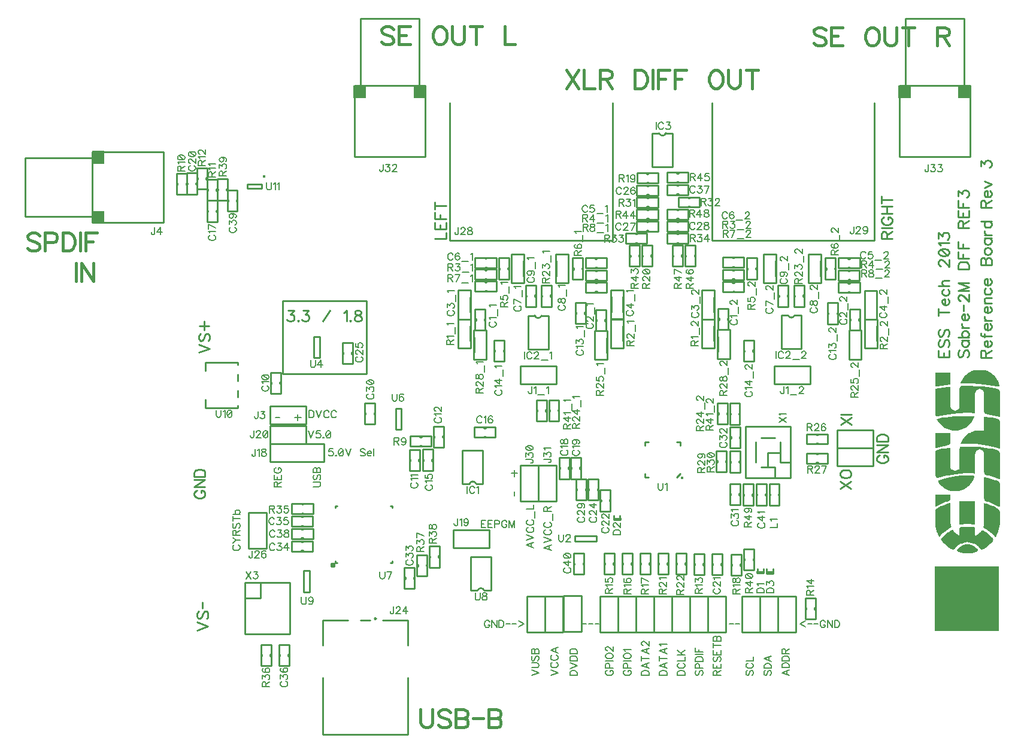
<source format=gbr>
G04 DipTrace 2.3.1.0*
%INTopSilk.gbr*%
%MOIN*%
%ADD10C,0.0098*%
%ADD12C,0.003*%
%ADD40C,0.0157*%
%ADD46C,0.0312*%
%ADD59C,0.0154*%
%ADD124C,0.0062*%
%ADD125C,0.0093*%
%FSLAX44Y44*%
G04*
G70*
G90*
G75*
G01*
%LNTopSilk*%
%LPD*%
X13201Y21107D2*
D10*
Y21016D1*
X13673Y21112D2*
Y21021D1*
X13718Y21649D2*
X13155D1*
Y20470D1*
X13718D1*
Y21649D1*
X20931Y16795D2*
Y16704D1*
X21404Y16800D2*
Y16709D1*
X21448Y17337D2*
X20885D1*
Y16158D1*
X21448D1*
Y17337D1*
X22265Y18108D2*
Y18017D1*
X22738Y18113D2*
Y18022D1*
X22782Y18650D2*
X22219D1*
Y17471D1*
X22782D1*
Y18650D1*
X22140Y16720D2*
Y16811D1*
X21667Y16715D2*
Y16807D1*
X21623Y16179D2*
X22186D1*
Y17358D1*
X21623D1*
Y16179D1*
X25034Y18077D2*
X25125D1*
X25029Y18549D2*
X25120D1*
X24493Y18594D2*
X25671D1*
Y18030D1*
X24493D1*
Y18594D1*
X29266Y16358D2*
Y16267D1*
X29738Y16363D2*
Y16271D1*
X29783Y16899D2*
X29219D1*
Y15720D1*
X29783D1*
Y16899D1*
X29891Y16358D2*
Y16267D1*
X30363Y16363D2*
Y16271D1*
X30408Y16899D2*
X29845D1*
Y15720D1*
X30408D1*
Y16899D1*
X37767Y11004D2*
Y10913D1*
X38240Y11009D2*
Y10918D1*
X38284Y11546D2*
X37721D1*
Y10367D1*
X38284D1*
Y11546D1*
X31544Y14553D2*
Y14462D1*
X32016Y14558D2*
Y14467D1*
X32061Y15095D2*
X31498D1*
Y13916D1*
X32061D1*
Y15095D1*
X31343Y15080D2*
Y15172D1*
X30870Y15075D2*
Y15167D1*
X30826Y14539D2*
X31389D1*
Y15718D1*
X30826D1*
Y14539D1*
X17664Y22676D2*
Y22767D1*
X17192Y22671D2*
Y22762D1*
X17147Y22135D2*
X17710D1*
Y23313D1*
X17147D1*
Y22135D1*
X30676Y15080D2*
Y15171D1*
X30203Y15075D2*
Y15166D1*
X30159Y14538D2*
X30722D1*
Y15717D1*
X30159D1*
Y14538D1*
X18438Y19402D2*
Y19311D1*
X18910Y19407D2*
Y19316D1*
X18955Y19944D2*
X18392D1*
Y18765D1*
X18955D1*
Y19944D1*
X39236Y14809D2*
Y14900D1*
X38764Y14804D2*
Y14895D1*
X38719Y14268D2*
X39283D1*
Y15446D1*
X38719D1*
Y14268D1*
X38777Y18058D2*
Y17967D1*
X39249Y18063D2*
Y17972D1*
X39293Y18600D2*
X38730D1*
Y17421D1*
X39293D1*
Y18600D1*
X21119Y10147D2*
Y10238D1*
X20646Y10142D2*
Y10233D1*
X20602Y9606D2*
X21165D1*
Y10784D1*
X20602D1*
Y9606D1*
X14950Y12197D2*
X14859D1*
X14955Y11725D2*
X14864D1*
X15492Y11680D2*
X14313D1*
Y12243D1*
X15492D1*
Y11680D1*
X14945Y13591D2*
X14854D1*
X14950Y13119D2*
X14859D1*
X15487Y13075D2*
X14308D1*
Y13638D1*
X15487D1*
Y13075D1*
X14139Y5841D2*
Y5933D1*
X13667Y5836D2*
Y5928D1*
X13622Y5300D2*
X14186D1*
Y6479D1*
X13622D1*
Y5300D1*
X14872Y12422D2*
X14963D1*
X14867Y12894D2*
X14958D1*
X14330Y12939D2*
X15509D1*
Y12376D1*
X14330D1*
Y12939D1*
X30542Y10934D2*
Y11025D1*
X30069Y10929D2*
Y11020D1*
X30025Y10392D2*
X30588D1*
Y11571D1*
X30025D1*
Y10392D1*
X40231Y14882D2*
Y14791D1*
X40703Y14887D2*
Y14796D1*
X40748Y15424D2*
X40185D1*
Y14245D1*
X40748D1*
Y15424D1*
X40240Y10459D2*
X40241Y10696D1*
X40600Y10466D2*
Y10699D1*
X40597Y10530D2*
X40252D1*
X40594Y10457D2*
X40272D1*
X32247Y13443D2*
Y13680D1*
X32607Y13450D2*
X32606Y13683D1*
X32603Y13514D2*
X32258D1*
X32600Y13441D2*
X32278D1*
X40765Y10452D2*
X40766Y10689D1*
X41125Y10459D2*
Y10692D1*
X41122Y10524D2*
X40777D1*
X41119Y10450D2*
X40797D1*
X24964Y15439D2*
Y17318D1*
X23839D1*
Y15439D1*
X24964D2*
X24589D1*
X24214D2*
X23839D1*
X24589D2*
G03X24214Y15439I-187J-62D01*
G01*
X30448Y9189D2*
X29448D1*
Y7189D1*
X30448D1*
Y9189D1*
X15110Y18781D2*
X13110D1*
Y19781D1*
X15110D1*
Y18781D1*
X29437Y9187D2*
X28437D1*
Y7187D1*
X29437D1*
Y9187D1*
X36500D2*
X35500D1*
Y7187D1*
X36500D1*
Y9187D1*
X35500D2*
X34500D1*
Y7187D1*
X35500D1*
Y9187D1*
X34500D2*
X33500D1*
Y7187D1*
X34500D1*
Y9187D1*
X33500D2*
X32500D1*
Y7187D1*
X33500D1*
Y9187D1*
X32500D2*
X31500D1*
Y7187D1*
X32500D1*
Y9187D1*
X40375D2*
X39375D1*
Y7187D1*
X40375D1*
Y9187D1*
X41375D2*
X40375D1*
Y7187D1*
X41375D1*
Y9187D1*
X42375D2*
X41375D1*
Y7187D1*
X42375D1*
Y9187D1*
X38500D2*
X37500D1*
Y7187D1*
X38500D1*
Y9187D1*
X16124Y16687D2*
X13124D1*
Y17687D1*
X16124D1*
Y16687D1*
X25336Y11877D2*
X23336D1*
Y12877D1*
X25336D1*
Y11877D1*
X15124Y17685D2*
X13124D1*
Y18685D1*
X15124D1*
Y17685D1*
X44706Y18437D2*
X46706D1*
Y17437D1*
X44706D1*
Y18437D1*
Y17437D2*
X46706D1*
Y16437D1*
X44706D1*
Y17437D1*
X18980Y7877D2*
G02X18980Y7877I0J49D01*
G01*
X20803Y4632D2*
Y1486D1*
X16055Y4632D2*
Y1486D1*
Y7825D2*
Y6439D1*
X20803Y7825D2*
Y6439D1*
X19394Y7825D2*
X20803D1*
X16055D2*
X17465D1*
X18173D2*
X18685D1*
X16055Y1486D2*
X20803D1*
X28437Y9187D2*
X27437D1*
Y7187D1*
X28437D1*
Y9187D1*
X11921Y11848D2*
X12921D1*
Y13848D1*
X11921D1*
Y11848D1*
X37503Y9187D2*
X36503D1*
Y7187D1*
X37503D1*
Y9187D1*
X23137Y36687D2*
Y29010D1*
X32192Y36687D2*
Y29010D1*
X23137D2*
X32192D1*
X37717Y36687D2*
Y29010D1*
X46773Y36687D2*
Y29010D1*
X37717D2*
X46773D1*
X28071Y16460D2*
X27071D1*
Y14460D1*
X28071D1*
Y16460D1*
X29073D2*
X28073D1*
Y14460D1*
X29073D1*
Y16460D1*
X17823Y37621D2*
X21760D1*
Y33684D1*
X17823D1*
Y37621D1*
X18157D2*
X21425D1*
Y41361D1*
X18157D1*
Y37621D1*
G36*
X17764D2*
X18473D1*
Y36952D1*
X17764D1*
Y37621D1*
G37*
G36*
X21110D2*
X21819D1*
Y36952D1*
X21110D1*
Y37621D1*
G37*
X48152D2*
D10*
X52089D1*
Y33684D1*
X48152D1*
Y37621D1*
X48486D2*
X51754D1*
Y41361D1*
X48486D1*
Y37621D1*
G36*
X48093D2*
X48802D1*
Y36951D1*
X48093D1*
Y37621D1*
G37*
G36*
X51439D2*
X52148D1*
Y36951D1*
X51439D1*
Y37621D1*
G37*
X40953Y14881D2*
D10*
Y14790D1*
X41426Y14886D2*
Y14794D1*
X41470Y15422D2*
X40907D1*
Y14243D1*
X41470D1*
Y15422D1*
X21546Y18050D2*
X21455D1*
X21551Y17577D2*
X21460D1*
X22088Y17533D2*
X20909D1*
Y18096D1*
X22088D1*
Y17533D1*
X36767Y11004D2*
Y10913D1*
X37240Y11009D2*
Y10918D1*
X37284Y11546D2*
X36721D1*
Y10367D1*
X37284D1*
Y11546D1*
X43428Y8437D2*
Y8528D1*
X42955Y8432D2*
Y8523D1*
X42911Y7896D2*
X43474D1*
Y9074D1*
X42911D1*
Y7896D1*
X32236Y10937D2*
Y11028D1*
X31764Y10932D2*
Y11024D1*
X31719Y10396D2*
X32282D1*
Y11575D1*
X31719D1*
Y10396D1*
X33236Y10937D2*
Y11028D1*
X32764Y10932D2*
Y11024D1*
X32719Y10396D2*
X33282D1*
Y11575D1*
X32719D1*
Y10396D1*
X34236Y10937D2*
Y11028D1*
X33764Y10932D2*
Y11024D1*
X33719Y10396D2*
X34282D1*
Y11575D1*
X33719D1*
Y10396D1*
X38830Y10959D2*
Y10868D1*
X39302Y10964D2*
Y10873D1*
X39347Y11501D2*
X38784D1*
Y10322D1*
X39347D1*
Y11501D1*
X35236Y10937D2*
Y11028D1*
X34764Y10932D2*
Y11024D1*
X34719Y10396D2*
X35282D1*
Y11575D1*
X34719D1*
Y10396D1*
X36236Y10937D2*
Y11028D1*
X35764Y10932D2*
Y11024D1*
X35719Y10396D2*
X36282D1*
Y11575D1*
X35719D1*
Y10396D1*
X43626Y18173D2*
X43535D1*
X43631Y17701D2*
X43540D1*
X44168Y17656D2*
X42989D1*
Y18219D1*
X44168D1*
Y17656D1*
X43626Y17099D2*
X43535D1*
X43631Y16626D2*
X43540D1*
X44168Y16582D2*
X42989D1*
Y17145D1*
X44168D1*
Y16582D1*
X38017Y16729D2*
Y16638D1*
X38489Y16734D2*
Y16643D1*
X38534Y17271D2*
X37971D1*
Y16092D1*
X38534D1*
Y17271D1*
X39236Y16621D2*
Y16712D1*
X38764Y16616D2*
Y16707D1*
X38719Y16079D2*
X39283D1*
Y17258D1*
X38719D1*
Y16079D1*
X14965Y14290D2*
X14874D1*
X14970Y13818D2*
X14879D1*
X15507Y13774D2*
X14328D1*
Y14337D1*
X15507D1*
Y13774D1*
X13139Y5841D2*
Y5933D1*
X12667Y5836D2*
Y5928D1*
X12622Y5300D2*
X13186D1*
Y6479D1*
X12622D1*
Y5300D1*
X21346Y10943D2*
Y10852D1*
X21818Y10948D2*
Y10857D1*
X21863Y11485D2*
X21300D1*
Y10306D1*
X21863D1*
Y11485D1*
X22025Y11416D2*
Y11325D1*
X22498Y11421D2*
Y11330D1*
X22542Y11958D2*
X21979D1*
Y10779D1*
X22542D1*
Y11958D1*
X39539Y11270D2*
Y11179D1*
X40011Y11275D2*
Y11184D1*
X40056Y11812D2*
X39493D1*
Y10633D1*
X40056D1*
Y11812D1*
X39966Y14787D2*
Y14878D1*
X39493Y14782D2*
Y14873D1*
X39449Y14245D2*
X40012D1*
Y15424D1*
X39449D1*
Y14245D1*
X35950Y17761D2*
Y17564D1*
Y17761D2*
X35753D1*
X33981D2*
Y17564D1*
Y17761D2*
X34178D1*
X33981Y15792D2*
Y15989D1*
Y15792D2*
X34178D1*
X35950Y15989D2*
X35753Y15792D1*
D40*
X36046Y15772D3*
X30101Y12235D2*
D10*
X31282D1*
X30101Y12550D2*
X31282D1*
Y12235D2*
Y12550D1*
X30101Y12235D2*
Y12550D1*
X15875Y22471D2*
Y23652D1*
X15560Y22471D2*
Y23652D1*
X15875D2*
X15560D1*
X15875Y22471D2*
X15560D1*
X20124Y19654D2*
Y18472D1*
X20439Y19654D2*
Y18472D1*
X20124D2*
X20439D1*
X20124Y19654D2*
X20439D1*
D46*
X16623Y10906D3*
X16766Y14200D2*
D10*
Y14101D1*
Y14200D2*
X16865D1*
X19916D2*
X19817D1*
X19916D2*
Y14101D1*
Y11050D2*
Y11149D1*
Y11050D2*
X19817D1*
X16865D2*
X16767D1*
Y11148D1*
X25422Y9492D2*
Y11370D1*
X24296D1*
Y9492D1*
X25422D2*
X25046D1*
X24671D2*
X24296D1*
X25046D2*
G03X24671Y9492I-187J-62D01*
G01*
X15309Y9419D2*
Y10600D1*
X14994Y9419D2*
Y10600D1*
X15309D2*
X14994D1*
X15309Y9419D2*
X14994D1*
X9537Y19687D2*
Y20136D1*
Y21738D2*
Y22188D1*
X11337Y20287D2*
Y20638D1*
Y21187D2*
Y21537D1*
Y19687D2*
X9537D1*
X11337D2*
Y19788D1*
Y22188D2*
X9537D1*
X11337Y22086D2*
Y22188D1*
X39588Y15756D2*
X42088D1*
Y18631D1*
X39588D1*
Y15756D1*
X40829Y16409D2*
X40830Y17151D1*
X40829Y17157D2*
X41488D1*
X41213Y16381D2*
X40463D1*
X40150Y16631D2*
Y17756D1*
X40463Y18006D2*
X41213D1*
X41525Y17756D2*
Y16631D1*
X41213Y15756D2*
Y16381D1*
X42088Y16631D2*
X41525D1*
X14232Y9949D2*
X11732D1*
Y7074D1*
X14232D1*
Y9949D1*
X12588Y9929D2*
Y9062D1*
X11761D1*
X25057Y24541D2*
Y24632D1*
X24585Y24535D2*
Y24627D1*
X24540Y23999D2*
X25103D1*
Y25178D1*
X24540D1*
Y23999D1*
X31771Y24507D2*
Y24598D1*
X31299Y24502D2*
Y24593D1*
X31254Y23965D2*
X31817D1*
Y25144D1*
X31254D1*
Y23965D1*
X23604Y25844D2*
Y24998D1*
X24267Y25844D2*
Y24998D1*
X23588Y24614D2*
X24285D1*
Y26226D1*
X23588D1*
Y24614D1*
X32108Y25864D2*
Y25017D1*
X32771Y25864D2*
Y25017D1*
X32092Y24633D2*
X32789D1*
Y26245D1*
X32092D1*
Y24633D1*
X31220Y27506D2*
X31311D1*
X31215Y27978D2*
X31306D1*
X30678Y28023D2*
X31857D1*
Y27460D1*
X30678D1*
Y28023D1*
X25171Y27991D2*
X25080D1*
X25176Y27518D2*
X25085D1*
X25713Y27474D2*
X24534D1*
Y28037D1*
X25713D1*
Y27474D1*
X27229Y27014D2*
Y27861D1*
X26566Y27014D2*
Y27861D1*
X27245Y28245D2*
X26548D1*
Y26633D1*
X27245D1*
Y28245D1*
X29707Y27014D2*
Y27861D1*
X29044Y27014D2*
Y27861D1*
X29723Y28245D2*
X29026D1*
Y26633D1*
X29723D1*
Y28245D1*
X27391Y25953D2*
Y25862D1*
X27863Y25958D2*
Y25867D1*
X27907Y26495D2*
X27344D1*
Y25316D1*
X27907D1*
Y26495D1*
X30160Y25006D2*
Y24915D1*
X30633Y25011D2*
Y24919D1*
X30677Y25547D2*
X30114D1*
Y24368D1*
X30677D1*
Y25547D1*
X26108Y22802D2*
Y22893D1*
X25636Y22797D2*
Y22889D1*
X25591Y22261D2*
X26154D1*
Y23440D1*
X25591D1*
Y22261D1*
X27489Y24813D2*
Y22935D1*
X28615D1*
Y24813D1*
X27489D2*
X27864D1*
X28239D2*
X28615D1*
X27864D2*
G03X28239Y24813I187J62D01*
G01*
X27062Y22000D2*
X29062D1*
Y21000D1*
X27062D1*
Y22000D1*
X23605Y24235D2*
Y23388D1*
X24268Y24235D2*
Y23388D1*
X23589Y23004D2*
X24285D1*
Y24616D1*
X23589D1*
Y23004D1*
X32105Y24235D2*
Y23388D1*
X32768Y24235D2*
Y23388D1*
X32089Y23004D2*
X32785D1*
Y24616D1*
X32089D1*
Y23004D1*
X25082Y26877D2*
X25173D1*
X25077Y27349D2*
X25168D1*
X24540Y27394D2*
X25719D1*
Y26831D1*
X24540D1*
Y27394D1*
X31317Y27295D2*
X31226D1*
X31322Y26823D2*
X31231D1*
X31859Y26778D2*
X30680D1*
Y27342D1*
X31859D1*
Y26778D1*
X26371Y27392D2*
Y27483D1*
X25898Y27387D2*
Y27478D1*
X25854Y26850D2*
X26417D1*
Y28029D1*
X25854D1*
Y26850D1*
X30486Y27392D2*
Y27483D1*
X30013Y27387D2*
Y27478D1*
X29969Y26850D2*
X30532D1*
Y28029D1*
X29969D1*
Y26850D1*
X25171Y26686D2*
X25080D1*
X25176Y26213D2*
X25085D1*
X25713Y26169D2*
X24534D1*
Y26732D1*
X25713D1*
Y26169D1*
X31227Y26159D2*
X31318D1*
X31222Y26632D2*
X31314D1*
X30686Y26676D2*
X31865D1*
Y26113D1*
X30686D1*
Y26676D1*
X28266Y25953D2*
Y25862D1*
X28738Y25958D2*
Y25867D1*
X28783Y26495D2*
X28219D1*
Y25316D1*
X28783D1*
Y26495D1*
X28688Y19576D2*
Y19485D1*
X29160Y19581D2*
Y19489D1*
X29205Y20117D2*
X28642D1*
Y18938D1*
X29205D1*
Y20117D1*
X31202Y23586D2*
Y22740D1*
X31865Y23586D2*
Y22740D1*
X31186Y22355D2*
X31883D1*
Y23967D1*
X31186D1*
Y22355D1*
X24482Y23616D2*
Y22770D1*
X25145Y23616D2*
Y22770D1*
X24466Y22385D2*
X25162D1*
Y23997D1*
X24466D1*
Y22385D1*
X28473Y19483D2*
Y19574D1*
X28001Y19478D2*
Y19569D1*
X27956Y18942D2*
X28519D1*
Y20120D1*
X27956D1*
Y18942D1*
X38589Y24574D2*
Y24665D1*
X38117Y24569D2*
Y24660D1*
X38072Y24032D2*
X38636D1*
Y25211D1*
X38072D1*
Y24032D1*
X45903Y24542D2*
Y24633D1*
X45430Y24537D2*
Y24628D1*
X45386Y24000D2*
X45949D1*
Y25179D1*
X45386D1*
Y24000D1*
X37169Y25843D2*
Y24996D1*
X37832Y25843D2*
Y24996D1*
X37153Y24612D2*
X37850D1*
Y26224D1*
X37153D1*
Y24612D1*
X46224Y25836D2*
Y24989D1*
X46887Y25836D2*
Y24989D1*
X46208Y24605D2*
X46905D1*
Y26217D1*
X46208D1*
Y24605D1*
X45305Y27514D2*
X45396D1*
X45300Y27987D2*
X45391D1*
X44763Y28031D2*
X45942D1*
Y27468D1*
X44763D1*
Y28031D1*
X38948Y28025D2*
X38857D1*
X38953Y27553D2*
X38862D1*
X39490Y27508D2*
X38311D1*
Y28071D1*
X39490D1*
Y27508D1*
X41267Y27014D2*
Y27861D1*
X40604Y27014D2*
Y27861D1*
X41283Y28245D2*
X40587D1*
Y26633D1*
X41283D1*
Y28245D1*
X43767Y27014D2*
Y27861D1*
X43104Y27014D2*
Y27861D1*
X43783Y28245D2*
X43087D1*
Y26633D1*
X43783D1*
Y28245D1*
X41449Y25951D2*
Y25860D1*
X41921Y25956D2*
Y25865D1*
X41966Y26493D2*
X41402D1*
Y25314D1*
X41966D1*
Y26493D1*
X44202Y24981D2*
Y24890D1*
X44674Y24986D2*
Y24894D1*
X44719Y25522D2*
X44156D1*
Y24343D1*
X44719D1*
Y25522D1*
X39997Y22801D2*
Y22892D1*
X39525Y22796D2*
Y22887D1*
X39480Y22259D2*
X40043D1*
Y23438D1*
X39480D1*
Y22259D1*
X41576Y24838D2*
Y22960D1*
X42702D1*
Y24838D1*
X41576D2*
X41951D1*
X42326D2*
X42702D1*
X41951D2*
G03X42326Y24838I187J62D01*
G01*
X41185Y22000D2*
X43185D1*
Y21000D1*
X41185D1*
Y22000D1*
X37165Y24235D2*
Y23388D1*
X37828Y24235D2*
Y23388D1*
X37149Y23004D2*
X37846D1*
Y24616D1*
X37149D1*
Y23004D1*
X46228Y24235D2*
Y23388D1*
X46891Y24235D2*
Y23388D1*
X46212Y23004D2*
X46908D1*
Y24616D1*
X46212D1*
Y23004D1*
X38858Y26865D2*
X38949D1*
X38853Y27338D2*
X38945D1*
X38317Y27382D2*
X39496D1*
Y26819D1*
X38317D1*
Y27382D1*
X45395Y27299D2*
X45304D1*
X45400Y26827D2*
X45309D1*
X45937Y26782D2*
X44758D1*
Y27345D1*
X45937D1*
Y26782D1*
X40171Y27392D2*
Y27483D1*
X39699Y27387D2*
Y27478D1*
X39654Y26850D2*
X40217D1*
Y28029D1*
X39654D1*
Y26850D1*
X44546Y27392D2*
Y27483D1*
X44074Y27387D2*
Y27478D1*
X44029Y26850D2*
X44592D1*
Y28029D1*
X44029D1*
Y26850D1*
X38962Y26650D2*
X38871D1*
X38967Y26178D2*
X38876D1*
X39504Y26133D2*
X38325D1*
Y26696D1*
X39504D1*
Y26133D1*
X45305Y26139D2*
X45396D1*
X45300Y26611D2*
X45391D1*
X44763Y26656D2*
X45942D1*
Y26093D1*
X44763D1*
Y26656D1*
X42327Y25953D2*
Y25862D1*
X42800Y25958D2*
Y25867D1*
X42844Y26495D2*
X42281D1*
Y25316D1*
X42844D1*
Y26495D1*
X38080Y19405D2*
Y19314D1*
X38552Y19410D2*
Y19319D1*
X38597Y19947D2*
X38033D1*
Y18768D1*
X38597D1*
Y19947D1*
X45359Y23616D2*
Y22770D1*
X46022Y23616D2*
Y22770D1*
X45343Y22385D2*
X46040D1*
Y23997D1*
X45343D1*
Y22385D1*
X38046Y23647D2*
Y22800D1*
X38709Y23647D2*
Y22800D1*
X38030Y22416D2*
X38726D1*
Y24028D1*
X38030D1*
Y22416D1*
X39224Y19296D2*
Y19387D1*
X38752Y19291D2*
Y19382D1*
X38707Y18754D2*
X39270D1*
Y19933D1*
X38707D1*
Y18754D1*
X34177Y32032D2*
X34086D1*
X34182Y31560D2*
X34091D1*
X34719Y31515D2*
X33540D1*
Y32078D1*
X34719D1*
Y31515D1*
X34082Y29564D2*
X34173D1*
X34077Y30036D2*
X34168D1*
X33540Y30081D2*
X34719D1*
Y29518D1*
X33540D1*
Y30081D1*
X35757Y29554D2*
X35848D1*
X35752Y30027D2*
X35843D1*
X35215Y30071D2*
X36394D1*
Y29508D1*
X35215D1*
Y30071D1*
X35852Y32062D2*
X35761D1*
X35857Y31590D2*
X35765D1*
X36393Y31545D2*
X35214D1*
Y32109D1*
X36393D1*
Y31545D1*
X34402Y34982D2*
Y33104D1*
X35528D1*
Y34982D1*
X34402D2*
X34778D1*
X35153D2*
X35528D1*
X34778D2*
G03X35153Y34982I187J62D01*
G01*
X34086Y32247D2*
X34177D1*
X34081Y32719D2*
X34173D1*
X33545Y32764D2*
X34724D1*
Y32201D1*
X33545D1*
Y32764D1*
X34334Y28099D2*
Y28190D1*
X33861Y28094D2*
Y28185D1*
X33817Y27557D2*
X34380D1*
Y28736D1*
X33817D1*
Y27557D1*
X34176Y31366D2*
X34085D1*
X34181Y30894D2*
X34090D1*
X34718Y30849D2*
X33539D1*
Y31412D1*
X34718D1*
Y30849D1*
X36486Y31373D2*
X36395D1*
X36491Y30901D2*
X36400D1*
X37027Y30856D2*
X35849D1*
Y31419D1*
X37027D1*
Y30856D1*
X33551Y29359D2*
X33460D1*
X33556Y28887D2*
X33465D1*
X34092Y28842D2*
X32914D1*
Y29405D1*
X34092D1*
Y28842D1*
X35760Y28886D2*
X35851D1*
X35755Y29359D2*
X35846D1*
X35218Y29403D2*
X36397D1*
Y28840D1*
X35218D1*
Y29403D1*
X33646Y28099D2*
Y28190D1*
X33174Y28094D2*
Y28185D1*
X33129Y27557D2*
X33692D1*
Y28736D1*
X33129D1*
Y27557D1*
X34176Y30700D2*
X34085D1*
X34181Y30228D2*
X34090D1*
X34718Y30183D2*
X33539D1*
Y30746D1*
X34718D1*
Y30183D1*
X35852Y32750D2*
X35761D1*
X35857Y32278D2*
X35765D1*
X36393Y32233D2*
X35214D1*
Y32796D1*
X36393D1*
Y32233D1*
X36745Y28099D2*
Y28190D1*
X36273Y28094D2*
Y28185D1*
X36228Y27557D2*
X36791D1*
Y28736D1*
X36228D1*
Y27557D1*
X36029Y28101D2*
Y28192D1*
X35557Y28096D2*
Y28187D1*
X35513Y27559D2*
X36076D1*
Y28738D1*
X35513D1*
Y27559D1*
X35847Y30696D2*
X35756D1*
X35852Y30224D2*
X35761D1*
X36389Y30180D2*
X35210D1*
Y30743D1*
X36389D1*
Y30180D1*
X10132Y30596D2*
Y30687D1*
X9659Y30591D2*
Y30682D1*
X9615Y30054D2*
X10178D1*
Y31233D1*
X9615D1*
Y30054D1*
X8529Y32215D2*
Y32124D1*
X9002Y32220D2*
Y32129D1*
X9046Y32757D2*
X8483D1*
Y31578D1*
X9046D1*
Y32757D1*
X11259Y31181D2*
Y31272D1*
X10787Y31176D2*
Y31267D1*
X10743Y30639D2*
X11306D1*
Y31818D1*
X10743D1*
Y30639D1*
X3237Y29993D2*
X7174D1*
Y33929D1*
X3237D1*
Y29993D1*
Y30327D2*
X-503D1*
Y33595D1*
X3237D1*
Y30327D1*
G36*
Y29933D2*
X3906D1*
Y30642D1*
X3237D1*
Y29933D1*
G37*
G36*
Y33280D2*
X3906D1*
Y33989D1*
X3237D1*
Y33280D1*
G37*
X8443Y32115D2*
D10*
Y32206D1*
X7970Y32109D2*
Y32201D1*
X7926Y31573D2*
X8489D1*
Y32752D1*
X7926D1*
Y31573D1*
X9664Y31873D2*
Y31782D1*
X10136Y31878D2*
Y31787D1*
X10180Y32414D2*
X9617D1*
Y31236D1*
X10180D1*
Y32414D1*
X9099Y32502D2*
Y32411D1*
X9571Y32507D2*
Y32416D1*
X9616Y33044D2*
X9053D1*
Y31865D1*
X9616D1*
Y33044D1*
X10229Y31881D2*
Y31790D1*
X10701Y31886D2*
Y31794D1*
X10746Y32422D2*
X10182D1*
Y31243D1*
X10746D1*
Y32422D1*
D59*
X12778Y32575D3*
X12646Y32152D2*
D10*
X11859D1*
Y31915D1*
X12646D1*
Y32152D1*
X13813Y25648D2*
X18501D1*
Y21585D1*
X13813D1*
Y25648D1*
G36*
X50118Y10829D2*
X53703D1*
Y7245D1*
X50118D1*
Y10829D1*
G37*
X52365Y21787D2*
D12*
X52843D1*
X52281Y21757D2*
X52931D1*
X52204Y21727D2*
X53008D1*
X52135Y21697D2*
X53076D1*
X52074Y21668D2*
X53139D1*
X50151Y21638D2*
X50958D1*
X52020D2*
X53195D1*
X50151Y21608D2*
X50958D1*
X51972D2*
X53244D1*
X50151Y21578D2*
X50958D1*
X51930D2*
X53285D1*
X50151Y21548D2*
X50958D1*
X51892D2*
X53322D1*
X50151Y21518D2*
X50958D1*
X51859D2*
X53358D1*
X50151Y21488D2*
X50958D1*
X51827D2*
X53389D1*
X50151Y21458D2*
X50958D1*
X51797D2*
X53417D1*
X50151Y21428D2*
X50958D1*
X51768D2*
X53444D1*
X50151Y21398D2*
X50958D1*
X51742D2*
X53472D1*
X50151Y21368D2*
X50958D1*
X51720D2*
X53497D1*
X50151Y21338D2*
X50958D1*
X51701D2*
X53518D1*
X50151Y21309D2*
X50958D1*
X51685D2*
X53537D1*
X50151Y21279D2*
X50958D1*
X51669D2*
X53554D1*
X50151Y21249D2*
X50958D1*
X51653D2*
X53572D1*
X50151Y21219D2*
X50958D1*
X51635D2*
X53591D1*
X50151Y21189D2*
X50958D1*
X51617D2*
X53607D1*
X50151Y21159D2*
X50958D1*
X51601D2*
X53619D1*
X50151Y21129D2*
X50958D1*
X51588D2*
X53631D1*
X50151Y21099D2*
X50958D1*
X51573D2*
X53641D1*
X50151Y21069D2*
X50958D1*
X51557D2*
X53651D1*
X50151Y21039D2*
X50958D1*
X52395D2*
X53661D1*
X50151Y21009D2*
X50958D1*
X52848D2*
X53670D1*
X50151Y20979D2*
X50718D1*
X53099D2*
X53676D1*
X50151Y20949D2*
X50491D1*
X53333D2*
X53679D1*
X50151Y20920D2*
X50270D1*
X53561D2*
X53681D1*
X51587Y20890D2*
X52215D1*
X51555Y20860D2*
X52784D1*
X50809Y20830D2*
X50958D1*
X51530D2*
X53025D1*
X50577Y20800D2*
X50958D1*
X51513D2*
X53250D1*
X50360Y20770D2*
X50958D1*
X51504D2*
X53437D1*
X50151Y20740D2*
X50958D1*
X51500D2*
X52520D1*
X52691D2*
X53569D1*
X50151Y20710D2*
X50958D1*
X51498D2*
X52473D1*
X52742D2*
X53661D1*
X50151Y20680D2*
X50958D1*
X51497D2*
X52434D1*
X52782D2*
X53692D1*
X50151Y20650D2*
X50958D1*
X51497D2*
X52404D1*
X52810D2*
X53702D1*
X50151Y20620D2*
X50958D1*
X51497D2*
X52383D1*
X52831D2*
X53708D1*
X50151Y20590D2*
X50958D1*
X51497D2*
X52369D1*
X52848D2*
X53710D1*
X50151Y20561D2*
X50958D1*
X51497D2*
X52356D1*
X52860D2*
X53711D1*
X50151Y20531D2*
X50958D1*
X51497D2*
X52346D1*
X52867D2*
X53711D1*
X50151Y20501D2*
X50958D1*
X51497D2*
X52340D1*
X52871D2*
X53711D1*
X50151Y20471D2*
X50958D1*
X51497D2*
X52337D1*
X52872D2*
X53711D1*
X50151Y20441D2*
X50958D1*
X51497D2*
X52336D1*
X52873D2*
X53711D1*
X50151Y20411D2*
X50958D1*
X51497D2*
X52335D1*
X52873D2*
X53711D1*
X50151Y20381D2*
X50958D1*
X51497D2*
X52335D1*
X52873D2*
X53711D1*
X50151Y20351D2*
X50958D1*
X51497D2*
X52335D1*
X52873D2*
X53711D1*
X50151Y20321D2*
X50958D1*
X51497D2*
X52335D1*
X52873D2*
X53711D1*
X50151Y20291D2*
X50958D1*
X51497D2*
X52335D1*
X52873D2*
X53711D1*
X50151Y20261D2*
X50958D1*
X51497D2*
X52335D1*
X52873D2*
X53711D1*
X50151Y20231D2*
X50958D1*
X51497D2*
X52335D1*
X52873D2*
X53711D1*
X50151Y20201D2*
X50958D1*
X51497D2*
X52335D1*
X52873D2*
X53711D1*
X50151Y20172D2*
X50958D1*
X51497D2*
X52335D1*
X52873D2*
X53711D1*
X50151Y20142D2*
X50958D1*
X51497D2*
X52335D1*
X52873D2*
X53711D1*
X50151Y20112D2*
X50958D1*
X51497D2*
X52335D1*
X52873D2*
X53711D1*
X50151Y20082D2*
X50958D1*
X51497D2*
X52335D1*
X52873D2*
X53711D1*
X50151Y20052D2*
X50958D1*
X51497D2*
X52335D1*
X52873D2*
X53711D1*
X50151Y20022D2*
X50958D1*
X51497D2*
X52335D1*
X52873D2*
X53711D1*
X50151Y19992D2*
X50958D1*
X51497D2*
X52335D1*
X52873D2*
X53711D1*
X50151Y19962D2*
X50958D1*
X51497D2*
X52335D1*
X52873D2*
X53711D1*
X50151Y19932D2*
X50958D1*
X51497D2*
X52335D1*
X52873D2*
X53711D1*
X50151Y19902D2*
X50958D1*
X51497D2*
X52335D1*
X52873D2*
X53711D1*
X50151Y19872D2*
X50958D1*
X51497D2*
X52335D1*
X52873D2*
X53711D1*
X50151Y19842D2*
X50958D1*
X51497D2*
X52335D1*
X52873D2*
X53711D1*
X50151Y19813D2*
X50959D1*
X51497D2*
X52335D1*
X52873D2*
X53711D1*
X50151Y19783D2*
X50960D1*
X51497D2*
X52335D1*
X52873D2*
X53711D1*
X50151Y19753D2*
X50964D1*
X51497D2*
X52335D1*
X52873D2*
X53711D1*
X50151Y19723D2*
X50972D1*
X51496D2*
X52335D1*
X52873D2*
X53711D1*
X50151Y19693D2*
X50983D1*
X51492D2*
X52335D1*
X52873D2*
X53711D1*
X50151Y19663D2*
X50997D1*
X51483D2*
X52335D1*
X52873D2*
X53711D1*
X50151Y19633D2*
X51014D1*
X51470D2*
X52335D1*
X52873D2*
X53711D1*
X50151Y19603D2*
X51034D1*
X51451D2*
X52335D1*
X52873D2*
X53711D1*
X50151Y19573D2*
X51080D1*
X51405D2*
X52335D1*
X52873D2*
X53711D1*
X50151Y19543D2*
X51149D1*
X51337D2*
X52335D1*
X52873D2*
X53711D1*
X50151Y19513D2*
X51242D1*
X51244D2*
X52335D1*
X52873D2*
X53711D1*
X50151Y19483D2*
X52335D1*
X52873D2*
X53711D1*
X50151Y19453D2*
X52335D1*
X52874D2*
X53711D1*
X50151Y19424D2*
X52335D1*
X52876D2*
X53711D1*
X50151Y19394D2*
X51647D1*
X52185D2*
X52335D1*
X52881D2*
X53711D1*
X50151Y19364D2*
X51125D1*
X52960D2*
X53711D1*
X50152Y19334D2*
X50868D1*
X53075D2*
X53711D1*
X50156Y19304D2*
X50647D1*
X53218D2*
X53711D1*
X50167Y19274D2*
X50454D1*
X53374D2*
X53711D1*
X50181Y19244D2*
X50270D1*
X53541D2*
X53711D1*
X51198Y19214D2*
X52275D1*
X53711D2*
D3*
X50955Y19184D2*
X52274D1*
X52873D2*
X52933D1*
X50738Y19154D2*
X52269D1*
X52873D2*
X53121D1*
X50553Y19124D2*
X52258D1*
X52873D2*
X53301D1*
X50412Y19094D2*
X52242D1*
X52873D2*
X53457D1*
X50315Y19065D2*
X52225D1*
X52873D2*
X53573D1*
X50240Y19035D2*
X52209D1*
X52873D2*
X53658D1*
X50260Y19005D2*
X52193D1*
X52873D2*
X53691D1*
X50280Y18975D2*
X52178D1*
X52873D2*
X53702D1*
X50300Y18945D2*
X52162D1*
X52873D2*
X53707D1*
X50320Y18915D2*
X52143D1*
X52873D2*
X53710D1*
X50341Y18885D2*
X52121D1*
X52873D2*
X53711D1*
X50365Y18855D2*
X52098D1*
X52873D2*
X53711D1*
X50392Y18825D2*
X52077D1*
X52873D2*
X53711D1*
X50421Y18795D2*
X52055D1*
X52873D2*
X53711D1*
X50450Y18765D2*
X52029D1*
X52873D2*
X53711D1*
X50480Y18735D2*
X51999D1*
X52873D2*
X53711D1*
X50511Y18705D2*
X51963D1*
X52873D2*
X53711D1*
X50545Y18676D2*
X51924D1*
X52873D2*
X53711D1*
X50583Y18646D2*
X51884D1*
X52873D2*
X53711D1*
X50627Y18616D2*
X51840D1*
X52873D2*
X53711D1*
X50677Y18586D2*
X51790D1*
X52873D2*
X53711D1*
X50734Y18556D2*
X51736D1*
X52873D2*
X53711D1*
X50799Y18526D2*
X51674D1*
X52873D2*
X53711D1*
X50881Y18496D2*
X51594D1*
X52873D2*
X53711D1*
X50987Y18466D2*
X51491D1*
X52873D2*
X53711D1*
X51108Y18436D2*
X51377D1*
X52873D2*
X53711D1*
X52365Y18406D2*
X53711D1*
X52281Y18376D2*
X53711D1*
X52204Y18346D2*
X53711D1*
X52135Y18317D2*
X53711D1*
X52074Y18287D2*
X53711D1*
X50151Y18257D2*
X50958D1*
X52020D2*
X53711D1*
X50151Y18227D2*
X50958D1*
X51972D2*
X53711D1*
X50151Y18197D2*
X50958D1*
X51930D2*
X53711D1*
X50151Y18167D2*
X50958D1*
X51892D2*
X53711D1*
X50151Y18137D2*
X50958D1*
X51859D2*
X53711D1*
X50151Y18107D2*
X50958D1*
X51827D2*
X53711D1*
X50151Y18077D2*
X50958D1*
X51797D2*
X53711D1*
X50151Y18047D2*
X50958D1*
X51768D2*
X53711D1*
X50151Y18017D2*
X50958D1*
X51742D2*
X53711D1*
X50151Y17987D2*
X50958D1*
X51720D2*
X53711D1*
X50151Y17957D2*
X50958D1*
X51701D2*
X53711D1*
X50151Y17928D2*
X50958D1*
X51684D2*
X53711D1*
X50151Y17898D2*
X50958D1*
X51665D2*
X53711D1*
X50151Y17868D2*
X50958D1*
X51646D2*
X53711D1*
X50151Y17838D2*
X50958D1*
X51628D2*
X53711D1*
X50151Y17808D2*
X50958D1*
X51612D2*
X53711D1*
X50151Y17778D2*
X50958D1*
X51599D2*
X53711D1*
X50151Y17748D2*
X50958D1*
X51587D2*
X53711D1*
X50151Y17718D2*
X50957D1*
X51573D2*
X53711D1*
X50151Y17688D2*
X50953D1*
X51557D2*
X51647D1*
X52155D2*
X53711D1*
X50151Y17658D2*
X50930D1*
X52617D2*
X53711D1*
X50151Y17628D2*
X50855D1*
X52823D2*
X53711D1*
X50151Y17598D2*
X50747D1*
X53010D2*
X53711D1*
X50151Y17569D2*
X50613D1*
X53181D2*
X53711D1*
X50151Y17539D2*
X50469D1*
X53336D2*
X53711D1*
X50151Y17509D2*
X50325D1*
X51527D2*
X52544D1*
X53474D2*
X53711D1*
X50151Y17479D2*
X50181D1*
X51517D2*
X52744D1*
X53596D2*
X53711D1*
X50869Y17449D2*
X50958D1*
X51508D2*
X52939D1*
X53711D2*
D3*
X50693Y17419D2*
X50958D1*
X51502D2*
X53120D1*
X50533Y17389D2*
X50958D1*
X51499D2*
X53280D1*
X50395Y17359D2*
X50958D1*
X51498D2*
X52520D1*
X52681D2*
X53416D1*
X50288Y17329D2*
X50958D1*
X51497D2*
X52473D1*
X52742D2*
X53527D1*
X50207Y17299D2*
X50958D1*
X51497D2*
X52434D1*
X52784D2*
X53609D1*
X50173Y17269D2*
X50958D1*
X51497D2*
X52404D1*
X52812D2*
X53671D1*
X50161Y17239D2*
X50958D1*
X51497D2*
X52383D1*
X52832D2*
X53695D1*
X50155Y17209D2*
X50958D1*
X51497D2*
X52369D1*
X52848D2*
X53704D1*
X50152Y17180D2*
X50958D1*
X51497D2*
X52356D1*
X52860D2*
X53708D1*
X50151Y17150D2*
X50958D1*
X51497D2*
X52346D1*
X52867D2*
X53710D1*
X50151Y17120D2*
X50958D1*
X51497D2*
X52340D1*
X52871D2*
X53711D1*
X50151Y17090D2*
X50958D1*
X51497D2*
X52337D1*
X52872D2*
X53711D1*
X50151Y17060D2*
X50958D1*
X51497D2*
X52336D1*
X52873D2*
X53711D1*
X50151Y17030D2*
X50958D1*
X51497D2*
X52335D1*
X52873D2*
X53711D1*
X50151Y17000D2*
X50958D1*
X51497D2*
X52335D1*
X52873D2*
X53711D1*
X50151Y16970D2*
X50958D1*
X51497D2*
X52335D1*
X52873D2*
X53711D1*
X50151Y16940D2*
X50958D1*
X51497D2*
X52335D1*
X52873D2*
X53711D1*
X50151Y16910D2*
X50958D1*
X51497D2*
X52335D1*
X52873D2*
X53711D1*
X50151Y16880D2*
X50958D1*
X51497D2*
X52335D1*
X52873D2*
X53711D1*
X50151Y16850D2*
X50958D1*
X51497D2*
X52335D1*
X52873D2*
X53711D1*
X50151Y16821D2*
X50958D1*
X51497D2*
X52335D1*
X52873D2*
X53711D1*
X50151Y16791D2*
X50958D1*
X51497D2*
X52335D1*
X52873D2*
X53711D1*
X50151Y16761D2*
X50958D1*
X51497D2*
X52335D1*
X52873D2*
X53711D1*
X50151Y16731D2*
X50958D1*
X51497D2*
X52335D1*
X52873D2*
X53711D1*
X50151Y16701D2*
X50958D1*
X51497D2*
X52335D1*
X52873D2*
X53711D1*
X50151Y16671D2*
X50958D1*
X51497D2*
X52335D1*
X52873D2*
X53711D1*
X50151Y16641D2*
X50958D1*
X51497D2*
X52335D1*
X52873D2*
X53711D1*
X50151Y16611D2*
X50958D1*
X51497D2*
X52335D1*
X52873D2*
X53711D1*
X50151Y16581D2*
X50958D1*
X51497D2*
X52335D1*
X52873D2*
X53711D1*
X50151Y16551D2*
X50958D1*
X51497D2*
X52335D1*
X52873D2*
X53711D1*
X50151Y16521D2*
X50958D1*
X51497D2*
X52335D1*
X52873D2*
X53711D1*
X50151Y16491D2*
X50958D1*
X51497D2*
X52335D1*
X52873D2*
X53711D1*
X50151Y16461D2*
X50958D1*
X51497D2*
X52335D1*
X52873D2*
X53711D1*
X50151Y16432D2*
X50959D1*
X51497D2*
X52335D1*
X52873D2*
X53711D1*
X50151Y16402D2*
X50960D1*
X51497D2*
X52335D1*
X52873D2*
X53711D1*
X50151Y16372D2*
X50964D1*
X51497D2*
X52335D1*
X52873D2*
X53711D1*
X50151Y16342D2*
X50972D1*
X51496D2*
X52335D1*
X52873D2*
X53711D1*
X50151Y16312D2*
X50985D1*
X51491D2*
X52335D1*
X52873D2*
X53711D1*
X50151Y16282D2*
X51002D1*
X51479D2*
X52335D1*
X52873D2*
X53711D1*
X50151Y16252D2*
X51025D1*
X51458D2*
X52335D1*
X52873D2*
X53711D1*
X50151Y16222D2*
X51054D1*
X51431D2*
X52335D1*
X52873D2*
X53711D1*
X50151Y16192D2*
X51124D1*
X51361D2*
X52335D1*
X52873D2*
X53711D1*
X50151Y16162D2*
X51237D1*
X51248D2*
X52335D1*
X52873D2*
X53711D1*
X50151Y16132D2*
X52335D1*
X52873D2*
X53711D1*
X50151Y16102D2*
X52335D1*
X52873D2*
X53711D1*
X50151Y16073D2*
X52335D1*
X52874D2*
X53711D1*
X50151Y16043D2*
X51521D1*
X52305D2*
X52335D1*
X52875D2*
X53711D1*
X50151Y16013D2*
X51274D1*
X52890D2*
X53711D1*
X50151Y15983D2*
X51065D1*
X52944D2*
X53711D1*
X50152Y15953D2*
X50894D1*
X53021D2*
X53711D1*
X50156Y15923D2*
X50753D1*
X53113D2*
X53711D1*
X50164Y15893D2*
X50629D1*
X51587D2*
X52215D1*
X53213D2*
X53711D1*
X50176Y15863D2*
X50514D1*
X51336D2*
X52305D1*
X53315D2*
X53711D1*
X50192Y15833D2*
X50405D1*
X51125D2*
X52291D1*
X53417D2*
X53711D1*
X50210Y15803D2*
X50300D1*
X50954D2*
X52281D1*
X52873D2*
X52933D1*
X53513D2*
X53711D1*
X50808Y15773D2*
X52272D1*
X52873D2*
X53039D1*
X53600D2*
X53711D1*
X50679Y15743D2*
X52259D1*
X52873D2*
X53149D1*
X53681D2*
X53711D1*
X50565Y15713D2*
X52242D1*
X52873D2*
X53258D1*
X50469Y15684D2*
X52225D1*
X52873D2*
X53360D1*
X50395Y15654D2*
X52209D1*
X52873D2*
X53451D1*
X50339Y15624D2*
X52193D1*
X52873D2*
X53535D1*
X50312Y15594D2*
X52178D1*
X52873D2*
X53606D1*
X50317Y15564D2*
X52162D1*
X52873D2*
X53666D1*
X50328Y15534D2*
X52143D1*
X52873D2*
X53693D1*
X50344Y15504D2*
X52121D1*
X52873D2*
X53703D1*
X50367Y15474D2*
X52097D1*
X52873D2*
X53708D1*
X50393Y15444D2*
X52072D1*
X52873D2*
X53710D1*
X50421Y15414D2*
X52043D1*
X52873D2*
X53711D1*
X50450Y15384D2*
X52011D1*
X52873D2*
X53711D1*
X50480Y15354D2*
X51978D1*
X52873D2*
X53711D1*
X50511Y15325D2*
X51947D1*
X52873D2*
X53711D1*
X50546Y15295D2*
X51915D1*
X52873D2*
X53711D1*
X50588Y15265D2*
X51880D1*
X52873D2*
X53711D1*
X50637Y15235D2*
X51838D1*
X52873D2*
X53711D1*
X50689Y15205D2*
X51788D1*
X52873D2*
X53711D1*
X50745Y15175D2*
X51730D1*
X52873D2*
X53711D1*
X50813Y15145D2*
X51660D1*
X52873D2*
X53711D1*
X50906Y15115D2*
X51568D1*
X52873D2*
X53711D1*
X51028Y15085D2*
X51450D1*
X52873D2*
X53711D1*
X51168Y15055D2*
X51317D1*
X52873D2*
X53711D1*
X52873Y15025D2*
X53711D1*
X52873Y14995D2*
X53711D1*
X52873Y14965D2*
X53711D1*
X52873Y14936D2*
X53711D1*
X52873Y14906D2*
X53711D1*
X52873Y14876D2*
X53711D1*
X50151Y14846D2*
X50958D1*
X52873D2*
X53711D1*
X50151Y14816D2*
X50958D1*
X52873D2*
X53711D1*
X50151Y14786D2*
X50958D1*
X52873D2*
X53711D1*
X50151Y14756D2*
X50958D1*
X52873D2*
X53711D1*
X50151Y14726D2*
X50958D1*
X52873D2*
X53711D1*
X50151Y14696D2*
X50958D1*
X52873D2*
X53711D1*
X50151Y14666D2*
X50958D1*
X52873D2*
X53711D1*
X50151Y14636D2*
X50958D1*
X52873D2*
X53711D1*
X50151Y14606D2*
X50956D1*
X52875D2*
X53711D1*
X50151Y14577D2*
X50950D1*
X52879D2*
X53711D1*
X50151Y14547D2*
X50923D1*
X52901D2*
X53711D1*
X50151Y14517D2*
X50866D1*
X52958D2*
X53711D1*
X50151Y14487D2*
X50794D1*
X53032D2*
X53711D1*
X50151Y14457D2*
X50714D1*
X51497D2*
X52335D1*
X53114D2*
X53711D1*
X50151Y14427D2*
X50633D1*
X51497D2*
X52335D1*
X53193D2*
X53711D1*
X50151Y14397D2*
X50557D1*
X51497D2*
X52335D1*
X53267D2*
X53711D1*
X50151Y14367D2*
X50488D1*
X50929D2*
X50958D1*
X51497D2*
X52335D1*
X52873D2*
D3*
X53336D2*
X53711D1*
X50151Y14337D2*
X50422D1*
X50840D2*
X50958D1*
X51497D2*
X52335D1*
X52873D2*
X52993D1*
X53403D2*
X53711D1*
X50151Y14307D2*
X50358D1*
X50755D2*
X50958D1*
X51497D2*
X52335D1*
X52873D2*
X53068D1*
X53466D2*
X53711D1*
X50151Y14277D2*
X50294D1*
X50677D2*
X50958D1*
X51497D2*
X52335D1*
X52873D2*
X53140D1*
X53525D2*
X53711D1*
X50151Y14247D2*
X50235D1*
X50603D2*
X50958D1*
X51497D2*
X52335D1*
X52873D2*
X53212D1*
X53578D2*
X53711D1*
X50151Y14217D2*
X50181D1*
X50531D2*
X50958D1*
X51497D2*
X52335D1*
X52873D2*
X53282D1*
X53630D2*
X53711D1*
X50462Y14188D2*
X50958D1*
X51497D2*
X52335D1*
X52873D2*
X53350D1*
X53681D2*
X53711D1*
X50400Y14158D2*
X50958D1*
X51497D2*
X52335D1*
X52873D2*
X53416D1*
X50345Y14128D2*
X50958D1*
X51497D2*
X52335D1*
X52873D2*
X53474D1*
X50292Y14098D2*
X50958D1*
X51497D2*
X52335D1*
X52873D2*
X53524D1*
X50243Y14068D2*
X50958D1*
X51497D2*
X52335D1*
X52873D2*
X53573D1*
X50203Y14038D2*
X50958D1*
X51497D2*
X52335D1*
X52873D2*
X53620D1*
X50172Y14008D2*
X50958D1*
X51497D2*
X52335D1*
X52873D2*
X53659D1*
X50161Y13978D2*
X50958D1*
X51497D2*
X52335D1*
X52873D2*
X53690D1*
X50155Y13948D2*
X50958D1*
X51497D2*
X52335D1*
X52873D2*
X53701D1*
X50152Y13918D2*
X50958D1*
X51497D2*
X52335D1*
X52873D2*
X53707D1*
X50151Y13888D2*
X50958D1*
X51497D2*
X52335D1*
X52873D2*
X53709D1*
X50151Y13858D2*
X50958D1*
X51497D2*
X52335D1*
X52873D2*
X53710D1*
X50151Y13829D2*
X50958D1*
X51497D2*
X52335D1*
X52873D2*
X53711D1*
X50151Y13799D2*
X50958D1*
X51497D2*
X52335D1*
X52873D2*
X53711D1*
X50151Y13769D2*
X50958D1*
X51497D2*
X52335D1*
X52873D2*
X53711D1*
X50151Y13739D2*
X50958D1*
X51497D2*
X52335D1*
X52873D2*
X53711D1*
X50151Y13709D2*
X50958D1*
X51497D2*
X52335D1*
X52873D2*
X53711D1*
X50151Y13679D2*
X50958D1*
X51497D2*
X52335D1*
X52873D2*
X53711D1*
X50151Y13649D2*
X50958D1*
X51497D2*
X52335D1*
X52873D2*
X53711D1*
X50151Y13619D2*
X50958D1*
X51497D2*
X52335D1*
X52873D2*
X53711D1*
X50151Y13589D2*
X50958D1*
X51497D2*
X52335D1*
X52873D2*
X53711D1*
X50151Y13559D2*
X50958D1*
X51497D2*
X52335D1*
X52873D2*
X53711D1*
X50151Y13529D2*
X50958D1*
X51497D2*
X52335D1*
X52873D2*
X53711D1*
X50151Y13499D2*
X50958D1*
X51497D2*
X52335D1*
X52873D2*
X53711D1*
X50151Y13469D2*
X50958D1*
X51497D2*
X52335D1*
X52873D2*
X53711D1*
X50151Y13440D2*
X50958D1*
X51497D2*
X52335D1*
X52873D2*
X53711D1*
X50151Y13410D2*
X50958D1*
X51497D2*
X52335D1*
X52873D2*
X53711D1*
X50151Y13380D2*
X50958D1*
X51497D2*
X52335D1*
X52873D2*
X53711D1*
X50151Y13350D2*
X50958D1*
X51497D2*
X52335D1*
X52873D2*
X53711D1*
X50151Y13320D2*
X50959D1*
X51497D2*
X52335D1*
X52873D2*
X53711D1*
X50151Y13290D2*
X50960D1*
X51497D2*
X52335D1*
X52873D2*
X53711D1*
X50151Y13260D2*
X50963D1*
X51497D2*
X52335D1*
X52873D2*
X53711D1*
X50151Y13230D2*
X50971D1*
X51497D2*
X51856D1*
X51976D2*
X52335D1*
X52872D2*
X53711D1*
X50151Y13200D2*
X50979D1*
X51497D2*
X51527D1*
X52275D2*
X52335D1*
X52868D2*
X53711D1*
X50151Y13170D2*
X50988D1*
X52861D2*
X53710D1*
X50151Y13140D2*
X50998D1*
X52853D2*
X53706D1*
X50152Y13110D2*
X51006D1*
X52847D2*
X53699D1*
X50156Y13081D2*
X51010D1*
X52840D2*
X53691D1*
X50163Y13051D2*
X51001D1*
X51587D2*
X52215D1*
X52828D2*
X53685D1*
X50171Y13021D2*
X50974D1*
X51545D2*
X52270D1*
X52813D2*
X53678D1*
X50177Y12991D2*
X50937D1*
X51515D2*
X52311D1*
X52872D2*
X53670D1*
X50183Y12961D2*
X50890D1*
X51505D2*
X52324D1*
X52928D2*
X53662D1*
X50192Y12931D2*
X50841D1*
X51500D2*
X52330D1*
X52980D2*
X53655D1*
X50200Y12901D2*
X50795D1*
X51498D2*
X52333D1*
X53027D2*
X53648D1*
X50207Y12871D2*
X50752D1*
X51078D2*
X51108D1*
X51497D2*
X52334D1*
X52754D2*
D3*
X53070D2*
X53640D1*
X50213Y12841D2*
X50709D1*
X51023D2*
X51128D1*
X51497D2*
X52335D1*
X52727D2*
X52813D1*
X53111D2*
X53631D1*
X50223Y12811D2*
X50666D1*
X50972D2*
X51149D1*
X51497D2*
X52335D1*
X52702D2*
X52858D1*
X53152D2*
X53621D1*
X50235Y12781D2*
X50624D1*
X50925D2*
X51173D1*
X51497D2*
X52335D1*
X52677D2*
X52905D1*
X53191D2*
X53611D1*
X50249Y12751D2*
X50587D1*
X50881D2*
X51200D1*
X51497D2*
X52335D1*
X52651D2*
X52948D1*
X53227D2*
X53601D1*
X50263Y12721D2*
X50556D1*
X50840D2*
X51230D1*
X51497D2*
X52335D1*
X52625D2*
X52987D1*
X53260D2*
X53592D1*
X50277Y12692D2*
X50527D1*
X50798D2*
X51263D1*
X51497D2*
X52335D1*
X52595D2*
X53025D1*
X53291D2*
X53580D1*
X50289Y12662D2*
X50495D1*
X50756D2*
X51300D1*
X51497D2*
X52335D1*
X52559D2*
X53064D1*
X53322D2*
X53567D1*
X50299Y12632D2*
X50463D1*
X50717D2*
X51340D1*
X51495D2*
X52335D1*
X52519D2*
X53102D1*
X53352D2*
X53553D1*
X50311Y12602D2*
X50436D1*
X50683D2*
X51384D1*
X51489D2*
X52336D1*
X52476D2*
X53138D1*
X53382D2*
X53539D1*
X50325Y12572D2*
X50412D1*
X50651D2*
X51438D1*
X51466D2*
X52341D1*
X52431D2*
X53170D1*
X53412D2*
X53525D1*
X50342Y12542D2*
X50386D1*
X50620D2*
X52351D1*
X52384D2*
X53202D1*
X53442D2*
X53512D1*
X50360Y12512D2*
D3*
X50591D2*
X53232D1*
X53472D2*
X53502D1*
X50564Y12482D2*
X53261D1*
X50537Y12452D2*
X53287D1*
X50508Y12422D2*
X53309D1*
X50479Y12392D2*
X53326D1*
X50450Y12362D2*
X53337D1*
X50475Y12333D2*
X53344D1*
X50498Y12303D2*
X53337D1*
X50520Y12273D2*
X53325D1*
X50544Y12243D2*
X53308D1*
X50571Y12213D2*
X51802D1*
X52024D2*
X53286D1*
X50599Y12183D2*
X51697D1*
X52146D2*
X53260D1*
X50626Y12153D2*
X51607D1*
X52246D2*
X53231D1*
X50652Y12123D2*
X51536D1*
X52322D2*
X53202D1*
X50682Y12093D2*
X51480D1*
X52380D2*
X53171D1*
X50715Y12063D2*
X51432D1*
X51826D2*
X52006D1*
X52429D2*
X53138D1*
X50751Y12033D2*
X51390D1*
X51733D2*
X52112D1*
X52471D2*
X53100D1*
X50790Y12003D2*
X51353D1*
X51656D2*
X52198D1*
X52508D2*
X53062D1*
X50829Y11973D2*
X51320D1*
X51594D2*
X52264D1*
X52542D2*
X53023D1*
X50870Y11944D2*
X51290D1*
X51545D2*
X52315D1*
X52572D2*
X52982D1*
X50914Y11914D2*
X51263D1*
X51505D2*
X52356D1*
X52599D2*
X52938D1*
X50961Y11884D2*
X51240D1*
X51470D2*
X52391D1*
X52622D2*
X52891D1*
X51009Y11854D2*
X51218D1*
X51439D2*
X52423D1*
X52644D2*
X52843D1*
X51058Y11824D2*
X51193D1*
X51409D2*
X52453D1*
X52668D2*
X52797D1*
X51108Y11794D2*
X51168D1*
X51384D2*
X52478D1*
X52694D2*
X52754D1*
X51364Y11764D2*
X52497D1*
X51357Y11734D2*
X52505D1*
X51401Y11704D2*
X52458D1*
X51473Y11674D2*
X52382D1*
X51580Y11644D2*
X52277D1*
X51706Y11614D2*
X52155D1*
X52365Y21787D2*
X52281Y21757D1*
X52204Y21727D1*
X52135Y21697D1*
X52074Y21668D1*
X52020Y21638D1*
X51972Y21608D1*
X51930Y21578D1*
X51892Y21548D1*
X51859Y21518D1*
X51827Y21488D1*
X51797Y21458D1*
X51768Y21428D1*
X51742Y21398D1*
X51720Y21368D1*
X51701Y21338D1*
X51685Y21309D1*
X51669Y21279D1*
X51653Y21249D1*
X51635Y21219D1*
X51617Y21189D1*
X51601Y21159D1*
X51588Y21129D1*
X51573Y21099D1*
X51557Y21069D1*
X52843Y21787D2*
X52931Y21757D1*
X53008Y21727D1*
X53076Y21697D1*
X53139Y21668D1*
X53195Y21638D1*
X53244Y21608D1*
X53285Y21578D1*
X53322Y21548D1*
X53358Y21518D1*
X53389Y21488D1*
X53417Y21458D1*
X53444Y21428D1*
X53472Y21398D1*
X53497Y21368D1*
X53518Y21338D1*
X53537Y21309D1*
X53554Y21279D1*
X53572Y21249D1*
X53591Y21219D1*
X53607Y21189D1*
X53619Y21159D1*
X53631Y21129D1*
X53641Y21099D1*
X53651Y21069D1*
X53661Y21039D1*
X53670Y21009D1*
X53676Y20979D1*
X53679Y20949D1*
X53681Y20920D1*
X50151Y21638D2*
Y21608D1*
Y21578D1*
Y21548D1*
Y21518D1*
Y21488D1*
Y21458D1*
Y21428D1*
Y21398D1*
Y21368D1*
Y21338D1*
Y21309D1*
Y21279D1*
Y21249D1*
Y21219D1*
Y21189D1*
Y21159D1*
Y21129D1*
Y21099D1*
Y21069D1*
Y21039D1*
Y21009D1*
Y20979D1*
Y20949D1*
Y20920D1*
X50958Y21638D2*
Y21608D1*
Y21578D1*
Y21548D1*
Y21518D1*
Y21488D1*
Y21458D1*
Y21428D1*
Y21398D1*
Y21368D1*
Y21338D1*
Y21309D1*
Y21279D1*
Y21249D1*
Y21219D1*
Y21189D1*
Y21159D1*
Y21129D1*
Y21099D1*
Y21069D1*
Y21039D1*
Y21009D1*
X50718Y20979D1*
X50491Y20949D1*
X50270Y20920D1*
X52365Y21069D2*
X52395Y21039D1*
X52574D2*
X52848Y21009D1*
X53099Y20979D1*
X53333Y20949D1*
X53561Y20920D1*
X51587Y20890D2*
X51555Y20860D1*
X51530Y20830D1*
X51513Y20800D1*
X51504Y20770D1*
X51500Y20740D1*
X51498Y20710D1*
X51497Y20680D1*
Y20650D1*
Y20620D1*
Y20590D1*
Y20561D1*
Y20531D1*
Y20501D1*
Y20471D1*
Y20441D1*
Y20411D1*
Y20381D1*
Y20351D1*
Y20321D1*
Y20291D1*
Y20261D1*
Y20231D1*
Y20201D1*
Y20172D1*
Y20142D1*
Y20112D1*
Y20082D1*
Y20052D1*
Y20022D1*
Y19992D1*
Y19962D1*
Y19932D1*
Y19902D1*
Y19872D1*
Y19842D1*
Y19813D1*
Y19783D1*
Y19753D1*
X51496Y19723D1*
X51492Y19693D1*
X51483Y19663D1*
X51470Y19633D1*
X51451Y19603D1*
X51405Y19573D1*
X51337Y19543D1*
X51244Y19513D1*
X51138Y19483D1*
X52215Y20890D2*
Y20860D1*
X52784D2*
X53025Y20830D1*
X53250Y20800D1*
X53437Y20770D1*
X53569Y20740D1*
X53661Y20710D1*
X53692Y20680D1*
X53702Y20650D1*
X53708Y20620D1*
X53710Y20590D1*
X53711Y20561D1*
Y20531D1*
Y20501D1*
Y20471D1*
Y20441D1*
Y20411D1*
Y20381D1*
Y20351D1*
Y20321D1*
Y20291D1*
Y20261D1*
Y20231D1*
Y20201D1*
Y20172D1*
Y20142D1*
Y20112D1*
Y20082D1*
Y20052D1*
Y20022D1*
Y19992D1*
Y19962D1*
Y19932D1*
Y19902D1*
Y19872D1*
Y19842D1*
Y19813D1*
Y19783D1*
Y19753D1*
Y19723D1*
Y19693D1*
Y19663D1*
Y19633D1*
Y19603D1*
Y19573D1*
Y19543D1*
Y19513D1*
Y19483D1*
Y19453D1*
Y19424D1*
Y19394D1*
Y19364D1*
Y19334D1*
Y19304D1*
Y19274D1*
Y19244D1*
Y19214D1*
X50809Y20830D2*
X50577Y20800D1*
X50360Y20770D1*
X50151Y20740D1*
Y20710D1*
Y20680D1*
Y20650D1*
Y20620D1*
Y20590D1*
Y20561D1*
Y20531D1*
Y20501D1*
Y20471D1*
Y20441D1*
Y20411D1*
Y20381D1*
Y20351D1*
Y20321D1*
Y20291D1*
Y20261D1*
Y20231D1*
Y20201D1*
Y20172D1*
Y20142D1*
Y20112D1*
Y20082D1*
Y20052D1*
Y20022D1*
Y19992D1*
Y19962D1*
Y19932D1*
Y19902D1*
Y19872D1*
Y19842D1*
Y19813D1*
Y19783D1*
Y19753D1*
Y19723D1*
Y19693D1*
Y19663D1*
Y19633D1*
Y19603D1*
Y19573D1*
Y19543D1*
Y19513D1*
Y19483D1*
Y19453D1*
Y19424D1*
Y19394D1*
Y19364D1*
X50152Y19334D1*
X50156Y19304D1*
X50167Y19274D1*
X50181Y19244D1*
X50958Y20830D2*
Y20800D1*
Y20770D1*
Y20740D1*
Y20710D1*
Y20680D1*
Y20650D1*
Y20620D1*
Y20590D1*
Y20561D1*
Y20531D1*
Y20501D1*
Y20471D1*
Y20441D1*
Y20411D1*
Y20381D1*
Y20351D1*
Y20321D1*
Y20291D1*
Y20261D1*
Y20231D1*
Y20201D1*
Y20172D1*
Y20142D1*
Y20112D1*
Y20082D1*
Y20052D1*
Y20022D1*
Y19992D1*
Y19962D1*
Y19932D1*
Y19902D1*
Y19872D1*
Y19842D1*
X50959Y19813D1*
X50960Y19783D1*
X50964Y19753D1*
X50972Y19723D1*
X50983Y19693D1*
X50997Y19663D1*
X51014Y19633D1*
X51034Y19603D1*
X51080Y19573D1*
X51149Y19543D1*
X51242Y19513D1*
X51347Y19483D1*
X52574Y20770D2*
X52520Y20740D1*
X52473Y20710D1*
X52434Y20680D1*
X52404Y20650D1*
X52383Y20620D1*
X52369Y20590D1*
X52356Y20561D1*
X52346Y20531D1*
X52340Y20501D1*
X52337Y20471D1*
X52336Y20441D1*
X52335Y20411D1*
Y20381D1*
Y20351D1*
Y20321D1*
Y20291D1*
Y20261D1*
Y20231D1*
Y20201D1*
Y20172D1*
Y20142D1*
Y20112D1*
Y20082D1*
Y20052D1*
Y20022D1*
Y19992D1*
Y19962D1*
Y19932D1*
Y19902D1*
Y19872D1*
Y19842D1*
Y19813D1*
Y19783D1*
Y19753D1*
Y19723D1*
Y19693D1*
Y19663D1*
Y19633D1*
Y19603D1*
Y19573D1*
Y19543D1*
Y19513D1*
Y19483D1*
Y19453D1*
Y19424D1*
Y19394D1*
X52634Y20770D2*
X52691Y20740D1*
X52742Y20710D1*
X52782Y20680D1*
X52810Y20650D1*
X52831Y20620D1*
X52848Y20590D1*
X52860Y20561D1*
X52867Y20531D1*
X52871Y20501D1*
X52872Y20471D1*
X52873Y20441D1*
Y20411D1*
Y20381D1*
Y20351D1*
Y20321D1*
Y20291D1*
Y20261D1*
Y20231D1*
Y20201D1*
Y20172D1*
Y20142D1*
Y20112D1*
Y20082D1*
Y20052D1*
Y20022D1*
Y19992D1*
Y19962D1*
Y19932D1*
Y19902D1*
Y19872D1*
Y19842D1*
Y19813D1*
Y19783D1*
Y19753D1*
Y19723D1*
Y19693D1*
Y19663D1*
Y19633D1*
Y19603D1*
Y19573D1*
Y19543D1*
Y19513D1*
Y19483D1*
X52874Y19453D1*
X52876Y19424D1*
X52881Y19394D1*
X52960Y19364D1*
X53075Y19334D1*
X53218Y19304D1*
X53374Y19274D1*
X53541Y19244D1*
X53711Y19214D1*
X51677Y19424D2*
X51647Y19394D1*
X52155Y19424D2*
X52185Y19394D1*
X51407D2*
X51125Y19364D1*
X50868Y19334D1*
X50647Y19304D1*
X50454Y19274D1*
X50270Y19244D1*
X51198Y19214D2*
X50955Y19184D1*
X50738Y19154D1*
X50553Y19124D1*
X50412Y19094D1*
X50315Y19065D1*
X50240Y19035D1*
X50260Y19005D1*
X50280Y18975D1*
X50300Y18945D1*
X50320Y18915D1*
X50341Y18885D1*
X50365Y18855D1*
X50392Y18825D1*
X50421Y18795D1*
X50450Y18765D1*
X50480Y18735D1*
X50511Y18705D1*
X50545Y18676D1*
X50583Y18646D1*
X50627Y18616D1*
X50677Y18586D1*
X50734Y18556D1*
X50799Y18526D1*
X50881Y18496D1*
X50987Y18466D1*
X51108Y18436D1*
X52275Y19214D2*
X52274Y19184D1*
X52269Y19154D1*
X52258Y19124D1*
X52242Y19094D1*
X52225Y19065D1*
X52209Y19035D1*
X52193Y19005D1*
X52178Y18975D1*
X52162Y18945D1*
X52143Y18915D1*
X52121Y18885D1*
X52098Y18855D1*
X52077Y18825D1*
X52055Y18795D1*
X52029Y18765D1*
X51999Y18735D1*
X51963Y18705D1*
X51924Y18676D1*
X51884Y18646D1*
X51840Y18616D1*
X51790Y18586D1*
X51736Y18556D1*
X51674Y18526D1*
X51594Y18496D1*
X51491Y18466D1*
X51377Y18436D1*
X52873Y19184D2*
Y19154D1*
Y19124D1*
Y19094D1*
Y19065D1*
Y19035D1*
Y19005D1*
Y18975D1*
Y18945D1*
Y18915D1*
Y18885D1*
Y18855D1*
Y18825D1*
Y18795D1*
Y18765D1*
Y18735D1*
Y18705D1*
Y18676D1*
Y18646D1*
Y18616D1*
Y18586D1*
Y18556D1*
Y18526D1*
Y18496D1*
Y18466D1*
Y18436D1*
Y18406D1*
X52933Y19184D2*
X53121Y19154D1*
X53301Y19124D1*
X53457Y19094D1*
X53573Y19065D1*
X53658Y19035D1*
X53691Y19005D1*
X53702Y18975D1*
X53707Y18945D1*
X53710Y18915D1*
X53711Y18885D1*
Y18855D1*
Y18825D1*
Y18795D1*
Y18765D1*
Y18735D1*
Y18705D1*
Y18676D1*
Y18646D1*
Y18616D1*
Y18586D1*
Y18556D1*
Y18526D1*
Y18496D1*
Y18466D1*
Y18436D1*
Y18406D1*
Y18376D1*
Y18346D1*
Y18317D1*
Y18287D1*
Y18257D1*
Y18227D1*
Y18197D1*
Y18167D1*
Y18137D1*
Y18107D1*
Y18077D1*
Y18047D1*
Y18017D1*
Y17987D1*
Y17957D1*
Y17928D1*
Y17898D1*
Y17868D1*
Y17838D1*
Y17808D1*
Y17778D1*
Y17748D1*
Y17718D1*
Y17688D1*
Y17658D1*
Y17628D1*
Y17598D1*
Y17569D1*
Y17539D1*
Y17509D1*
Y17479D1*
Y17449D1*
X52365Y18406D2*
X52281Y18376D1*
X52204Y18346D1*
X52135Y18317D1*
X52074Y18287D1*
X52020Y18257D1*
X51972Y18227D1*
X51930Y18197D1*
X51892Y18167D1*
X51859Y18137D1*
X51827Y18107D1*
X51797Y18077D1*
X51768Y18047D1*
X51742Y18017D1*
X51720Y17987D1*
X51701Y17957D1*
X51684Y17928D1*
X51665Y17898D1*
X51646Y17868D1*
X51628Y17838D1*
X51612Y17808D1*
X51599Y17778D1*
X51587Y17748D1*
X51573Y17718D1*
X51557Y17688D1*
X50151Y18257D2*
Y18227D1*
Y18197D1*
Y18167D1*
Y18137D1*
Y18107D1*
Y18077D1*
Y18047D1*
Y18017D1*
Y17987D1*
Y17957D1*
Y17928D1*
Y17898D1*
Y17868D1*
Y17838D1*
Y17808D1*
Y17778D1*
Y17748D1*
Y17718D1*
Y17688D1*
Y17658D1*
Y17628D1*
Y17598D1*
Y17569D1*
Y17539D1*
Y17509D1*
Y17479D1*
X50958Y18257D2*
Y18227D1*
Y18197D1*
Y18167D1*
Y18137D1*
Y18107D1*
Y18077D1*
Y18047D1*
Y18017D1*
Y17987D1*
Y17957D1*
Y17928D1*
Y17898D1*
Y17868D1*
Y17838D1*
Y17808D1*
Y17778D1*
Y17748D1*
X50957Y17718D1*
X50953Y17688D1*
X50930Y17658D1*
X50855Y17628D1*
X50747Y17598D1*
X50613Y17569D1*
X50469Y17539D1*
X50325Y17509D1*
X50181Y17479D1*
X51677Y17718D2*
X51647Y17688D1*
X52125Y17718D2*
X52155Y17688D1*
X52395D2*
X52617Y17658D1*
X52823Y17628D1*
X53010Y17598D1*
X53181Y17569D1*
X53336Y17539D1*
X53474Y17509D1*
X53596Y17479D1*
X53711Y17449D1*
X51527Y17509D2*
X51517Y17479D1*
X51508Y17449D1*
X51502Y17419D1*
X51499Y17389D1*
X51498Y17359D1*
X51497Y17329D1*
Y17299D1*
Y17269D1*
Y17239D1*
Y17209D1*
Y17180D1*
Y17150D1*
Y17120D1*
Y17090D1*
Y17060D1*
Y17030D1*
Y17000D1*
Y16970D1*
Y16940D1*
Y16910D1*
Y16880D1*
Y16850D1*
Y16821D1*
Y16791D1*
Y16761D1*
Y16731D1*
Y16701D1*
Y16671D1*
Y16641D1*
Y16611D1*
Y16581D1*
Y16551D1*
Y16521D1*
Y16491D1*
Y16461D1*
Y16432D1*
Y16402D1*
Y16372D1*
X51496Y16342D1*
X51491Y16312D1*
X51479Y16282D1*
X51458Y16252D1*
X51431Y16222D1*
X51361Y16192D1*
X51248Y16162D1*
X51108Y16132D1*
X52544Y17509D2*
X52744Y17479D1*
X52939Y17449D1*
X53120Y17419D1*
X53280Y17389D1*
X53416Y17359D1*
X53527Y17329D1*
X53609Y17299D1*
X53671Y17269D1*
X53695Y17239D1*
X53704Y17209D1*
X53708Y17180D1*
X53710Y17150D1*
X53711Y17120D1*
Y17090D1*
Y17060D1*
Y17030D1*
Y17000D1*
Y16970D1*
Y16940D1*
Y16910D1*
Y16880D1*
Y16850D1*
Y16821D1*
Y16791D1*
Y16761D1*
Y16731D1*
Y16701D1*
Y16671D1*
Y16641D1*
Y16611D1*
Y16581D1*
Y16551D1*
Y16521D1*
Y16491D1*
Y16461D1*
Y16432D1*
Y16402D1*
Y16372D1*
Y16342D1*
Y16312D1*
Y16282D1*
Y16252D1*
Y16222D1*
Y16192D1*
Y16162D1*
Y16132D1*
Y16102D1*
Y16073D1*
Y16043D1*
Y16013D1*
Y15983D1*
Y15953D1*
Y15923D1*
Y15893D1*
Y15863D1*
Y15833D1*
Y15803D1*
Y15773D1*
Y15743D1*
X50869Y17449D2*
X50693Y17419D1*
X50533Y17389D1*
X50395Y17359D1*
X50288Y17329D1*
X50207Y17299D1*
X50173Y17269D1*
X50161Y17239D1*
X50155Y17209D1*
X50152Y17180D1*
X50151Y17150D1*
Y17120D1*
Y17090D1*
Y17060D1*
Y17030D1*
Y17000D1*
Y16970D1*
Y16940D1*
Y16910D1*
Y16880D1*
Y16850D1*
Y16821D1*
Y16791D1*
Y16761D1*
Y16731D1*
Y16701D1*
Y16671D1*
Y16641D1*
Y16611D1*
Y16581D1*
Y16551D1*
Y16521D1*
Y16491D1*
Y16461D1*
Y16432D1*
Y16402D1*
Y16372D1*
Y16342D1*
Y16312D1*
Y16282D1*
Y16252D1*
Y16222D1*
Y16192D1*
Y16162D1*
Y16132D1*
Y16102D1*
Y16073D1*
Y16043D1*
Y16013D1*
Y15983D1*
X50152Y15953D1*
X50156Y15923D1*
X50164Y15893D1*
X50176Y15863D1*
X50192Y15833D1*
X50210Y15803D1*
X50958Y17449D2*
Y17419D1*
Y17389D1*
Y17359D1*
Y17329D1*
Y17299D1*
Y17269D1*
Y17239D1*
Y17209D1*
Y17180D1*
Y17150D1*
Y17120D1*
Y17090D1*
Y17060D1*
Y17030D1*
Y17000D1*
Y16970D1*
Y16940D1*
Y16910D1*
Y16880D1*
Y16850D1*
Y16821D1*
Y16791D1*
Y16761D1*
Y16731D1*
Y16701D1*
Y16671D1*
Y16641D1*
Y16611D1*
Y16581D1*
Y16551D1*
Y16521D1*
Y16491D1*
Y16461D1*
X50959Y16432D1*
X50960Y16402D1*
X50964Y16372D1*
X50972Y16342D1*
X50985Y16312D1*
X51002Y16282D1*
X51025Y16252D1*
X51054Y16222D1*
X51124Y16192D1*
X51237Y16162D1*
X51377Y16132D1*
X52574Y17389D2*
X52520Y17359D1*
X52473Y17329D1*
X52434Y17299D1*
X52404Y17269D1*
X52383Y17239D1*
X52369Y17209D1*
X52356Y17180D1*
X52346Y17150D1*
X52340Y17120D1*
X52337Y17090D1*
X52336Y17060D1*
X52335Y17030D1*
Y17000D1*
Y16970D1*
Y16940D1*
Y16910D1*
Y16880D1*
Y16850D1*
Y16821D1*
Y16791D1*
Y16761D1*
Y16731D1*
Y16701D1*
Y16671D1*
Y16641D1*
Y16611D1*
Y16581D1*
Y16551D1*
Y16521D1*
Y16491D1*
Y16461D1*
Y16432D1*
Y16402D1*
Y16372D1*
Y16342D1*
Y16312D1*
Y16282D1*
Y16252D1*
Y16222D1*
Y16192D1*
Y16162D1*
Y16132D1*
Y16102D1*
Y16073D1*
Y16043D1*
X52604Y17389D2*
X52681Y17359D1*
X52742Y17329D1*
X52784Y17299D1*
X52812Y17269D1*
X52832Y17239D1*
X52848Y17209D1*
X52860Y17180D1*
X52867Y17150D1*
X52871Y17120D1*
X52872Y17090D1*
X52873Y17060D1*
Y17030D1*
Y17000D1*
Y16970D1*
Y16940D1*
Y16910D1*
Y16880D1*
Y16850D1*
Y16821D1*
Y16791D1*
Y16761D1*
Y16731D1*
Y16701D1*
Y16671D1*
Y16641D1*
Y16611D1*
Y16581D1*
Y16551D1*
Y16521D1*
Y16491D1*
Y16461D1*
Y16432D1*
Y16402D1*
Y16372D1*
Y16342D1*
Y16312D1*
Y16282D1*
Y16252D1*
Y16222D1*
Y16192D1*
Y16162D1*
Y16132D1*
Y16102D1*
X52874Y16073D1*
X52875Y16043D1*
X52890Y16013D1*
X52944Y15983D1*
X53021Y15953D1*
X53113Y15923D1*
X53213Y15893D1*
X53315Y15863D1*
X53417Y15833D1*
X53513Y15803D1*
X53600Y15773D1*
X53681Y15743D1*
X51796Y16073D2*
X51521Y16043D1*
X51274Y16013D1*
X51065Y15983D1*
X50894Y15953D1*
X50753Y15923D1*
X50629Y15893D1*
X50514Y15863D1*
X50405Y15833D1*
X50300Y15803D1*
X52275Y16073D2*
X52305Y16043D1*
X51587Y15893D2*
X51336Y15863D1*
X51125Y15833D1*
X50954Y15803D1*
X50808Y15773D1*
X50679Y15743D1*
X50565Y15713D1*
X50469Y15684D1*
X50395Y15654D1*
X50339Y15624D1*
X50312Y15594D1*
X50317Y15564D1*
X50328Y15534D1*
X50344Y15504D1*
X50367Y15474D1*
X50393Y15444D1*
X50421Y15414D1*
X50450Y15384D1*
X50480Y15354D1*
X50511Y15325D1*
X50546Y15295D1*
X50588Y15265D1*
X50637Y15235D1*
X50689Y15205D1*
X50745Y15175D1*
X50813Y15145D1*
X50906Y15115D1*
X51028Y15085D1*
X51168Y15055D1*
X52215Y15893D2*
X52305Y15863D1*
X52291Y15833D1*
X52281Y15803D1*
X52272Y15773D1*
X52259Y15743D1*
X52242Y15713D1*
X52225Y15684D1*
X52209Y15654D1*
X52193Y15624D1*
X52178Y15594D1*
X52162Y15564D1*
X52143Y15534D1*
X52121Y15504D1*
X52097Y15474D1*
X52072Y15444D1*
X52043Y15414D1*
X52011Y15384D1*
X51978Y15354D1*
X51947Y15325D1*
X51915Y15295D1*
X51880Y15265D1*
X51838Y15235D1*
X51788Y15205D1*
X51730Y15175D1*
X51660Y15145D1*
X51568Y15115D1*
X51450Y15085D1*
X51317Y15055D1*
X52873Y15803D2*
Y15773D1*
Y15743D1*
Y15713D1*
Y15684D1*
Y15654D1*
Y15624D1*
Y15594D1*
Y15564D1*
Y15534D1*
Y15504D1*
Y15474D1*
Y15444D1*
Y15414D1*
Y15384D1*
Y15354D1*
Y15325D1*
Y15295D1*
Y15265D1*
Y15235D1*
Y15205D1*
Y15175D1*
Y15145D1*
Y15115D1*
Y15085D1*
Y15055D1*
Y15025D1*
Y14995D1*
Y14965D1*
Y14936D1*
Y14906D1*
Y14876D1*
Y14846D1*
Y14816D1*
Y14786D1*
Y14756D1*
Y14726D1*
Y14696D1*
Y14666D1*
Y14636D1*
X52875Y14606D1*
X52879Y14577D1*
X52901Y14547D1*
X52958Y14517D1*
X53032Y14487D1*
X53114Y14457D1*
X53193Y14427D1*
X53267Y14397D1*
X53336Y14367D1*
X53403Y14337D1*
X53466Y14307D1*
X53525Y14277D1*
X53578Y14247D1*
X53630Y14217D1*
X53681Y14188D1*
X52933Y15803D2*
X53039Y15773D1*
X53149Y15743D1*
X53258Y15713D1*
X53360Y15684D1*
X53451Y15654D1*
X53535Y15624D1*
X53606Y15594D1*
X53666Y15564D1*
X53693Y15534D1*
X53703Y15504D1*
X53708Y15474D1*
X53710Y15444D1*
X53711Y15414D1*
Y15384D1*
Y15354D1*
Y15325D1*
Y15295D1*
Y15265D1*
Y15235D1*
Y15205D1*
Y15175D1*
Y15145D1*
Y15115D1*
Y15085D1*
Y15055D1*
Y15025D1*
Y14995D1*
Y14965D1*
Y14936D1*
Y14906D1*
Y14876D1*
Y14846D1*
Y14816D1*
Y14786D1*
Y14756D1*
Y14726D1*
Y14696D1*
Y14666D1*
Y14636D1*
Y14606D1*
Y14577D1*
Y14547D1*
Y14517D1*
Y14487D1*
Y14457D1*
Y14427D1*
Y14397D1*
Y14367D1*
Y14337D1*
Y14307D1*
Y14277D1*
Y14247D1*
Y14217D1*
Y14188D1*
X50151Y14846D2*
Y14816D1*
Y14786D1*
Y14756D1*
Y14726D1*
Y14696D1*
Y14666D1*
Y14636D1*
Y14606D1*
Y14577D1*
Y14547D1*
Y14517D1*
Y14487D1*
Y14457D1*
Y14427D1*
Y14397D1*
Y14367D1*
Y14337D1*
Y14307D1*
Y14277D1*
Y14247D1*
Y14217D1*
X50958Y14846D2*
Y14816D1*
Y14786D1*
Y14756D1*
Y14726D1*
Y14696D1*
Y14666D1*
Y14636D1*
X50956Y14606D1*
X50950Y14577D1*
X50923Y14547D1*
X50866Y14517D1*
X50794Y14487D1*
X50714Y14457D1*
X50633Y14427D1*
X50557Y14397D1*
X50488Y14367D1*
X50422Y14337D1*
X50358Y14307D1*
X50294Y14277D1*
X50235Y14247D1*
X50181Y14217D1*
X51497Y14457D2*
Y14427D1*
Y14397D1*
Y14367D1*
Y14337D1*
Y14307D1*
Y14277D1*
Y14247D1*
Y14217D1*
Y14188D1*
Y14158D1*
Y14128D1*
Y14098D1*
Y14068D1*
Y14038D1*
Y14008D1*
Y13978D1*
Y13948D1*
Y13918D1*
Y13888D1*
Y13858D1*
Y13829D1*
Y13799D1*
Y13769D1*
Y13739D1*
Y13709D1*
Y13679D1*
Y13649D1*
Y13619D1*
Y13589D1*
Y13559D1*
Y13529D1*
Y13499D1*
Y13469D1*
Y13440D1*
Y13410D1*
Y13380D1*
Y13350D1*
Y13320D1*
Y13290D1*
Y13260D1*
Y13230D1*
Y13200D1*
X52335Y14457D2*
Y14427D1*
Y14397D1*
Y14367D1*
Y14337D1*
Y14307D1*
Y14277D1*
Y14247D1*
Y14217D1*
Y14188D1*
Y14158D1*
Y14128D1*
Y14098D1*
Y14068D1*
Y14038D1*
Y14008D1*
Y13978D1*
Y13948D1*
Y13918D1*
Y13888D1*
Y13858D1*
Y13829D1*
Y13799D1*
Y13769D1*
Y13739D1*
Y13709D1*
Y13679D1*
Y13649D1*
Y13619D1*
Y13589D1*
Y13559D1*
Y13529D1*
Y13499D1*
Y13469D1*
Y13440D1*
Y13410D1*
Y13380D1*
Y13350D1*
Y13320D1*
Y13290D1*
Y13260D1*
Y13230D1*
Y13200D1*
X50929Y14367D2*
X50840Y14337D1*
X50755Y14307D1*
X50677Y14277D1*
X50603Y14247D1*
X50531Y14217D1*
X50462Y14188D1*
X50400Y14158D1*
X50345Y14128D1*
X50292Y14098D1*
X50243Y14068D1*
X50203Y14038D1*
X50172Y14008D1*
X50161Y13978D1*
X50155Y13948D1*
X50152Y13918D1*
X50151Y13888D1*
Y13858D1*
Y13829D1*
Y13799D1*
Y13769D1*
Y13739D1*
Y13709D1*
Y13679D1*
Y13649D1*
Y13619D1*
Y13589D1*
Y13559D1*
Y13529D1*
Y13499D1*
Y13469D1*
Y13440D1*
Y13410D1*
Y13380D1*
Y13350D1*
Y13320D1*
Y13290D1*
Y13260D1*
Y13230D1*
Y13200D1*
Y13170D1*
Y13140D1*
X50152Y13110D1*
X50156Y13081D1*
X50163Y13051D1*
X50171Y13021D1*
X50177Y12991D1*
X50183Y12961D1*
X50192Y12931D1*
X50200Y12901D1*
X50207Y12871D1*
X50213Y12841D1*
X50223Y12811D1*
X50235Y12781D1*
X50249Y12751D1*
X50263Y12721D1*
X50277Y12692D1*
X50289Y12662D1*
X50299Y12632D1*
X50311Y12602D1*
X50325Y12572D1*
X50342Y12542D1*
X50360Y12512D1*
X50958Y14367D2*
Y14337D1*
Y14307D1*
Y14277D1*
Y14247D1*
Y14217D1*
Y14188D1*
Y14158D1*
Y14128D1*
Y14098D1*
Y14068D1*
Y14038D1*
Y14008D1*
Y13978D1*
Y13948D1*
Y13918D1*
Y13888D1*
Y13858D1*
Y13829D1*
Y13799D1*
Y13769D1*
Y13739D1*
Y13709D1*
Y13679D1*
Y13649D1*
Y13619D1*
Y13589D1*
Y13559D1*
Y13529D1*
Y13499D1*
Y13469D1*
Y13440D1*
Y13410D1*
Y13380D1*
Y13350D1*
X50959Y13320D1*
X50960Y13290D1*
X50963Y13260D1*
X50971Y13230D1*
X50979Y13200D1*
X50988Y13170D1*
X50998Y13140D1*
X51006Y13110D1*
X51010Y13081D1*
X51001Y13051D1*
X50974Y13021D1*
X50937Y12991D1*
X50890Y12961D1*
X50841Y12931D1*
X50795Y12901D1*
X50752Y12871D1*
X50709Y12841D1*
X50666Y12811D1*
X50624Y12781D1*
X50587Y12751D1*
X50556Y12721D1*
X50527Y12692D1*
X50495Y12662D1*
X50463Y12632D1*
X50436Y12602D1*
X50412Y12572D1*
X50386Y12542D1*
X50360Y12512D1*
X52873Y14367D2*
Y14337D1*
Y14307D1*
Y14277D1*
Y14247D1*
Y14217D1*
Y14188D1*
Y14158D1*
Y14128D1*
Y14098D1*
Y14068D1*
Y14038D1*
Y14008D1*
Y13978D1*
Y13948D1*
Y13918D1*
Y13888D1*
Y13858D1*
Y13829D1*
Y13799D1*
Y13769D1*
Y13739D1*
Y13709D1*
Y13679D1*
Y13649D1*
Y13619D1*
Y13589D1*
Y13559D1*
Y13529D1*
Y13499D1*
Y13469D1*
Y13440D1*
Y13410D1*
Y13380D1*
Y13350D1*
Y13320D1*
Y13290D1*
Y13260D1*
X52872Y13230D1*
X52868Y13200D1*
X52861Y13170D1*
X52853Y13140D1*
X52847Y13110D1*
X52840Y13081D1*
X52828Y13051D1*
X52813Y13021D1*
X52872Y12991D1*
X52928Y12961D1*
X52980Y12931D1*
X53027Y12901D1*
X53070Y12871D1*
X53111Y12841D1*
X53152Y12811D1*
X53191Y12781D1*
X53227Y12751D1*
X53260Y12721D1*
X53291Y12692D1*
X53322Y12662D1*
X53352Y12632D1*
X53382Y12602D1*
X53412Y12572D1*
X53442Y12542D1*
X53472Y12512D1*
X52993Y14337D2*
X53068Y14307D1*
X53140Y14277D1*
X53212Y14247D1*
X53282Y14217D1*
X53350Y14188D1*
X53416Y14158D1*
X53474Y14128D1*
X53524Y14098D1*
X53573Y14068D1*
X53620Y14038D1*
X53659Y14008D1*
X53690Y13978D1*
X53701Y13948D1*
X53707Y13918D1*
X53709Y13888D1*
X53710Y13858D1*
X53711Y13829D1*
Y13799D1*
Y13769D1*
Y13739D1*
Y13709D1*
Y13679D1*
Y13649D1*
Y13619D1*
Y13589D1*
Y13559D1*
Y13529D1*
Y13499D1*
Y13469D1*
Y13440D1*
Y13410D1*
Y13380D1*
Y13350D1*
Y13320D1*
Y13290D1*
Y13260D1*
Y13230D1*
Y13200D1*
X53710Y13170D1*
X53706Y13140D1*
X53699Y13110D1*
X53691Y13081D1*
X53685Y13051D1*
X53678Y13021D1*
X53670Y12991D1*
X53662Y12961D1*
X53655Y12931D1*
X53648Y12901D1*
X53640Y12871D1*
X53631Y12841D1*
X53621Y12811D1*
X53611Y12781D1*
X53601Y12751D1*
X53592Y12721D1*
X53580Y12692D1*
X53567Y12662D1*
X53553Y12632D1*
X53539Y12602D1*
X53525Y12572D1*
X53512Y12542D1*
X53502Y12512D1*
X52185Y13260D2*
X51856Y13230D1*
X51527Y13200D1*
X51677Y13260D2*
X51976Y13230D1*
X52275Y13200D1*
X51587Y13051D2*
X51545Y13021D1*
X51515Y12991D1*
X51505Y12961D1*
X51500Y12931D1*
X51498Y12901D1*
X51497Y12871D1*
Y12841D1*
Y12811D1*
Y12781D1*
Y12751D1*
Y12721D1*
Y12692D1*
Y12662D1*
X51495Y12632D1*
X51489Y12602D1*
X51466Y12572D1*
X51437Y12542D1*
X52215Y13051D2*
X52270Y13021D1*
X52311Y12991D1*
X52324Y12961D1*
X52330Y12931D1*
X52333Y12901D1*
X52334Y12871D1*
X52335Y12841D1*
Y12811D1*
Y12781D1*
Y12751D1*
Y12721D1*
Y12692D1*
Y12662D1*
Y12632D1*
X52336Y12602D1*
X52341Y12572D1*
X52351Y12542D1*
X52365Y12512D1*
X51078Y12871D2*
X51023Y12841D1*
X50972Y12811D1*
X50925Y12781D1*
X50881Y12751D1*
X50840Y12721D1*
X50798Y12692D1*
X50756Y12662D1*
X50717Y12632D1*
X50683Y12602D1*
X50651Y12572D1*
X50620Y12542D1*
X50591Y12512D1*
X50564Y12482D1*
X50537Y12452D1*
X50508Y12422D1*
X50479Y12392D1*
X50450Y12362D1*
X50475Y12333D1*
X50498Y12303D1*
X50520Y12273D1*
X50544Y12243D1*
X50571Y12213D1*
X50599Y12183D1*
X50626Y12153D1*
X50652Y12123D1*
X50682Y12093D1*
X50715Y12063D1*
X50751Y12033D1*
X50790Y12003D1*
X50829Y11973D1*
X50870Y11944D1*
X50914Y11914D1*
X50961Y11884D1*
X51009Y11854D1*
X51058Y11824D1*
X51108Y11794D1*
Y12871D2*
X51128Y12841D1*
X51149Y12811D1*
X51173Y12781D1*
X51200Y12751D1*
X51230Y12721D1*
X51263Y12692D1*
X51300Y12662D1*
X51340Y12632D1*
X51384Y12602D1*
X51438Y12572D1*
X51497Y12542D1*
X52754Y12871D2*
X52727Y12841D1*
X52702Y12811D1*
X52677Y12781D1*
X52651Y12751D1*
X52625Y12721D1*
X52595Y12692D1*
X52559Y12662D1*
X52519Y12632D1*
X52476Y12602D1*
X52431Y12572D1*
X52384Y12542D1*
X52335Y12512D1*
X52813Y12841D2*
X52858Y12811D1*
X52905Y12781D1*
X52948Y12751D1*
X52987Y12721D1*
X53025Y12692D1*
X53064Y12662D1*
X53102Y12632D1*
X53138Y12602D1*
X53170Y12572D1*
X53202Y12542D1*
X53232Y12512D1*
X53261Y12482D1*
X53287Y12452D1*
X53309Y12422D1*
X53326Y12392D1*
X53337Y12362D1*
X53344Y12333D1*
X53337Y12303D1*
X53325Y12273D1*
X53308Y12243D1*
X53286Y12213D1*
X53260Y12183D1*
X53231Y12153D1*
X53202Y12123D1*
X53171Y12093D1*
X53138Y12063D1*
X53100Y12033D1*
X53062Y12003D1*
X53023Y11973D1*
X52982Y11944D1*
X52938Y11914D1*
X52891Y11884D1*
X52843Y11854D1*
X52797Y11824D1*
X52754Y11794D1*
X51916Y12243D2*
X51802Y12213D1*
X51697Y12183D1*
X51607Y12153D1*
X51536Y12123D1*
X51480Y12093D1*
X51432Y12063D1*
X51390Y12033D1*
X51353Y12003D1*
X51320Y11973D1*
X51290Y11944D1*
X51263Y11914D1*
X51240Y11884D1*
X51218Y11854D1*
X51193Y11824D1*
X51168Y11794D1*
X51886Y12243D2*
X52024Y12213D1*
X52146Y12183D1*
X52246Y12153D1*
X52322Y12123D1*
X52380Y12093D1*
X52429Y12063D1*
X52471Y12033D1*
X52508Y12003D1*
X52542Y11973D1*
X52572Y11944D1*
X52599Y11914D1*
X52622Y11884D1*
X52644Y11854D1*
X52668Y11824D1*
X52694Y11794D1*
X51826Y12063D2*
X51733Y12033D1*
X51656Y12003D1*
X51594Y11973D1*
X51545Y11944D1*
X51505Y11914D1*
X51470Y11884D1*
X51439Y11854D1*
X51409Y11824D1*
X51384Y11794D1*
X51364Y11764D1*
X51357Y11734D1*
X51401Y11704D1*
X51473Y11674D1*
X51580Y11644D1*
X51706Y11614D1*
X52006Y12063D2*
X52112Y12033D1*
X52198Y12003D1*
X52264Y11973D1*
X52315Y11944D1*
X52356Y11914D1*
X52391Y11884D1*
X52423Y11854D1*
X52453Y11824D1*
X52478Y11794D1*
X52497Y11764D1*
X52505Y11734D1*
X52458Y11704D1*
X52382Y11674D1*
X52277Y11644D1*
X52155Y11614D1*
X12752Y20902D2*
D124*
X12714Y20883D1*
X12675Y20844D1*
X12656Y20806D1*
Y20730D1*
X12675Y20691D1*
X12714Y20653D1*
X12752Y20634D1*
X12809Y20615D1*
X12905D1*
X12962Y20634D1*
X13001Y20653D1*
X13039Y20691D1*
X13058Y20730D1*
Y20806D1*
X13039Y20844D1*
X13001Y20883D1*
X12962Y20902D1*
X12733Y21025D2*
X12714Y21064D1*
X12657Y21121D1*
X13058D1*
X12657Y21360D2*
X12676Y21302D1*
X12733Y21264D1*
X12829Y21245D1*
X12886D1*
X12982Y21264D1*
X13039Y21302D1*
X13058Y21360D1*
Y21398D1*
X13039Y21455D1*
X12982Y21493D1*
X12886Y21513D1*
X12829D1*
X12733Y21493D1*
X12676Y21455D1*
X12657Y21398D1*
Y21360D1*
X12733Y21493D2*
X12982Y21264D1*
X21038Y15502D2*
X21000Y15483D1*
X20962Y15445D1*
X20943Y15407D1*
Y15330D1*
X20962Y15292D1*
X21000Y15254D1*
X21038Y15234D1*
X21096Y15215D1*
X21192D1*
X21249Y15234D1*
X21287Y15254D1*
X21325Y15292D1*
X21345Y15330D1*
Y15407D1*
X21325Y15445D1*
X21287Y15483D1*
X21249Y15502D1*
X21020Y15626D2*
X21000Y15664D1*
X20943Y15722D1*
X21345D1*
X21020Y15845D2*
X21000Y15884D1*
X20943Y15941D1*
X21345D1*
X22360Y19127D2*
X22322Y19108D1*
X22284Y19069D1*
X22265Y19031D1*
Y18955D1*
X22284Y18916D1*
X22322Y18878D1*
X22360Y18859D1*
X22418Y18840D1*
X22513D1*
X22571Y18859D1*
X22609Y18878D1*
X22647Y18916D1*
X22666Y18955D1*
Y19031D1*
X22647Y19069D1*
X22609Y19108D1*
X22571Y19127D1*
X22341Y19250D2*
X22322Y19289D1*
X22265Y19346D1*
X22666D1*
X22360Y19489D2*
X22341D1*
X22303Y19508D1*
X22284Y19527D1*
X22265Y19565D1*
Y19642D1*
X22284Y19680D1*
X22303Y19699D1*
X22341Y19718D1*
X22380D1*
X22418Y19699D1*
X22475Y19661D1*
X22666Y19470D1*
Y19737D1*
X21856Y15374D2*
X21818Y15355D1*
X21779Y15317D1*
X21760Y15279D1*
Y15202D1*
X21779Y15164D1*
X21818Y15126D1*
X21856Y15107D1*
X21913Y15087D1*
X22009D1*
X22066Y15107D1*
X22105Y15126D1*
X22143Y15164D1*
X22162Y15202D1*
Y15279D1*
X22143Y15317D1*
X22105Y15355D1*
X22066Y15374D1*
X21837Y15498D2*
X21818Y15536D1*
X21761Y15594D1*
X22162D1*
X21761Y15947D2*
Y15756D1*
X21933Y15737D1*
X21914Y15756D1*
X21894Y15813D1*
Y15870D1*
X21914Y15928D1*
X21952Y15966D1*
X22009Y15985D1*
X22047D1*
X22105Y15966D1*
X22143Y15928D1*
X22162Y15870D1*
Y15813D1*
X22143Y15756D1*
X22124Y15737D1*
X22086Y15717D1*
X24921Y19129D2*
X24902Y19167D1*
X24863Y19206D1*
X24825Y19225D1*
X24749D1*
X24710Y19206D1*
X24672Y19167D1*
X24653Y19129D1*
X24634Y19072D1*
Y18976D1*
X24653Y18919D1*
X24672Y18880D1*
X24710Y18842D1*
X24749Y18823D1*
X24825D1*
X24863Y18842D1*
X24902Y18880D1*
X24921Y18919D1*
X25044Y19148D2*
X25083Y19167D1*
X25140Y19224D1*
Y18823D1*
X25493Y19167D2*
X25474Y19205D1*
X25417Y19224D1*
X25379D1*
X25321Y19205D1*
X25283Y19148D1*
X25264Y19052D1*
Y18957D1*
X25283Y18880D1*
X25321Y18842D1*
X25379Y18823D1*
X25398D1*
X25455Y18842D1*
X25493Y18880D1*
X25512Y18938D1*
Y18957D1*
X25493Y19014D1*
X25455Y19052D1*
X25398Y19071D1*
X25379D1*
X25321Y19052D1*
X25283Y19014D1*
X25264Y18957D1*
X29400Y17317D2*
X29362Y17298D1*
X29324Y17260D1*
X29305Y17221D1*
Y17145D1*
X29324Y17107D1*
X29362Y17069D1*
X29400Y17049D1*
X29458Y17030D1*
X29553D1*
X29611Y17049D1*
X29649Y17069D1*
X29687Y17107D1*
X29706Y17145D1*
Y17221D1*
X29687Y17260D1*
X29649Y17298D1*
X29611Y17317D1*
X29381Y17441D2*
X29362Y17479D1*
X29305Y17536D1*
X29706D1*
X29305Y17755D2*
X29324Y17698D1*
X29362Y17679D1*
X29400D1*
X29439Y17698D1*
X29458Y17736D1*
X29477Y17813D1*
X29496Y17870D1*
X29534Y17908D1*
X29572Y17927D1*
X29630D1*
X29668Y17908D1*
X29687Y17889D1*
X29706Y17832D1*
Y17755D1*
X29687Y17698D1*
X29668Y17679D1*
X29630Y17660D1*
X29572D1*
X29534Y17679D1*
X29496Y17717D1*
X29477Y17774D1*
X29458Y17851D1*
X29439Y17889D1*
X29400Y17908D1*
X29362D1*
X29324Y17889D1*
X29305Y17832D1*
Y17755D1*
X30044Y17307D2*
X30006Y17288D1*
X29968Y17250D1*
X29949Y17212D1*
Y17135D1*
X29968Y17097D1*
X30006Y17059D1*
X30044Y17039D1*
X30102Y17020D1*
X30198D1*
X30255Y17039D1*
X30293Y17059D1*
X30331Y17097D1*
X30351Y17135D1*
Y17212D1*
X30331Y17250D1*
X30293Y17288D1*
X30255Y17307D1*
X30026Y17431D2*
X30006Y17469D1*
X29949Y17527D1*
X30351D1*
X30083Y17899D2*
X30140Y17880D1*
X30179Y17842D1*
X30198Y17784D1*
Y17765D1*
X30179Y17708D1*
X30140Y17670D1*
X30083Y17650D1*
X30064D1*
X30006Y17670D1*
X29968Y17708D1*
X29949Y17765D1*
Y17784D1*
X29968Y17842D1*
X30006Y17880D1*
X30083Y17899D1*
X30179D1*
X30274Y17880D1*
X30332Y17842D1*
X30351Y17784D1*
Y17746D1*
X30332Y17689D1*
X30293Y17670D1*
X37879Y9604D2*
X37841Y9585D1*
X37802Y9547D1*
X37783Y9509D1*
Y9432D1*
X37802Y9394D1*
X37841Y9356D1*
X37879Y9336D1*
X37936Y9317D1*
X38032D1*
X38089Y9336D1*
X38128Y9356D1*
X38166Y9394D1*
X38185Y9432D1*
Y9509D1*
X38166Y9547D1*
X38128Y9585D1*
X38089Y9604D1*
X37879Y9747D2*
X37860D1*
X37822Y9766D1*
X37803Y9785D1*
X37784Y9824D1*
Y9900D1*
X37803Y9938D1*
X37822Y9957D1*
X37860Y9977D1*
X37898D1*
X37937Y9957D1*
X37994Y9919D1*
X38185Y9728D1*
Y9996D1*
X37860Y10119D2*
X37841Y10158D1*
X37784Y10215D1*
X38185D1*
X31675Y12997D2*
X31637Y12978D1*
X31599Y12940D1*
X31580Y12902D1*
Y12825D1*
X31599Y12787D1*
X31637Y12749D1*
X31675Y12729D1*
X31733Y12710D1*
X31829D1*
X31886Y12729D1*
X31924Y12749D1*
X31962Y12787D1*
X31982Y12825D1*
Y12902D1*
X31962Y12940D1*
X31924Y12978D1*
X31886Y12997D1*
X31676Y13140D2*
X31657D1*
X31618Y13159D1*
X31599Y13178D1*
X31580Y13217D1*
Y13293D1*
X31599Y13331D1*
X31618Y13350D1*
X31657Y13369D1*
X31695D1*
X31733Y13350D1*
X31790Y13312D1*
X31982Y13121D1*
Y13389D1*
X31676Y13531D2*
X31657D1*
X31618Y13550D1*
X31599Y13570D1*
X31580Y13608D1*
Y13684D1*
X31599Y13722D1*
X31618Y13742D1*
X31657Y13761D1*
X31695D1*
X31733Y13742D1*
X31790Y13703D1*
X31982Y13512D1*
Y13780D1*
X30999Y13578D2*
X30961Y13559D1*
X30922Y13521D1*
X30903Y13483D1*
Y13406D1*
X30922Y13368D1*
X30961Y13330D1*
X30999Y13310D1*
X31056Y13291D1*
X31152D1*
X31209Y13310D1*
X31248Y13330D1*
X31286Y13368D1*
X31305Y13406D1*
Y13483D1*
X31286Y13521D1*
X31248Y13559D1*
X31209Y13578D1*
X30999Y13721D2*
X30980D1*
X30942Y13740D1*
X30923Y13759D1*
X30904Y13798D1*
Y13874D1*
X30923Y13912D1*
X30942Y13931D1*
X30980Y13951D1*
X31018D1*
X31057Y13931D1*
X31114Y13893D1*
X31305Y13702D1*
Y13970D1*
Y14285D2*
X30904D1*
X31171Y14093D1*
Y14380D1*
X17975Y22516D2*
X17937Y22497D1*
X17899Y22459D1*
X17880Y22421D1*
Y22344D1*
X17899Y22306D1*
X17937Y22268D1*
X17975Y22248D1*
X18033Y22229D1*
X18129D1*
X18186Y22248D1*
X18224Y22268D1*
X18262Y22306D1*
X18282Y22344D1*
Y22421D1*
X18262Y22459D1*
X18224Y22497D1*
X18186Y22516D1*
X17976Y22659D2*
X17957D1*
X17918Y22678D1*
X17899Y22697D1*
X17880Y22736D1*
Y22812D1*
X17899Y22850D1*
X17918Y22869D1*
X17957Y22889D1*
X17995D1*
X18033Y22869D1*
X18090Y22831D1*
X18282Y22640D1*
Y22908D1*
X17880Y23261D2*
Y23070D1*
X18052Y23051D1*
X18033Y23070D1*
X18014Y23127D1*
Y23184D1*
X18033Y23242D1*
X18071Y23280D1*
X18129Y23299D1*
X18167D1*
X18224Y23280D1*
X18263Y23242D1*
X18282Y23184D1*
Y23127D1*
X18263Y23070D1*
X18243Y23051D1*
X18205Y23031D1*
X30327Y13578D2*
X30289Y13559D1*
X30250Y13520D1*
X30231Y13482D1*
Y13406D1*
X30250Y13367D1*
X30289Y13329D1*
X30327Y13310D1*
X30384Y13291D1*
X30480D1*
X30537Y13310D1*
X30576Y13329D1*
X30614Y13367D1*
X30633Y13406D1*
Y13482D1*
X30614Y13520D1*
X30576Y13559D1*
X30537Y13578D1*
X30327Y13721D2*
X30308D1*
X30270Y13740D1*
X30251Y13759D1*
X30232Y13797D1*
Y13874D1*
X30251Y13912D1*
X30270Y13931D1*
X30308Y13950D1*
X30346D1*
X30385Y13931D1*
X30442Y13893D1*
X30633Y13701D1*
Y13969D1*
X30365Y14342D2*
X30423Y14322D1*
X30461Y14284D1*
X30480Y14227D1*
Y14208D1*
X30461Y14150D1*
X30423Y14112D1*
X30365Y14093D1*
X30346D1*
X30289Y14112D1*
X30251Y14150D1*
X30232Y14208D1*
Y14227D1*
X30251Y14284D1*
X30289Y14322D1*
X30365Y14342D1*
X30461D1*
X30557Y14322D1*
X30614Y14284D1*
X30633Y14227D1*
Y14189D1*
X30614Y14131D1*
X30576Y14112D1*
X18595Y20454D2*
X18557Y20435D1*
X18518Y20397D1*
X18499Y20359D1*
Y20282D1*
X18518Y20244D1*
X18557Y20206D1*
X18595Y20186D1*
X18652Y20167D1*
X18748D1*
X18805Y20186D1*
X18844Y20206D1*
X18882Y20244D1*
X18901Y20282D1*
Y20359D1*
X18882Y20397D1*
X18844Y20435D1*
X18805Y20454D1*
X18500Y20616D2*
Y20826D1*
X18653Y20712D1*
Y20769D1*
X18672Y20807D1*
X18691Y20826D1*
X18748Y20846D1*
X18786D1*
X18844Y20826D1*
X18882Y20788D1*
X18901Y20731D1*
Y20673D1*
X18882Y20616D1*
X18863Y20597D1*
X18825Y20578D1*
X18500Y21084D2*
X18519Y21027D1*
X18576Y20988D1*
X18672Y20969D1*
X18729D1*
X18825Y20988D1*
X18882Y21027D1*
X18901Y21084D1*
Y21122D1*
X18882Y21180D1*
X18825Y21218D1*
X18729Y21237D1*
X18672D1*
X18576Y21218D1*
X18519Y21180D1*
X18500Y21122D1*
Y21084D1*
X18576Y21218D2*
X18825Y20988D1*
X38892Y13388D2*
X38854Y13369D1*
X38815Y13331D1*
X38796Y13293D1*
Y13216D1*
X38815Y13178D1*
X38854Y13140D1*
X38892Y13120D1*
X38949Y13101D1*
X39045D1*
X39102Y13120D1*
X39141Y13140D1*
X39179Y13178D1*
X39198Y13216D1*
Y13293D1*
X39179Y13331D1*
X39141Y13369D1*
X39102Y13388D1*
X38797Y13550D2*
Y13760D1*
X38950Y13646D1*
Y13703D1*
X38969Y13741D1*
X38988Y13760D1*
X39045Y13780D1*
X39083D1*
X39141Y13760D1*
X39179Y13722D1*
X39198Y13665D1*
Y13607D1*
X39179Y13550D1*
X39160Y13531D1*
X39122Y13512D1*
X38873Y13903D2*
X38854Y13942D1*
X38797Y13999D1*
X39198D1*
X38244Y17752D2*
X38205Y17733D1*
X38167Y17694D1*
X38148Y17656D1*
Y17580D1*
X38167Y17541D1*
X38205Y17503D1*
X38244Y17484D1*
X38301Y17465D1*
X38397D1*
X38454Y17484D1*
X38492Y17503D1*
X38530Y17541D1*
X38550Y17580D1*
Y17656D1*
X38530Y17694D1*
X38492Y17733D1*
X38454Y17752D1*
X38148Y17914D2*
Y18124D1*
X38301Y18009D1*
Y18067D1*
X38320Y18105D1*
X38339Y18124D1*
X38397Y18143D1*
X38435D1*
X38492Y18124D1*
X38531Y18086D1*
X38550Y18028D1*
Y17971D1*
X38531Y17914D1*
X38511Y17895D1*
X38473Y17875D1*
X38244Y18286D2*
X38225D1*
X38186Y18305D1*
X38167Y18324D1*
X38148Y18363D1*
Y18439D1*
X38167Y18477D1*
X38186Y18496D1*
X38225Y18516D1*
X38263D1*
X38301Y18496D1*
X38358Y18458D1*
X38550Y18267D1*
Y18535D1*
X20776Y11194D2*
X20738Y11175D1*
X20700Y11136D1*
X20681Y11098D1*
Y11022D1*
X20700Y10983D1*
X20738Y10945D1*
X20776Y10926D1*
X20834Y10907D1*
X20930D1*
X20987Y10926D1*
X21025Y10945D1*
X21063Y10983D1*
X21083Y11022D1*
Y11098D1*
X21063Y11136D1*
X21025Y11175D1*
X20987Y11194D1*
X20681Y11356D2*
Y11566D1*
X20834Y11451D1*
Y11509D1*
X20853Y11547D1*
X20872Y11566D1*
X20930Y11585D1*
X20968D1*
X21025Y11566D1*
X21064Y11528D1*
X21083Y11470D1*
Y11413D1*
X21064Y11356D1*
X21044Y11337D1*
X21006Y11317D1*
X20681Y11747D2*
Y11957D1*
X20834Y11843D1*
Y11900D1*
X20853Y11938D1*
X20872Y11957D1*
X20930Y11977D1*
X20968D1*
X21025Y11957D1*
X21064Y11919D1*
X21083Y11862D1*
Y11804D1*
X21064Y11747D1*
X21044Y11728D1*
X21006Y11709D1*
X13382Y12029D2*
X13363Y12067D1*
X13325Y12106D1*
X13287Y12125D1*
X13210D1*
X13172Y12106D1*
X13134Y12067D1*
X13114Y12029D1*
X13095Y11972D1*
Y11876D1*
X13114Y11819D1*
X13134Y11780D1*
X13172Y11742D1*
X13210Y11723D1*
X13287D1*
X13325Y11742D1*
X13363Y11780D1*
X13382Y11819D1*
X13544Y12124D2*
X13754D1*
X13640Y11971D1*
X13697D1*
X13735Y11952D1*
X13754Y11933D1*
X13774Y11876D1*
Y11838D1*
X13754Y11780D1*
X13716Y11742D1*
X13659Y11723D1*
X13601D1*
X13544Y11742D1*
X13525Y11761D1*
X13506Y11799D1*
X14089Y11723D2*
Y12124D1*
X13897Y11857D1*
X14184D1*
X13359Y13474D2*
X13340Y13512D1*
X13302Y13550D1*
X13264Y13569D1*
X13187D1*
X13149Y13550D1*
X13111Y13512D1*
X13091Y13474D1*
X13072Y13416D1*
Y13320D1*
X13091Y13263D1*
X13111Y13225D1*
X13149Y13187D1*
X13187Y13167D1*
X13264D1*
X13302Y13187D1*
X13340Y13225D1*
X13359Y13263D1*
X13521Y13569D2*
X13731D1*
X13617Y13416D1*
X13674D1*
X13712Y13397D1*
X13731Y13378D1*
X13751Y13320D1*
Y13282D1*
X13731Y13225D1*
X13693Y13186D1*
X13636Y13167D1*
X13578D1*
X13521Y13186D1*
X13502Y13206D1*
X13483Y13244D1*
X14103Y13569D2*
X13912D1*
X13893Y13397D1*
X13912Y13416D1*
X13970Y13435D1*
X14027D1*
X14084Y13416D1*
X14123Y13378D1*
X14142Y13320D1*
Y13282D1*
X14123Y13225D1*
X14084Y13186D1*
X14027Y13167D1*
X13970D1*
X13912Y13186D1*
X13893Y13206D1*
X13874Y13244D1*
X13792Y4421D2*
X13754Y4402D1*
X13716Y4363D1*
X13697Y4325D1*
Y4249D1*
X13716Y4210D1*
X13754Y4172D1*
X13792Y4153D1*
X13849Y4134D1*
X13945D1*
X14002Y4153D1*
X14041Y4172D1*
X14079Y4210D1*
X14098Y4249D1*
Y4325D1*
X14079Y4363D1*
X14041Y4402D1*
X14002Y4421D1*
X13697Y4582D2*
Y4793D1*
X13850Y4678D1*
Y4735D1*
X13869Y4774D1*
X13888Y4793D1*
X13945Y4812D1*
X13983D1*
X14041Y4793D1*
X14079Y4754D1*
X14098Y4697D1*
Y4640D1*
X14079Y4582D1*
X14060Y4563D1*
X14022Y4544D1*
X13754Y5165D2*
X13716Y5146D1*
X13697Y5088D1*
Y5050D1*
X13716Y4993D1*
X13773Y4955D1*
X13869Y4935D1*
X13964D1*
X14041Y4955D1*
X14079Y4993D1*
X14098Y5050D1*
Y5069D1*
X14079Y5127D1*
X14041Y5165D1*
X13983Y5184D1*
X13964D1*
X13907Y5165D1*
X13869Y5127D1*
X13850Y5069D1*
Y5050D1*
X13869Y4993D1*
X13907Y4955D1*
X13964Y4935D1*
X13389Y12768D2*
X13370Y12806D1*
X13332Y12845D1*
X13294Y12864D1*
X13217D1*
X13179Y12845D1*
X13141Y12806D1*
X13121Y12768D1*
X13102Y12711D1*
Y12615D1*
X13121Y12558D1*
X13141Y12519D1*
X13179Y12481D1*
X13217Y12462D1*
X13294D1*
X13332Y12481D1*
X13370Y12519D1*
X13389Y12558D1*
X13551Y12863D2*
X13761D1*
X13647Y12710D1*
X13704D1*
X13742Y12691D1*
X13761Y12672D1*
X13781Y12615D1*
Y12577D1*
X13761Y12519D1*
X13723Y12481D1*
X13666Y12462D1*
X13608D1*
X13551Y12481D1*
X13532Y12500D1*
X13513Y12538D1*
X14000Y12863D2*
X13943Y12844D1*
X13923Y12806D1*
Y12768D1*
X13943Y12730D1*
X13981Y12710D1*
X14057Y12691D1*
X14115Y12672D1*
X14153Y12634D1*
X14172Y12596D1*
Y12538D1*
X14153Y12500D1*
X14134Y12481D1*
X14076Y12462D1*
X14000D1*
X13943Y12481D1*
X13923Y12500D1*
X13904Y12538D1*
Y12596D1*
X13923Y12634D1*
X13962Y12672D1*
X14019Y12691D1*
X14095Y12710D1*
X14134Y12730D1*
X14153Y12768D1*
Y12806D1*
X14134Y12844D1*
X14076Y12863D1*
X14000D1*
X29559Y10758D2*
X29520Y10738D1*
X29482Y10700D1*
X29463Y10662D1*
Y10586D1*
X29482Y10547D1*
X29520Y10509D1*
X29559Y10490D1*
X29616Y10471D1*
X29712D1*
X29769Y10490D1*
X29807Y10509D1*
X29845Y10547D1*
X29865Y10586D1*
Y10662D1*
X29845Y10700D1*
X29807Y10738D1*
X29769Y10758D1*
X29865Y11072D2*
X29463D1*
X29731Y10881D1*
Y11168D1*
X29463Y11406D2*
X29482Y11349D1*
X29540Y11311D1*
X29635Y11291D1*
X29693D1*
X29788Y11311D1*
X29846Y11349D1*
X29865Y11406D1*
Y11444D1*
X29846Y11502D1*
X29788Y11540D1*
X29693Y11559D1*
X29635D1*
X29540Y11540D1*
X29482Y11502D1*
X29463Y11444D1*
Y11406D1*
X29540Y11540D2*
X29788Y11311D1*
X40366Y13257D2*
X40328Y13238D1*
X40289Y13199D1*
X40270Y13161D1*
Y13085D1*
X40289Y13046D1*
X40328Y13008D1*
X40366Y12989D1*
X40423Y12970D1*
X40519D1*
X40576Y12989D1*
X40615Y13008D1*
X40653Y13046D1*
X40672Y13085D1*
Y13161D1*
X40653Y13199D1*
X40615Y13238D1*
X40576Y13257D1*
X40672Y13572D2*
X40271D1*
X40538Y13380D1*
Y13667D1*
X40347Y13791D2*
X40328Y13829D1*
X40271Y13886D1*
X40672D1*
X40217Y9370D2*
X40619D1*
Y9504D1*
X40599Y9562D1*
X40561Y9600D1*
X40523Y9619D1*
X40466Y9638D1*
X40370D1*
X40312Y9619D1*
X40274Y9600D1*
X40236Y9562D1*
X40217Y9504D1*
Y9370D1*
X40294Y9762D2*
X40274Y9800D1*
X40217Y9858D1*
X40619D1*
X32229Y12619D2*
X32631D1*
Y12753D1*
X32611Y12811D1*
X32573Y12849D1*
X32535Y12868D1*
X32478Y12887D1*
X32382D1*
X32324Y12868D1*
X32286Y12849D1*
X32248Y12811D1*
X32229Y12753D1*
Y12619D1*
X32325Y13030D2*
X32306D1*
X32267Y13049D1*
X32248Y13068D1*
X32229Y13107D1*
Y13183D1*
X32248Y13221D1*
X32267Y13240D1*
X32306Y13259D1*
X32344D1*
X32382Y13240D1*
X32439Y13202D1*
X32631Y13011D1*
Y13279D1*
X40759Y9371D2*
X41161D1*
Y9505D1*
X41141Y9563D1*
X41103Y9601D1*
X41065Y9620D1*
X41008Y9639D1*
X40912D1*
X40854Y9620D1*
X40816Y9601D1*
X40778Y9563D1*
X40759Y9505D1*
Y9371D1*
Y9801D2*
Y10011D1*
X40912Y9897D1*
Y9954D1*
X40931Y9992D1*
X40950Y10011D1*
X41008Y10031D1*
X41046D1*
X41103Y10011D1*
X41142Y9973D1*
X41161Y9916D1*
Y9858D1*
X41142Y9801D1*
X41122Y9782D1*
X41084Y9763D1*
X24099Y15304D2*
Y14902D1*
X24509Y15208D2*
X24490Y15246D1*
X24452Y15285D1*
X24414Y15304D1*
X24337D1*
X24299Y15285D1*
X24261Y15246D1*
X24242Y15208D1*
X24223Y15151D1*
Y15055D1*
X24242Y14998D1*
X24261Y14959D1*
X24299Y14921D1*
X24337Y14902D1*
X24414D1*
X24452Y14921D1*
X24490Y14959D1*
X24509Y14998D1*
X24633Y15227D2*
X24671Y15246D1*
X24729Y15303D1*
Y14902D1*
X12448Y19477D2*
Y19171D1*
X12429Y19114D1*
X12410Y19095D1*
X12372Y19075D1*
X12333D1*
X12295Y19095D1*
X12276Y19114D1*
X12257Y19171D1*
Y19209D1*
X12610Y19477D2*
X12820D1*
X12706Y19324D1*
X12763D1*
X12801Y19305D1*
X12820Y19286D1*
X12839Y19228D1*
Y19190D1*
X12820Y19133D1*
X12782Y19094D1*
X12725Y19075D1*
X12667D1*
X12610Y19094D1*
X12591Y19114D1*
X12572Y19152D1*
X12300Y17384D2*
Y17078D1*
X12281Y17020D1*
X12262Y17001D1*
X12224Y16982D1*
X12186D1*
X12147Y17001D1*
X12128Y17020D1*
X12109Y17078D1*
Y17116D1*
X12424Y17307D2*
X12462Y17326D1*
X12520Y17383D1*
Y16982D1*
X12739Y17383D2*
X12682Y17364D1*
X12662Y17326D1*
Y17288D1*
X12682Y17250D1*
X12720Y17230D1*
X12796Y17211D1*
X12854Y17192D1*
X12892Y17154D1*
X12911Y17116D1*
Y17058D1*
X12892Y17020D1*
X12873Y17001D1*
X12815Y16982D1*
X12739D1*
X12682Y17001D1*
X12662Y17020D1*
X12643Y17058D1*
Y17116D1*
X12662Y17154D1*
X12701Y17192D1*
X12758Y17211D1*
X12834Y17230D1*
X12873Y17250D1*
X12892Y17288D1*
Y17326D1*
X12873Y17364D1*
X12815Y17383D1*
X12739D1*
X23564Y13506D2*
Y13200D1*
X23545Y13142D1*
X23526Y13123D1*
X23488Y13104D1*
X23449D1*
X23411Y13123D1*
X23392Y13142D1*
X23373Y13200D1*
Y13238D1*
X23688Y13429D2*
X23726Y13448D1*
X23784Y13505D1*
Y13104D1*
X24156Y13372D2*
X24137Y13314D1*
X24099Y13276D1*
X24041Y13257D1*
X24022D1*
X23965Y13276D1*
X23927Y13314D1*
X23907Y13372D1*
Y13391D1*
X23927Y13448D1*
X23965Y13486D1*
X24022Y13505D1*
X24041D1*
X24099Y13486D1*
X24137Y13448D1*
X24156Y13372D1*
Y13276D1*
X24137Y13180D1*
X24099Y13123D1*
X24041Y13104D1*
X24003D1*
X23946Y13123D1*
X23927Y13161D1*
X12218Y18404D2*
Y18098D1*
X12199Y18040D1*
X12179Y18021D1*
X12141Y18002D1*
X12103D1*
X12065Y18021D1*
X12046Y18040D1*
X12026Y18098D1*
Y18136D1*
X12361Y18308D2*
Y18327D1*
X12380Y18365D1*
X12399Y18384D1*
X12437Y18403D1*
X12514D1*
X12552Y18384D1*
X12571Y18365D1*
X12590Y18327D1*
Y18289D1*
X12571Y18250D1*
X12533Y18193D1*
X12341Y18002D1*
X12609D1*
X12848Y18403D2*
X12790Y18384D1*
X12752Y18327D1*
X12733Y18231D1*
Y18174D1*
X12752Y18078D1*
X12790Y18021D1*
X12848Y18002D1*
X12886D1*
X12943Y18021D1*
X12981Y18078D1*
X13001Y18174D1*
Y18231D1*
X12981Y18327D1*
X12943Y18384D1*
X12886Y18403D1*
X12848D1*
X12981Y18327D2*
X12752Y18078D1*
X19999Y8601D2*
Y8295D1*
X19980Y8237D1*
X19960Y8218D1*
X19922Y8199D1*
X19884D1*
X19846Y8218D1*
X19827Y8237D1*
X19807Y8295D1*
Y8333D1*
X20142Y8505D2*
Y8524D1*
X20161Y8562D1*
X20180Y8581D1*
X20218Y8600D1*
X20295D1*
X20333Y8581D1*
X20352Y8562D1*
X20371Y8524D1*
Y8486D1*
X20352Y8447D1*
X20314Y8390D1*
X20122Y8199D1*
X20390D1*
X20705D2*
Y8600D1*
X20514Y8333D1*
X20801D1*
X12135Y11712D2*
Y11406D1*
X12116Y11349D1*
X12096Y11330D1*
X12058Y11310D1*
X12020D1*
X11982Y11330D1*
X11963Y11349D1*
X11943Y11406D1*
Y11444D1*
X12278Y11616D2*
Y11635D1*
X12297Y11674D1*
X12316Y11693D1*
X12354Y11712D1*
X12431D1*
X12469Y11693D1*
X12488Y11674D1*
X12507Y11635D1*
Y11597D1*
X12488Y11559D1*
X12450Y11502D1*
X12258Y11310D1*
X12526D1*
X12879Y11655D2*
X12860Y11693D1*
X12803Y11712D1*
X12765D1*
X12707Y11693D1*
X12669Y11635D1*
X12650Y11540D1*
Y11444D1*
X12669Y11368D1*
X12707Y11329D1*
X12765Y11310D1*
X12784D1*
X12841Y11329D1*
X12879Y11368D1*
X12898Y11425D1*
Y11444D1*
X12879Y11502D1*
X12841Y11540D1*
X12784Y11559D1*
X12765D1*
X12707Y11540D1*
X12669Y11502D1*
X12650Y11444D1*
X23601Y29723D2*
Y29417D1*
X23582Y29360D1*
X23563Y29341D1*
X23525Y29321D1*
X23486D1*
X23448Y29341D1*
X23429Y29360D1*
X23410Y29417D1*
Y29455D1*
X23744Y29627D2*
Y29646D1*
X23763Y29685D1*
X23782Y29704D1*
X23821Y29723D1*
X23897D1*
X23935Y29704D1*
X23954Y29685D1*
X23974Y29646D1*
Y29608D1*
X23954Y29570D1*
X23916Y29513D1*
X23725Y29321D1*
X23993D1*
X24212Y29723D2*
X24155Y29704D1*
X24135Y29666D1*
Y29627D1*
X24155Y29589D1*
X24193Y29570D1*
X24269Y29551D1*
X24327Y29532D1*
X24365Y29493D1*
X24384Y29455D1*
Y29398D1*
X24365Y29360D1*
X24346Y29340D1*
X24288Y29321D1*
X24212D1*
X24155Y29340D1*
X24135Y29360D1*
X24116Y29398D1*
Y29455D1*
X24135Y29493D1*
X24174Y29532D1*
X24231Y29551D1*
X24307Y29570D1*
X24346Y29589D1*
X24365Y29627D1*
Y29666D1*
X24346Y29704D1*
X24288Y29723D1*
X24212D1*
X45610Y29778D2*
Y29472D1*
X45591Y29415D1*
X45571Y29396D1*
X45533Y29376D1*
X45495D1*
X45457Y29396D1*
X45438Y29415D1*
X45418Y29472D1*
Y29510D1*
X45753Y29682D2*
Y29701D1*
X45772Y29740D1*
X45791Y29759D1*
X45829Y29778D1*
X45906D1*
X45944Y29759D1*
X45963Y29740D1*
X45982Y29701D1*
Y29663D1*
X45963Y29625D1*
X45925Y29568D1*
X45733Y29376D1*
X46001D1*
X46374Y29644D2*
X46354Y29587D1*
X46316Y29548D1*
X46259Y29529D1*
X46240D1*
X46182Y29548D1*
X46144Y29587D1*
X46125Y29644D1*
Y29663D1*
X46144Y29721D1*
X46182Y29759D1*
X46240Y29778D1*
X46259D1*
X46316Y29759D1*
X46354Y29721D1*
X46374Y29644D1*
Y29548D1*
X46354Y29453D1*
X46316Y29395D1*
X46259Y29376D1*
X46221D1*
X46163Y29395D1*
X46144Y29434D1*
X27360Y16789D2*
X27666D1*
X27724Y16770D1*
X27743Y16751D1*
X27762Y16713D1*
Y16674D1*
X27743Y16636D1*
X27724Y16617D1*
X27666Y16598D1*
X27628D1*
X27361Y16951D2*
Y17161D1*
X27514Y17047D1*
Y17104D1*
X27533Y17142D1*
X27552Y17161D1*
X27609Y17181D1*
X27647D1*
X27705Y17161D1*
X27743Y17123D1*
X27762Y17066D1*
Y17008D1*
X27743Y16951D1*
X27724Y16932D1*
X27686Y16913D1*
X27361Y17419D2*
X27380Y17362D1*
X27437Y17323D1*
X27533Y17304D1*
X27590D1*
X27686Y17323D1*
X27743Y17362D1*
X27762Y17419D1*
Y17457D1*
X27743Y17515D1*
X27686Y17553D1*
X27590Y17572D1*
X27533D1*
X27437Y17553D1*
X27380Y17515D1*
X27361Y17457D1*
Y17419D1*
X27437Y17553D2*
X27686Y17323D1*
X28363Y16813D2*
X28669D1*
X28726Y16794D1*
X28745Y16774D1*
X28764Y16736D1*
Y16698D1*
X28745Y16660D1*
X28726Y16641D1*
X28669Y16621D1*
X28630D1*
X28363Y16975D2*
Y17185D1*
X28516Y17070D1*
Y17128D1*
X28535Y17166D1*
X28554Y17185D1*
X28611Y17204D1*
X28650D1*
X28707Y17185D1*
X28745Y17147D1*
X28764Y17089D1*
Y17032D1*
X28745Y16975D1*
X28726Y16956D1*
X28688Y16936D1*
X28439Y17328D2*
X28420Y17366D1*
X28363Y17424D1*
X28764D1*
X19409Y33254D2*
Y32948D1*
X19389Y32891D1*
X19370Y32872D1*
X19332Y32852D1*
X19294D1*
X19256Y32872D1*
X19237Y32891D1*
X19217Y32948D1*
Y32986D1*
X19570Y33254D2*
X19781D1*
X19666Y33101D1*
X19723D1*
X19762Y33082D1*
X19781Y33063D1*
X19800Y33005D1*
Y32967D1*
X19781Y32910D1*
X19742Y32871D1*
X19685Y32852D1*
X19628D1*
X19570Y32871D1*
X19551Y32891D1*
X19532Y32929D1*
X19943Y33158D2*
Y33177D1*
X19962Y33216D1*
X19981Y33235D1*
X20019Y33254D1*
X20096D1*
X20134Y33235D1*
X20153Y33216D1*
X20172Y33177D1*
Y33139D1*
X20153Y33101D1*
X20115Y33044D1*
X19923Y32852D1*
X20191D1*
X49767Y33225D2*
Y32919D1*
X49748Y32861D1*
X49728Y32842D1*
X49690Y32823D1*
X49652D1*
X49614Y32842D1*
X49595Y32861D1*
X49575Y32919D1*
Y32957D1*
X49929Y33224D2*
X50139D1*
X50024Y33071D1*
X50082D1*
X50120Y33052D1*
X50139Y33033D1*
X50158Y32976D1*
Y32938D1*
X50139Y32880D1*
X50101Y32842D1*
X50043Y32823D1*
X49986D1*
X49929Y32842D1*
X49910Y32861D1*
X49890Y32899D1*
X50320Y33224D2*
X50530D1*
X50416Y33071D1*
X50473D1*
X50511Y33052D1*
X50530Y33033D1*
X50550Y32976D1*
Y32938D1*
X50530Y32880D1*
X50492Y32842D1*
X50435Y32823D1*
X50377D1*
X50320Y32842D1*
X50301Y32861D1*
X50282Y32899D1*
X40952Y13020D2*
X41354D1*
Y13250D1*
X41029Y13373D2*
X41009Y13412D1*
X40952Y13469D1*
X41354D1*
X20036Y17818D2*
X20208D1*
X20266Y17838D1*
X20285Y17857D1*
X20304Y17895D1*
Y17933D1*
X20285Y17971D1*
X20266Y17991D1*
X20208Y18010D1*
X20036D1*
Y17608D1*
X20170Y17818D2*
X20304Y17608D1*
X20677Y17876D2*
X20657Y17818D1*
X20619Y17780D1*
X20562Y17761D1*
X20543D1*
X20485Y17780D1*
X20447Y17818D1*
X20428Y17876D1*
Y17895D1*
X20447Y17952D1*
X20485Y17990D1*
X20543Y18009D1*
X20562D1*
X20619Y17990D1*
X20657Y17952D1*
X20677Y17876D1*
Y17780D1*
X20657Y17684D1*
X20619Y17627D1*
X20562Y17608D1*
X20524D1*
X20466Y17627D1*
X20447Y17665D1*
X36991Y9327D2*
Y9499D1*
X36971Y9556D1*
X36952Y9576D1*
X36914Y9595D1*
X36876D1*
X36838Y9576D1*
X36818Y9556D1*
X36799Y9499D1*
Y9327D1*
X37201D1*
X36991Y9461D2*
X37201Y9595D1*
X36876Y9718D2*
X36857Y9757D1*
X36800Y9814D1*
X37201D1*
X36800Y9976D2*
Y10186D1*
X36953Y10071D1*
Y10129D1*
X36972Y10167D1*
X36991Y10186D1*
X37048Y10205D1*
X37086D1*
X37144Y10186D1*
X37182Y10148D1*
X37201Y10090D1*
Y10033D1*
X37182Y9976D1*
X37163Y9957D1*
X37125Y9938D1*
X43181Y9250D2*
Y9422D1*
X43161Y9480D1*
X43142Y9499D1*
X43104Y9518D1*
X43066D1*
X43028Y9499D1*
X43008Y9480D1*
X42989Y9422D1*
Y9250D1*
X43391D1*
X43181Y9384D2*
X43391Y9518D1*
X43066Y9642D2*
X43047Y9680D1*
X42989Y9738D1*
X43391D1*
Y10053D2*
X42989D1*
X43257Y9861D1*
Y10148D1*
X31989Y9326D2*
Y9498D1*
X31970Y9555D1*
X31951Y9575D1*
X31913Y9594D1*
X31874D1*
X31836Y9575D1*
X31817Y9555D1*
X31798Y9498D1*
Y9326D1*
X32200D1*
X31989Y9460D2*
X32200Y9594D1*
X31875Y9717D2*
X31855Y9756D1*
X31798Y9813D1*
X32200D1*
X31798Y10166D2*
Y9975D1*
X31970Y9956D1*
X31951Y9975D1*
X31932Y10033D1*
Y10090D1*
X31951Y10147D1*
X31989Y10186D1*
X32047Y10205D1*
X32085D1*
X32142Y10186D1*
X32181Y10147D1*
X32200Y10090D1*
Y10033D1*
X32181Y9975D1*
X32161Y9956D1*
X32123Y9937D1*
X33006Y9319D2*
Y9491D1*
X32986Y9549D1*
X32967Y9568D1*
X32929Y9587D1*
X32891D1*
X32853Y9568D1*
X32833Y9549D1*
X32814Y9491D1*
Y9319D1*
X33216D1*
X33006Y9453D2*
X33216Y9587D1*
X32891Y9711D2*
X32872Y9749D1*
X32815Y9806D1*
X33216D1*
X32872Y10159D2*
X32834Y10140D1*
X32815Y10083D1*
Y10045D1*
X32834Y9987D1*
X32891Y9949D1*
X32987Y9930D1*
X33082D1*
X33159Y9949D1*
X33197Y9987D1*
X33216Y10045D1*
Y10064D1*
X33197Y10121D1*
X33159Y10159D1*
X33101Y10178D1*
X33082D1*
X33025Y10159D1*
X32987Y10121D1*
X32968Y10064D1*
Y10045D1*
X32987Y9987D1*
X33025Y9949D1*
X33082Y9930D1*
X33989Y9309D2*
Y9481D1*
X33970Y9539D1*
X33951Y9558D1*
X33913Y9577D1*
X33874D1*
X33836Y9558D1*
X33817Y9539D1*
X33798Y9481D1*
Y9309D1*
X34200D1*
X33989Y9443D2*
X34200Y9577D1*
X33875Y9701D2*
X33855Y9739D1*
X33798Y9797D1*
X34200D1*
Y9997D2*
X33798Y10188D1*
Y9920D1*
X39070Y9315D2*
Y9487D1*
X39051Y9544D1*
X39032Y9564D1*
X38994Y9583D1*
X38955D1*
X38917Y9564D1*
X38898Y9544D1*
X38879Y9487D1*
Y9315D1*
X39281D1*
X39070Y9449D2*
X39281Y9583D1*
X38956Y9706D2*
X38936Y9745D1*
X38879Y9802D1*
X39281D1*
X38879Y10021D2*
X38898Y9964D1*
X38936Y9945D1*
X38975D1*
X39013Y9964D1*
X39032Y10002D1*
X39051Y10079D1*
X39070Y10136D1*
X39109Y10174D1*
X39147Y10193D1*
X39204D1*
X39242Y10174D1*
X39262Y10155D1*
X39281Y10098D1*
Y10021D1*
X39262Y9964D1*
X39242Y9945D1*
X39204Y9926D1*
X39147D1*
X39109Y9945D1*
X39070Y9983D1*
X39051Y10040D1*
X39032Y10117D1*
X39013Y10155D1*
X38975Y10174D1*
X38936D1*
X38898Y10155D1*
X38879Y10098D1*
Y10021D1*
X34973Y9309D2*
Y9481D1*
X34953Y9539D1*
X34934Y9558D1*
X34896Y9577D1*
X34858D1*
X34820Y9558D1*
X34800Y9539D1*
X34781Y9481D1*
Y9309D1*
X35183D1*
X34973Y9443D2*
X35183Y9577D1*
X34877Y9720D2*
X34858D1*
X34820Y9739D1*
X34801Y9758D1*
X34782Y9797D1*
Y9873D1*
X34801Y9911D1*
X34820Y9930D1*
X34858Y9950D1*
X34896D1*
X34935Y9930D1*
X34992Y9892D1*
X35183Y9701D1*
Y9969D1*
X34858Y10092D2*
X34839Y10131D1*
X34782Y10188D1*
X35183D1*
X35956Y9286D2*
Y9458D1*
X35937Y9515D1*
X35918Y9535D1*
X35880Y9554D1*
X35841D1*
X35803Y9535D1*
X35784Y9515D1*
X35765Y9458D1*
Y9286D1*
X36167D1*
X35956Y9420D2*
X36167Y9554D1*
X35861Y9697D2*
X35842D1*
X35803Y9716D1*
X35784Y9735D1*
X35765Y9773D1*
Y9850D1*
X35784Y9888D1*
X35803Y9907D1*
X35842Y9926D1*
X35880D1*
X35918Y9907D1*
X35975Y9869D1*
X36167Y9677D1*
Y9945D1*
X35861Y10088D2*
X35842D1*
X35803Y10107D1*
X35784Y10126D1*
X35765Y10165D1*
Y10241D1*
X35784Y10279D1*
X35803Y10298D1*
X35842Y10318D1*
X35880D1*
X35918Y10298D1*
X35975Y10260D1*
X36167Y10069D1*
Y10337D1*
X43024Y18599D2*
X43196D1*
X43253Y18618D1*
X43273Y18637D1*
X43292Y18676D1*
Y18714D1*
X43273Y18752D1*
X43253Y18771D1*
X43196Y18790D1*
X43024D1*
Y18389D1*
X43158Y18599D2*
X43292Y18389D1*
X43435Y18695D2*
Y18714D1*
X43454Y18752D1*
X43473Y18771D1*
X43511Y18790D1*
X43588D1*
X43626Y18771D1*
X43645Y18752D1*
X43664Y18714D1*
Y18676D1*
X43645Y18637D1*
X43607Y18580D1*
X43415Y18389D1*
X43683D1*
X44036Y18733D2*
X44017Y18771D1*
X43960Y18790D1*
X43922D1*
X43864Y18771D1*
X43826Y18714D1*
X43807Y18618D1*
Y18523D1*
X43826Y18446D1*
X43864Y18408D1*
X43922Y18389D1*
X43941D1*
X43998Y18408D1*
X44036Y18446D1*
X44055Y18504D1*
Y18523D1*
X44036Y18580D1*
X43998Y18618D1*
X43941Y18637D1*
X43922D1*
X43864Y18618D1*
X43826Y18580D1*
X43807Y18523D1*
X43053Y16255D2*
X43225D1*
X43282Y16274D1*
X43302Y16293D1*
X43321Y16331D1*
Y16370D1*
X43302Y16408D1*
X43282Y16427D1*
X43225Y16446D1*
X43053D1*
Y16044D1*
X43187Y16255D2*
X43321Y16044D1*
X43464Y16350D2*
Y16369D1*
X43483Y16408D1*
X43502Y16427D1*
X43540Y16446D1*
X43617D1*
X43655Y16427D1*
X43674Y16408D1*
X43693Y16369D1*
Y16331D1*
X43674Y16293D1*
X43636Y16236D1*
X43444Y16044D1*
X43712D1*
X43912D2*
X44104Y16446D1*
X43836D1*
X37127Y16086D2*
Y16258D1*
X37108Y16316D1*
X37089Y16335D1*
X37051Y16354D1*
X37012D1*
X36974Y16335D1*
X36955Y16316D1*
X36936Y16258D1*
Y16086D1*
X37338D1*
X37127Y16220D2*
X37338Y16354D1*
X37032Y16497D2*
X37013D1*
X36974Y16516D1*
X36955Y16535D1*
X36936Y16574D1*
Y16650D1*
X36955Y16688D1*
X36974Y16707D1*
X37013Y16727D1*
X37051D1*
X37089Y16707D1*
X37146Y16669D1*
X37338Y16478D1*
Y16746D1*
X37070Y17118D2*
X37127Y17099D1*
X37166Y17061D1*
X37185Y17003D1*
Y16984D1*
X37166Y16927D1*
X37127Y16889D1*
X37070Y16869D1*
X37051D1*
X36993Y16889D1*
X36955Y16927D1*
X36936Y16984D1*
Y17003D1*
X36955Y17061D1*
X36993Y17099D1*
X37070Y17118D1*
X37166D1*
X37261Y17099D1*
X37319Y17061D1*
X37338Y17003D1*
Y16965D1*
X37319Y16908D1*
X37280Y16889D1*
X37636Y16120D2*
Y16292D1*
X37617Y16350D1*
X37598Y16369D1*
X37560Y16388D1*
X37521D1*
X37483Y16369D1*
X37464Y16350D1*
X37445Y16292D1*
Y16120D1*
X37847D1*
X37636Y16254D2*
X37847Y16388D1*
X37445Y16550D2*
Y16760D1*
X37598Y16646D1*
Y16703D1*
X37617Y16741D1*
X37636Y16760D1*
X37694Y16780D1*
X37732D1*
X37789Y16760D1*
X37828Y16722D1*
X37847Y16665D1*
Y16607D1*
X37828Y16550D1*
X37808Y16531D1*
X37770Y16512D1*
X37445Y17018D2*
X37464Y16961D1*
X37522Y16922D1*
X37617Y16903D1*
X37675D1*
X37770Y16922D1*
X37828Y16961D1*
X37847Y17018D1*
Y17056D1*
X37828Y17114D1*
X37770Y17152D1*
X37675Y17171D1*
X37617D1*
X37522Y17152D1*
X37464Y17114D1*
X37445Y17056D1*
Y17018D1*
X37522Y17152D2*
X37770Y16922D1*
X13105Y14028D2*
X13277D1*
X13334Y14047D1*
X13354Y14066D1*
X13373Y14104D1*
Y14143D1*
X13354Y14181D1*
X13334Y14200D1*
X13277Y14219D1*
X13105D1*
Y13817D1*
X13239Y14028D2*
X13373Y13817D1*
X13535Y14219D2*
X13745D1*
X13630Y14066D1*
X13688D1*
X13726Y14047D1*
X13745Y14028D1*
X13764Y13970D1*
Y13932D1*
X13745Y13875D1*
X13707Y13836D1*
X13649Y13817D1*
X13592D1*
X13535Y13836D1*
X13516Y13856D1*
X13496Y13894D1*
X14117Y14219D2*
X13926D1*
X13907Y14047D1*
X13926Y14066D1*
X13983Y14085D1*
X14041D1*
X14098Y14066D1*
X14136Y14028D1*
X14155Y13970D1*
Y13932D1*
X14136Y13875D1*
X14098Y13836D1*
X14041Y13817D1*
X13983D1*
X13926Y13836D1*
X13907Y13856D1*
X13888Y13894D1*
X12892Y4143D2*
Y4315D1*
X12873Y4372D1*
X12854Y4392D1*
X12816Y4411D1*
X12777D1*
X12739Y4392D1*
X12720Y4372D1*
X12701Y4315D1*
Y4143D1*
X13103D1*
X12892Y4277D2*
X13103Y4411D1*
X12701Y4573D2*
Y4783D1*
X12854Y4668D1*
Y4726D1*
X12873Y4764D1*
X12892Y4783D1*
X12950Y4802D1*
X12988D1*
X13045Y4783D1*
X13084Y4745D1*
X13103Y4687D1*
Y4630D1*
X13084Y4573D1*
X13064Y4554D1*
X13026Y4534D1*
X12758Y5155D2*
X12720Y5136D1*
X12701Y5079D1*
Y5041D1*
X12720Y4983D1*
X12778Y4945D1*
X12873Y4926D1*
X12969D1*
X13045Y4945D1*
X13084Y4983D1*
X13103Y5041D1*
Y5060D1*
X13084Y5117D1*
X13045Y5155D1*
X12988Y5174D1*
X12969D1*
X12911Y5155D1*
X12873Y5117D1*
X12854Y5060D1*
Y5041D1*
X12873Y4983D1*
X12911Y4945D1*
X12969Y4926D1*
X21487Y11665D2*
Y11837D1*
X21467Y11894D1*
X21448Y11914D1*
X21410Y11933D1*
X21372D1*
X21334Y11914D1*
X21314Y11894D1*
X21295Y11837D1*
Y11665D1*
X21697D1*
X21487Y11799D2*
X21697Y11933D1*
X21296Y12095D2*
Y12305D1*
X21449Y12190D1*
Y12248D1*
X21468Y12286D1*
X21487Y12305D1*
X21544Y12324D1*
X21582D1*
X21640Y12305D1*
X21678Y12267D1*
X21697Y12209D1*
Y12152D1*
X21678Y12095D1*
X21659Y12076D1*
X21621Y12056D1*
X21697Y12524D2*
X21296Y12716D1*
Y12448D1*
X22167Y12123D2*
Y12295D1*
X22147Y12353D1*
X22128Y12372D1*
X22090Y12391D1*
X22052D1*
X22014Y12372D1*
X21994Y12353D1*
X21975Y12295D1*
Y12123D1*
X22377D1*
X22167Y12257D2*
X22377Y12391D1*
X21976Y12553D2*
Y12763D1*
X22129Y12649D1*
Y12706D1*
X22148Y12744D1*
X22167Y12763D1*
X22224Y12783D1*
X22262D1*
X22320Y12763D1*
X22358Y12725D1*
X22377Y12668D1*
Y12610D1*
X22358Y12553D1*
X22339Y12534D1*
X22301Y12515D1*
X21976Y13002D2*
X21995Y12944D1*
X22033Y12925D1*
X22071D1*
X22109Y12944D1*
X22129Y12983D1*
X22148Y13059D1*
X22167Y13116D1*
X22205Y13155D1*
X22243Y13174D1*
X22301D1*
X22339Y13155D1*
X22358Y13136D1*
X22377Y13078D1*
Y13002D1*
X22358Y12944D1*
X22339Y12925D1*
X22301Y12906D1*
X22243D1*
X22205Y12925D1*
X22167Y12964D1*
X22148Y13021D1*
X22129Y13097D1*
X22109Y13136D1*
X22071Y13155D1*
X22033D1*
X21995Y13136D1*
X21976Y13078D1*
Y13002D1*
X39775Y9361D2*
Y9533D1*
X39756Y9591D1*
X39737Y9610D1*
X39699Y9629D1*
X39660D1*
X39622Y9610D1*
X39603Y9591D1*
X39584Y9533D1*
Y9361D1*
X39986D1*
X39775Y9495D2*
X39986Y9629D1*
Y9944D2*
X39584D1*
X39852Y9753D1*
Y10040D1*
X39584Y10278D2*
X39603Y10221D1*
X39661Y10182D1*
X39756Y10163D1*
X39814D1*
X39909Y10182D1*
X39967Y10221D1*
X39986Y10278D1*
Y10316D1*
X39967Y10374D1*
X39909Y10412D1*
X39814Y10431D1*
X39756D1*
X39661Y10412D1*
X39603Y10374D1*
X39584Y10316D1*
Y10278D1*
X39661Y10412D2*
X39909Y10182D1*
X39717Y13033D2*
Y13205D1*
X39698Y13263D1*
X39679Y13282D1*
X39641Y13301D1*
X39602D1*
X39564Y13282D1*
X39545Y13263D1*
X39526Y13205D1*
Y13033D1*
X39928D1*
X39717Y13167D2*
X39928Y13301D1*
Y13616D2*
X39526D1*
X39794Y13425D1*
Y13712D1*
X39660Y14084D2*
X39717Y14065D1*
X39756Y14027D1*
X39775Y13969D1*
Y13950D1*
X39756Y13893D1*
X39717Y13855D1*
X39660Y13835D1*
X39641D1*
X39583Y13855D1*
X39545Y13893D1*
X39526Y13950D1*
Y13969D1*
X39545Y14027D1*
X39583Y14065D1*
X39660Y14084D1*
X39756D1*
X39851Y14065D1*
X39909Y14027D1*
X39928Y13969D1*
Y13931D1*
X39909Y13874D1*
X39870Y13855D1*
X34722Y15479D2*
Y15193D1*
X34741Y15135D1*
X34779Y15097D1*
X34837Y15078D1*
X34875D1*
X34932Y15097D1*
X34971Y15135D1*
X34990Y15193D1*
Y15479D1*
X35113Y15403D2*
X35152Y15422D1*
X35209Y15479D1*
Y15078D1*
X29188Y12608D2*
Y12321D1*
X29207Y12263D1*
X29245Y12225D1*
X29303Y12206D1*
X29341D1*
X29398Y12225D1*
X29437Y12263D1*
X29456Y12321D1*
Y12608D1*
X29599Y12512D2*
Y12531D1*
X29618Y12569D1*
X29637Y12588D1*
X29675Y12607D1*
X29752D1*
X29790Y12588D1*
X29809Y12569D1*
X29828Y12531D1*
Y12493D1*
X29809Y12454D1*
X29771Y12397D1*
X29579Y12206D1*
X29847D1*
X15379Y22335D2*
Y22048D1*
X15398Y21990D1*
X15436Y21952D1*
X15494Y21933D1*
X15532D1*
X15589Y21952D1*
X15628Y21990D1*
X15647Y22048D1*
Y22335D1*
X15962Y21933D2*
Y22334D1*
X15770Y22067D1*
X16057D1*
X19924Y20445D2*
Y20158D1*
X19943Y20101D1*
X19981Y20063D1*
X20039Y20043D1*
X20077D1*
X20134Y20063D1*
X20173Y20101D1*
X20192Y20158D1*
Y20445D1*
X20545Y20388D2*
X20526Y20426D1*
X20468Y20445D1*
X20430D1*
X20373Y20426D1*
X20334Y20368D1*
X20315Y20273D1*
Y20177D1*
X20334Y20101D1*
X20373Y20062D1*
X20430Y20043D1*
X20449D1*
X20506Y20062D1*
X20545Y20101D1*
X20564Y20158D1*
Y20177D1*
X20545Y20235D1*
X20506Y20273D1*
X20449Y20292D1*
X20430D1*
X20373Y20273D1*
X20334Y20235D1*
X20315Y20177D1*
X19240Y10549D2*
Y10262D1*
X19259Y10205D1*
X19298Y10167D1*
X19355Y10147D1*
X19393D1*
X19451Y10167D1*
X19489Y10205D1*
X19508Y10262D1*
Y10549D1*
X19708Y10147D2*
X19900Y10549D1*
X19632D1*
X24542Y9356D2*
Y9070D1*
X24561Y9012D1*
X24600Y8974D1*
X24657Y8955D1*
X24695D1*
X24753Y8974D1*
X24791Y9012D1*
X24810Y9070D1*
Y9356D1*
X25029D2*
X24972Y9337D1*
X24953Y9299D1*
Y9261D1*
X24972Y9222D1*
X25010Y9203D1*
X25087Y9184D1*
X25144Y9165D1*
X25182Y9127D1*
X25201Y9089D1*
Y9031D1*
X25182Y8993D1*
X25163Y8974D1*
X25106Y8955D1*
X25029D1*
X24972Y8974D1*
X24953Y8993D1*
X24934Y9031D1*
Y9089D1*
X24953Y9127D1*
X24991Y9165D1*
X25048Y9184D1*
X25125Y9203D1*
X25163Y9222D1*
X25182Y9261D1*
Y9299D1*
X25163Y9337D1*
X25106Y9356D1*
X25029D1*
X14871Y9123D2*
Y8836D1*
X14890Y8778D1*
X14929Y8740D1*
X14986Y8721D1*
X15024D1*
X15082Y8740D1*
X15120Y8778D1*
X15139Y8836D1*
Y9123D1*
X15512Y8989D2*
X15492Y8931D1*
X15454Y8893D1*
X15397Y8874D1*
X15378D1*
X15320Y8893D1*
X15282Y8931D1*
X15263Y8989D1*
Y9008D1*
X15282Y9065D1*
X15320Y9103D1*
X15378Y9122D1*
X15397D1*
X15454Y9103D1*
X15492Y9065D1*
X15512Y8989D1*
Y8893D1*
X15492Y8797D1*
X15454Y8740D1*
X15397Y8721D1*
X15359D1*
X15301Y8740D1*
X15282Y8778D1*
X10122Y19551D2*
Y19264D1*
X10141Y19206D1*
X10180Y19168D1*
X10237Y19149D1*
X10275D1*
X10333Y19168D1*
X10371Y19206D1*
X10390Y19264D1*
Y19551D1*
X10514Y19474D2*
X10552Y19493D1*
X10610Y19550D1*
Y19149D1*
X10848Y19550D2*
X10791Y19531D1*
X10752Y19474D1*
X10733Y19378D1*
Y19321D1*
X10752Y19225D1*
X10791Y19168D1*
X10848Y19149D1*
X10886D1*
X10944Y19168D1*
X10982Y19225D1*
X11001Y19321D1*
Y19378D1*
X10982Y19474D1*
X10944Y19531D1*
X10886Y19550D1*
X10848D1*
X10982Y19474D2*
X10752Y19225D1*
X41442Y18865D2*
X41844Y19133D1*
X41442D2*
X41844Y18865D1*
X41519Y19256D2*
X41499Y19295D1*
X41442Y19352D1*
X41844D1*
X11795Y10554D2*
X12063Y10152D1*
Y10554D2*
X11795Y10152D1*
X12225Y10553D2*
X12435D1*
X12320Y10400D1*
X12378D1*
X12416Y10381D1*
X12435Y10362D1*
X12454Y10305D1*
Y10267D1*
X12435Y10209D1*
X12397Y10171D1*
X12339Y10152D1*
X12282D1*
X12225Y10171D1*
X12206Y10190D1*
X12186Y10228D1*
X25402Y24470D2*
X25364Y24451D1*
X25326Y24412D1*
X25307Y24374D1*
Y24298D1*
X25326Y24259D1*
X25364Y24221D1*
X25402Y24202D1*
X25460Y24183D1*
X25556D1*
X25613Y24202D1*
X25651Y24221D1*
X25689Y24259D1*
X25709Y24298D1*
Y24374D1*
X25689Y24412D1*
X25651Y24451D1*
X25613Y24470D1*
X25384Y24593D2*
X25364Y24632D1*
X25307Y24689D1*
X25709D1*
X25775Y24813D2*
Y25176D1*
X25384Y25300D2*
X25364Y25338D1*
X25307Y25396D1*
X25709D1*
X30808Y24376D2*
X30770Y24357D1*
X30732Y24319D1*
X30713Y24281D1*
Y24204D1*
X30732Y24166D1*
X30770Y24128D1*
X30808Y24108D1*
X30866Y24089D1*
X30962D1*
X31019Y24108D1*
X31057Y24128D1*
X31095Y24166D1*
X31115Y24204D1*
Y24281D1*
X31095Y24319D1*
X31057Y24357D1*
X31019Y24376D1*
X30809Y24519D2*
X30790D1*
X30751Y24538D1*
X30732Y24557D1*
X30713Y24596D1*
Y24672D1*
X30732Y24710D1*
X30751Y24729D1*
X30790Y24749D1*
X30828D1*
X30866Y24729D1*
X30923Y24691D1*
X31115Y24500D1*
Y24768D1*
X31181Y24891D2*
Y25255D1*
X30790Y25378D2*
X30770Y25417D1*
X30713Y25474D1*
X31115D1*
X23075Y25100D2*
X23037Y25081D1*
X22998Y25043D1*
X22979Y25005D1*
Y24928D1*
X22998Y24890D1*
X23037Y24852D1*
X23075Y24832D1*
X23132Y24813D1*
X23228D1*
X23285Y24832D1*
X23324Y24852D1*
X23362Y24890D1*
X23381Y24928D1*
Y25005D1*
X23362Y25043D1*
X23324Y25081D1*
X23285Y25100D1*
X22980Y25262D2*
Y25472D1*
X23133Y25358D1*
Y25415D1*
X23152Y25453D1*
X23171Y25472D1*
X23228Y25492D1*
X23266D1*
X23324Y25472D1*
X23362Y25434D1*
X23381Y25377D1*
Y25319D1*
X23362Y25262D1*
X23343Y25243D1*
X23305Y25224D1*
X23448Y25615D2*
Y25979D1*
X23056Y26102D2*
X23037Y26141D1*
X22980Y26198D1*
X23381D1*
X33041Y25101D2*
X33003Y25082D1*
X32965Y25043D1*
X32946Y25005D1*
Y24929D1*
X32965Y24890D1*
X33003Y24852D1*
X33041Y24833D1*
X33099Y24814D1*
X33195D1*
X33252Y24833D1*
X33290Y24852D1*
X33328Y24890D1*
X33348Y24929D1*
Y25005D1*
X33328Y25043D1*
X33290Y25082D1*
X33252Y25101D1*
X33348Y25416D2*
X32946D1*
X33214Y25224D1*
Y25511D1*
X33414Y25635D2*
Y25998D1*
X33023Y26122D2*
X33003Y26160D1*
X32946Y26218D1*
X33348D1*
X30793Y30877D2*
X30774Y30915D1*
X30736Y30954D1*
X30698Y30973D1*
X30621D1*
X30583Y30954D1*
X30545Y30915D1*
X30525Y30877D1*
X30506Y30820D1*
Y30724D1*
X30525Y30667D1*
X30545Y30628D1*
X30583Y30590D1*
X30621Y30571D1*
X30698D1*
X30736Y30590D1*
X30774Y30628D1*
X30793Y30667D1*
X31146Y30972D2*
X30955D1*
X30936Y30800D1*
X30955Y30819D1*
X31013Y30839D1*
X31070D1*
X31127Y30819D1*
X31166Y30781D1*
X31185Y30724D1*
Y30686D1*
X31166Y30628D1*
X31127Y30590D1*
X31070Y30571D1*
X31013D1*
X30955Y30590D1*
X30936Y30609D1*
X30917Y30647D1*
X31308Y30504D2*
X31672D1*
X31795Y30896D2*
X31834Y30915D1*
X31891Y30972D1*
Y30571D1*
X23305Y28210D2*
X23286Y28248D1*
X23247Y28287D1*
X23209Y28306D1*
X23133D1*
X23094Y28287D1*
X23056Y28248D1*
X23037Y28210D1*
X23018Y28153D1*
Y28057D1*
X23037Y28000D1*
X23056Y27961D1*
X23094Y27923D1*
X23133Y27904D1*
X23209D1*
X23247Y27923D1*
X23286Y27961D1*
X23305Y28000D1*
X23658Y28248D2*
X23639Y28286D1*
X23581Y28305D1*
X23543D1*
X23486Y28286D1*
X23447Y28229D1*
X23428Y28133D1*
Y28038D1*
X23447Y27961D1*
X23486Y27923D1*
X23543Y27904D1*
X23562D1*
X23619Y27923D1*
X23658Y27961D1*
X23677Y28019D1*
Y28038D1*
X23658Y28095D1*
X23619Y28133D1*
X23562Y28152D1*
X23543D1*
X23486Y28133D1*
X23447Y28095D1*
X23428Y28038D1*
X23800Y27837D2*
X24164D1*
X24287Y28229D2*
X24326Y28248D1*
X24383Y28305D1*
Y27904D1*
X26793Y25350D2*
X26755Y25331D1*
X26716Y25293D1*
X26697Y25255D1*
Y25178D1*
X26716Y25140D1*
X26755Y25102D1*
X26793Y25082D1*
X26850Y25063D1*
X26946D1*
X27003Y25082D1*
X27042Y25102D1*
X27080Y25140D1*
X27099Y25178D1*
Y25255D1*
X27080Y25293D1*
X27042Y25331D1*
X27003Y25350D1*
X27099Y25550D2*
X26698Y25742D1*
Y25474D1*
X27166Y25865D2*
Y26229D1*
X26774Y26352D2*
X26755Y26391D1*
X26698Y26448D1*
X27099D1*
X29252Y25394D2*
X29214Y25375D1*
X29176Y25337D1*
X29157Y25299D1*
Y25222D1*
X29176Y25184D1*
X29214Y25146D1*
X29252Y25126D1*
X29310Y25107D1*
X29406D1*
X29463Y25126D1*
X29501Y25146D1*
X29539Y25184D1*
X29559Y25222D1*
Y25299D1*
X29539Y25337D1*
X29501Y25375D1*
X29463Y25394D1*
X29157Y25613D2*
X29176Y25556D1*
X29214Y25537D1*
X29253D1*
X29291Y25556D1*
X29310Y25594D1*
X29329Y25671D1*
X29348Y25728D1*
X29387Y25766D1*
X29425Y25785D1*
X29482D1*
X29520Y25766D1*
X29540Y25747D1*
X29559Y25690D1*
Y25613D1*
X29540Y25556D1*
X29520Y25537D1*
X29482Y25518D1*
X29425D1*
X29387Y25537D1*
X29348Y25575D1*
X29329Y25632D1*
X29310Y25709D1*
X29291Y25747D1*
X29253Y25766D1*
X29214D1*
X29176Y25747D1*
X29157Y25690D1*
Y25613D1*
X29625Y25909D2*
Y26272D1*
X29234Y26396D2*
X29214Y26434D1*
X29157Y26492D1*
X29559D1*
X27529Y26942D2*
X27491Y26923D1*
X27452Y26885D1*
X27433Y26847D1*
Y26770D1*
X27452Y26732D1*
X27491Y26694D1*
X27529Y26674D1*
X27586Y26655D1*
X27682D1*
X27739Y26674D1*
X27778Y26694D1*
X27816Y26732D1*
X27835Y26770D1*
Y26847D1*
X27816Y26885D1*
X27778Y26923D1*
X27739Y26942D1*
X27567Y27314D2*
X27625Y27295D1*
X27663Y27257D1*
X27682Y27200D1*
Y27180D1*
X27663Y27123D1*
X27625Y27085D1*
X27567Y27066D1*
X27548D1*
X27491Y27085D1*
X27453Y27123D1*
X27434Y27180D1*
Y27200D1*
X27453Y27257D1*
X27491Y27295D1*
X27567Y27314D1*
X27663D1*
X27759Y27295D1*
X27816Y27257D1*
X27835Y27200D1*
Y27161D1*
X27816Y27104D1*
X27778Y27085D1*
X27902Y27438D2*
Y27801D1*
X27510Y27925D2*
X27491Y27963D1*
X27434Y28021D1*
X27835D1*
X30255Y22894D2*
X30217Y22875D1*
X30178Y22837D1*
X30159Y22799D1*
Y22722D1*
X30178Y22684D1*
X30217Y22646D1*
X30255Y22626D1*
X30312Y22607D1*
X30408D1*
X30465Y22626D1*
X30503Y22646D1*
X30541Y22684D1*
X30561Y22722D1*
Y22799D1*
X30541Y22837D1*
X30503Y22875D1*
X30465Y22894D1*
X30236Y23018D2*
X30217Y23056D1*
X30159Y23114D1*
X30561D1*
X30159Y23276D2*
Y23486D1*
X30312Y23371D1*
Y23429D1*
X30331Y23467D1*
X30350Y23486D1*
X30408Y23505D1*
X30446D1*
X30503Y23486D1*
X30542Y23448D1*
X30561Y23390D1*
Y23333D1*
X30542Y23276D1*
X30522Y23257D1*
X30484Y23237D1*
X30627Y23629D2*
Y23992D1*
X30236Y24116D2*
X30217Y24154D1*
X30159Y24212D1*
X30561D1*
X25732Y20672D2*
X25694Y20653D1*
X25655Y20615D1*
X25636Y20577D1*
Y20500D1*
X25655Y20462D1*
X25694Y20424D1*
X25732Y20404D1*
X25789Y20385D1*
X25885D1*
X25942Y20404D1*
X25981Y20424D1*
X26019Y20462D1*
X26038Y20500D1*
Y20577D1*
X26019Y20615D1*
X25981Y20653D1*
X25942Y20672D1*
X25713Y20796D2*
X25694Y20834D1*
X25637Y20892D1*
X26038D1*
Y21206D2*
X25637D1*
X25904Y21015D1*
Y21302D1*
X26104Y21425D2*
Y21789D1*
X25713Y21912D2*
X25694Y21951D1*
X25637Y22008D1*
X26038D1*
X27285Y22799D2*
Y22397D1*
X27696Y22704D2*
X27677Y22742D1*
X27638Y22780D1*
X27600Y22799D1*
X27524D1*
X27485Y22780D1*
X27447Y22742D1*
X27428Y22704D1*
X27409Y22646D1*
Y22550D1*
X27428Y22493D1*
X27447Y22455D1*
X27485Y22417D1*
X27524Y22397D1*
X27600D1*
X27638Y22417D1*
X27677Y22455D1*
X27696Y22493D1*
X27839Y22703D2*
Y22722D1*
X27858Y22761D1*
X27877Y22780D1*
X27915Y22799D1*
X27992D1*
X28030Y22780D1*
X28049Y22761D1*
X28068Y22722D1*
Y22684D1*
X28049Y22646D1*
X28011Y22589D1*
X27819Y22397D1*
X28087D1*
X28211Y22331D2*
X28574D1*
X28698Y22722D2*
X28736Y22742D1*
X28794Y22799D1*
Y22397D1*
X27695Y20864D2*
Y20558D1*
X27676Y20500D1*
X27656Y20481D1*
X27618Y20462D1*
X27580D1*
X27542Y20481D1*
X27523Y20500D1*
X27503Y20558D1*
Y20596D1*
X27818Y20787D2*
X27857Y20806D1*
X27914Y20863D1*
Y20462D1*
X28038Y20396D2*
X28401D1*
X28525Y20787D2*
X28563Y20806D1*
X28621Y20863D1*
Y20462D1*
X23141Y23190D2*
Y23362D1*
X23122Y23419D1*
X23103Y23439D1*
X23065Y23458D1*
X23026D1*
X22988Y23439D1*
X22969Y23419D1*
X22950Y23362D1*
Y23190D1*
X23352D1*
X23141Y23324D2*
X23352Y23458D1*
X23027Y23581D2*
X23007Y23620D1*
X22950Y23677D1*
X23352D1*
X23418Y23801D2*
Y24164D1*
X23027Y24288D2*
X23007Y24326D1*
X22950Y24384D1*
X23352D1*
X33168Y23150D2*
Y23322D1*
X33149Y23380D1*
X33130Y23399D1*
X33091Y23418D1*
X33053D1*
X33015Y23399D1*
X32996Y23380D1*
X32977Y23322D1*
Y23150D1*
X33378D1*
X33168Y23284D2*
X33378Y23418D1*
X33072Y23561D2*
X33053D1*
X33015Y23580D1*
X32996Y23599D1*
X32977Y23638D1*
Y23714D1*
X32996Y23752D1*
X33015Y23771D1*
X33053Y23791D1*
X33091D1*
X33130Y23771D1*
X33187Y23733D1*
X33378Y23542D1*
Y23810D1*
X33445Y23933D2*
Y24297D1*
X33053Y24420D2*
X33034Y24459D1*
X32977Y24516D1*
X33378D1*
X23037Y27514D2*
X23209D1*
X23266Y27533D1*
X23285Y27552D1*
X23304Y27590D1*
Y27629D1*
X23285Y27667D1*
X23266Y27686D1*
X23209Y27705D1*
X23037D1*
Y27303D1*
X23171Y27514D2*
X23304Y27303D1*
X23466Y27705D2*
X23676D1*
X23562Y27552D1*
X23619D1*
X23657Y27533D1*
X23676Y27514D1*
X23696Y27456D1*
Y27418D1*
X23676Y27361D1*
X23638Y27322D1*
X23581Y27303D1*
X23524D1*
X23466Y27322D1*
X23447Y27342D1*
X23428Y27380D1*
X23819Y27237D2*
X24183D1*
X24306Y27628D2*
X24345Y27648D1*
X24402Y27705D1*
Y27303D1*
X30525Y30254D2*
X30697D1*
X30754Y30274D1*
X30774Y30293D1*
X30793Y30331D1*
Y30369D1*
X30774Y30407D1*
X30754Y30427D1*
X30697Y30446D1*
X30525D1*
Y30044D1*
X30659Y30254D2*
X30793Y30044D1*
X31108D2*
Y30445D1*
X30916Y30178D1*
X31203D1*
X31327Y29978D2*
X31690D1*
X31814Y30369D2*
X31852Y30388D1*
X31909Y30445D1*
Y30044D1*
X26144Y25294D2*
Y25466D1*
X26125Y25524D1*
X26106Y25543D1*
X26068Y25562D1*
X26029D1*
X25991Y25543D1*
X25972Y25524D1*
X25953Y25466D1*
Y25294D1*
X26355D1*
X26144Y25428D2*
X26355Y25562D1*
X25953Y25915D2*
Y25724D1*
X26125Y25705D1*
X26106Y25724D1*
X26087Y25782D1*
Y25839D1*
X26106Y25896D1*
X26144Y25935D1*
X26202Y25954D1*
X26240D1*
X26297Y25935D1*
X26336Y25896D1*
X26355Y25839D1*
Y25782D1*
X26336Y25724D1*
X26316Y25705D1*
X26278Y25686D1*
X26421Y26077D2*
Y26440D1*
X26030Y26564D2*
X26010Y26602D1*
X25953Y26660D1*
X26355D1*
X30258Y28166D2*
Y28338D1*
X30239Y28396D1*
X30220Y28415D1*
X30182Y28434D1*
X30143D1*
X30105Y28415D1*
X30086Y28396D1*
X30067Y28338D1*
Y28166D1*
X30469D1*
X30258Y28300D2*
X30469Y28434D1*
X30124Y28787D2*
X30086Y28768D1*
X30067Y28711D1*
Y28673D1*
X30086Y28615D1*
X30144Y28577D1*
X30239Y28558D1*
X30335D1*
X30411Y28577D1*
X30450Y28615D1*
X30469Y28673D1*
Y28692D1*
X30450Y28749D1*
X30411Y28787D1*
X30354Y28806D1*
X30335D1*
X30277Y28787D1*
X30239Y28749D1*
X30220Y28692D1*
Y28673D1*
X30239Y28615D1*
X30277Y28577D1*
X30335Y28558D1*
X30535Y28930D2*
Y29293D1*
X30144Y29417D2*
X30124Y29455D1*
X30067Y29513D1*
X30469D1*
X23018Y26903D2*
X23190D1*
X23247Y26922D1*
X23267Y26941D1*
X23286Y26979D1*
Y27018D1*
X23267Y27056D1*
X23247Y27075D1*
X23190Y27094D1*
X23018D1*
Y26692D1*
X23152Y26903D2*
X23286Y26692D1*
X23486D2*
X23677Y27094D1*
X23409D1*
X23801Y26626D2*
X24164D1*
X24288Y27017D2*
X24326Y27037D1*
X24384Y27094D1*
Y26692D1*
X30542Y29725D2*
X30714D1*
X30771Y29744D1*
X30791Y29763D1*
X30810Y29801D1*
Y29840D1*
X30791Y29878D1*
X30771Y29897D1*
X30714Y29916D1*
X30542D1*
Y29514D1*
X30676Y29725D2*
X30810Y29514D1*
X31029Y29916D2*
X30972Y29897D1*
X30952Y29859D1*
Y29820D1*
X30972Y29782D1*
X31010Y29763D1*
X31086Y29744D1*
X31144Y29725D1*
X31182Y29686D1*
X31201Y29648D1*
Y29591D1*
X31182Y29553D1*
X31163Y29533D1*
X31105Y29514D1*
X31029D1*
X30972Y29533D1*
X30952Y29553D1*
X30933Y29591D1*
Y29648D1*
X30952Y29686D1*
X30991Y29725D1*
X31048Y29744D1*
X31124Y29763D1*
X31163Y29782D1*
X31182Y29820D1*
Y29859D1*
X31163Y29897D1*
X31105Y29916D1*
X31029D1*
X31324Y29448D2*
X31688D1*
X31811Y29839D2*
X31850Y29859D1*
X31907Y29916D1*
Y29514D1*
X28468Y26639D2*
Y26811D1*
X28448Y26869D1*
X28429Y26888D1*
X28391Y26907D1*
X28353D1*
X28315Y26888D1*
X28295Y26869D1*
X28276Y26811D1*
Y26639D1*
X28678D1*
X28468Y26773D2*
X28678Y26907D1*
X28372Y27050D2*
X28353D1*
X28315Y27069D1*
X28296Y27088D1*
X28277Y27126D1*
Y27203D1*
X28296Y27241D1*
X28315Y27260D1*
X28353Y27279D1*
X28391D1*
X28430Y27260D1*
X28487Y27222D1*
X28678Y27030D1*
Y27298D1*
X28277Y27460D2*
Y27670D1*
X28430Y27556D1*
Y27613D1*
X28449Y27651D1*
X28468Y27670D1*
X28525Y27690D1*
X28563D1*
X28621Y27670D1*
X28659Y27632D1*
X28678Y27575D1*
Y27517D1*
X28659Y27460D1*
X28640Y27441D1*
X28602Y27422D1*
X28745Y27813D2*
Y28177D1*
X28353Y28300D2*
X28334Y28339D1*
X28277Y28396D1*
X28678D1*
X30158Y18533D2*
Y18705D1*
X30139Y18762D1*
X30120Y18782D1*
X30082Y18801D1*
X30043D1*
X30005Y18782D1*
X29986Y18762D1*
X29967Y18705D1*
Y18533D1*
X30369D1*
X30158Y18667D2*
X30369Y18801D1*
X30063Y18944D2*
X30044D1*
X30005Y18963D1*
X29986Y18982D1*
X29967Y19020D1*
Y19097D1*
X29986Y19135D1*
X30005Y19154D1*
X30044Y19173D1*
X30082D1*
X30120Y19154D1*
X30177Y19116D1*
X30369Y18924D1*
Y19192D1*
Y19507D2*
X29967D1*
X30235Y19316D1*
Y19603D1*
X30435Y19726D2*
Y20090D1*
X30044Y20213D2*
X30024Y20252D1*
X29967Y20309D1*
X30369D1*
X31475Y20382D2*
Y20554D1*
X31456Y20611D1*
X31437Y20631D1*
X31399Y20650D1*
X31360D1*
X31322Y20631D1*
X31303Y20611D1*
X31284Y20554D1*
Y20382D1*
X31686D1*
X31475Y20516D2*
X31686Y20650D1*
X31380Y20793D2*
X31361D1*
X31322Y20812D1*
X31303Y20831D1*
X31284Y20869D1*
Y20946D1*
X31303Y20984D1*
X31322Y21003D1*
X31361Y21022D1*
X31399D1*
X31437Y21003D1*
X31494Y20965D1*
X31686Y20773D1*
Y21041D1*
X31284Y21394D2*
Y21203D1*
X31456Y21184D1*
X31437Y21203D1*
X31418Y21261D1*
Y21318D1*
X31437Y21375D1*
X31475Y21413D1*
X31533Y21433D1*
X31571D1*
X31628Y21413D1*
X31667Y21375D1*
X31686Y21318D1*
Y21261D1*
X31667Y21203D1*
X31647Y21184D1*
X31609Y21165D1*
X31752Y21556D2*
Y21919D1*
X31361Y22043D2*
X31341Y22081D1*
X31284Y22139D1*
X31686D1*
X24765Y20493D2*
Y20665D1*
X24746Y20723D1*
X24727Y20742D1*
X24689Y20761D1*
X24650D1*
X24612Y20742D1*
X24593Y20723D1*
X24574Y20665D1*
Y20493D1*
X24976D1*
X24765Y20627D2*
X24976Y20761D1*
X24670Y20904D2*
X24651D1*
X24612Y20923D1*
X24593Y20942D1*
X24574Y20981D1*
Y21057D1*
X24593Y21095D1*
X24612Y21114D1*
X24651Y21134D1*
X24689D1*
X24727Y21114D1*
X24784Y21076D1*
X24976Y20885D1*
Y21153D1*
X24574Y21372D2*
X24593Y21315D1*
X24631Y21295D1*
X24670D1*
X24708Y21315D1*
X24727Y21353D1*
X24746Y21429D1*
X24765Y21487D1*
X24804Y21525D1*
X24842Y21544D1*
X24899D1*
X24937Y21525D1*
X24957Y21506D1*
X24976Y21448D1*
Y21372D1*
X24957Y21315D1*
X24937Y21295D1*
X24899Y21276D1*
X24842D1*
X24804Y21295D1*
X24765Y21334D1*
X24746Y21391D1*
X24727Y21467D1*
X24708Y21506D1*
X24670Y21525D1*
X24631D1*
X24593Y21506D1*
X24574Y21448D1*
Y21372D1*
X25042Y21667D2*
Y22031D1*
X24651Y22154D2*
X24631Y22193D1*
X24574Y22250D1*
X24976D1*
X29656Y18514D2*
Y18686D1*
X29636Y18744D1*
X29617Y18763D1*
X29579Y18782D1*
X29541D1*
X29503Y18763D1*
X29484Y18744D1*
X29465Y18686D1*
X29464Y18514D1*
X29866D1*
X29656Y18648D2*
X29866Y18782D1*
Y19097D2*
X29465D1*
X29732Y18906D1*
Y19193D1*
X29541Y19316D2*
X29522Y19355D1*
X29465Y19412D1*
X29866D1*
X29933Y19536D2*
Y19899D1*
X29541Y20023D2*
X29522Y20061D1*
X29465Y20119D1*
X29866D1*
X38831Y24594D2*
X38793Y24575D1*
X38754Y24536D1*
X38735Y24498D1*
Y24422D1*
X38754Y24383D1*
X38793Y24345D1*
X38831Y24326D1*
X38888Y24307D1*
X38984D1*
X39041Y24326D1*
X39080Y24345D1*
X39118Y24383D1*
X39137Y24422D1*
Y24498D1*
X39118Y24536D1*
X39080Y24575D1*
X39041Y24594D1*
X38812Y24717D2*
X38793Y24756D1*
X38736Y24813D1*
X39137D1*
X39204Y24937D2*
Y25300D1*
X38831Y25443D2*
X38812D1*
X38774Y25462D1*
X38755Y25481D1*
X38736Y25519D1*
Y25596D1*
X38755Y25634D1*
X38774Y25653D1*
X38812Y25672D1*
X38850D1*
X38889Y25653D1*
X38946Y25615D1*
X39137Y25423D1*
Y25691D1*
X44929Y24613D2*
X44891Y24594D1*
X44853Y24555D1*
X44834Y24517D1*
Y24441D1*
X44853Y24402D1*
X44891Y24364D1*
X44929Y24345D1*
X44987Y24326D1*
X45083D1*
X45140Y24345D1*
X45178Y24364D1*
X45216Y24402D1*
X45236Y24441D1*
Y24517D1*
X45216Y24555D1*
X45178Y24594D1*
X45140Y24613D1*
X44930Y24756D2*
X44911D1*
X44872Y24775D1*
X44853Y24794D1*
X44834Y24832D1*
Y24909D1*
X44853Y24947D1*
X44872Y24966D1*
X44911Y24985D1*
X44949D1*
X44987Y24966D1*
X45044Y24928D1*
X45236Y24736D1*
Y25004D1*
X45302Y25128D2*
Y25491D1*
X44930Y25634D2*
X44911D1*
X44872Y25653D1*
X44853Y25672D1*
X44834Y25711D1*
Y25787D1*
X44853Y25825D1*
X44872Y25844D1*
X44911Y25864D1*
X44949D1*
X44987Y25844D1*
X45044Y25806D1*
X45236Y25615D1*
Y25883D1*
X36669Y24995D2*
X36631Y24976D1*
X36593Y24937D1*
X36574Y24899D1*
Y24823D1*
X36593Y24784D1*
X36631Y24746D1*
X36669Y24727D1*
X36727Y24708D1*
X36823D1*
X36880Y24727D1*
X36918Y24746D1*
X36956Y24784D1*
X36976Y24823D1*
Y24899D1*
X36956Y24937D1*
X36918Y24976D1*
X36880Y24995D1*
X36574Y25157D2*
Y25367D1*
X36727Y25252D1*
Y25310D1*
X36746Y25348D1*
X36765Y25367D1*
X36823Y25386D1*
X36861D1*
X36918Y25367D1*
X36957Y25329D1*
X36976Y25271D1*
Y25214D1*
X36957Y25157D1*
X36937Y25138D1*
X36899Y25118D1*
X37042Y25510D2*
Y25873D1*
X36670Y26016D2*
X36651D1*
X36612Y26035D1*
X36593Y26054D1*
X36574Y26092D1*
Y26169D1*
X36593Y26207D1*
X36612Y26226D1*
X36651Y26245D1*
X36689D1*
X36727Y26226D1*
X36784Y26188D1*
X36976Y25996D1*
Y26264D1*
X47146Y24976D2*
X47108Y24957D1*
X47069Y24919D1*
X47050Y24881D1*
Y24804D1*
X47069Y24766D1*
X47108Y24728D1*
X47146Y24708D1*
X47203Y24689D1*
X47299D1*
X47356Y24708D1*
X47394Y24728D1*
X47433Y24766D1*
X47452Y24804D1*
Y24881D1*
X47433Y24919D1*
X47394Y24957D1*
X47356Y24976D1*
X47452Y25291D2*
X47050D1*
X47318Y25100D1*
Y25387D1*
X47518Y25510D2*
Y25874D1*
X47146Y26017D2*
X47127D1*
X47089Y26036D1*
X47069Y26055D1*
X47050Y26093D1*
Y26170D1*
X47069Y26208D1*
X47089Y26227D1*
X47127Y26246D1*
X47165D1*
X47203Y26227D1*
X47261Y26189D1*
X47452Y25997D1*
Y26265D1*
X46284Y28288D2*
X46265Y28326D1*
X46226Y28364D1*
X46188Y28383D1*
X46112D1*
X46073Y28364D1*
X46035Y28326D1*
X46016Y28288D1*
X45997Y28230D1*
Y28135D1*
X46016Y28078D1*
X46035Y28039D1*
X46073Y28001D1*
X46112Y27982D1*
X46188D1*
X46226Y28001D1*
X46265Y28039D1*
X46284Y28078D1*
X46637Y28383D2*
X46446D1*
X46427Y28211D1*
X46446Y28230D1*
X46503Y28249D1*
X46560D1*
X46618Y28230D1*
X46656Y28192D1*
X46675Y28135D1*
Y28097D1*
X46656Y28039D1*
X46618Y28001D1*
X46560Y27982D1*
X46503D1*
X46446Y28001D1*
X46427Y28020D1*
X46407Y28058D1*
X46799Y27915D2*
X47162D1*
X47305Y28288D2*
Y28307D1*
X47324Y28345D1*
X47343Y28364D1*
X47381Y28383D1*
X47458D1*
X47496Y28364D1*
X47515Y28345D1*
X47534Y28307D1*
Y28269D1*
X47515Y28230D1*
X47477Y28173D1*
X47286Y27982D1*
X47553D1*
X38575Y30509D2*
X38556Y30547D1*
X38517Y30585D1*
X38479Y30604D1*
X38403D1*
X38364Y30585D1*
X38326Y30547D1*
X38307Y30509D1*
X38288Y30451D1*
Y30355D1*
X38307Y30298D1*
X38326Y30260D1*
X38364Y30222D1*
X38403Y30202D1*
X38479D1*
X38517Y30222D1*
X38556Y30260D1*
X38575Y30298D1*
X38928Y30547D2*
X38909Y30585D1*
X38851Y30604D1*
X38813D1*
X38756Y30585D1*
X38717Y30527D1*
X38698Y30432D1*
Y30336D1*
X38717Y30260D1*
X38756Y30221D1*
X38813Y30202D1*
X38832D1*
X38889Y30221D1*
X38928Y30260D1*
X38947Y30317D1*
Y30336D1*
X38928Y30394D1*
X38889Y30432D1*
X38832Y30451D1*
X38813D1*
X38756Y30432D1*
X38717Y30394D1*
X38698Y30336D1*
X39070Y30136D2*
X39434D1*
X39577Y30508D2*
Y30527D1*
X39596Y30566D1*
X39615Y30585D1*
X39653Y30604D1*
X39730D1*
X39768Y30585D1*
X39787Y30566D1*
X39806Y30527D1*
Y30489D1*
X39787Y30451D1*
X39749Y30394D1*
X39557Y30202D1*
X39825D1*
X40803Y25235D2*
X40765Y25216D1*
X40727Y25178D1*
X40708Y25140D1*
Y25063D1*
X40727Y25025D1*
X40765Y24987D1*
X40803Y24967D1*
X40861Y24948D1*
X40957D1*
X41014Y24967D1*
X41052Y24987D1*
X41090Y25025D1*
X41110Y25063D1*
Y25140D1*
X41090Y25178D1*
X41052Y25216D1*
X41014Y25235D1*
X41110Y25435D2*
X40708Y25627D1*
Y25359D1*
X41176Y25750D2*
Y26114D1*
X40804Y26257D2*
X40785D1*
X40746Y26276D1*
X40727Y26295D1*
X40708Y26333D1*
Y26410D1*
X40727Y26448D1*
X40746Y26467D1*
X40785Y26486D1*
X40823D1*
X40861Y26467D1*
X40918Y26429D1*
X41110Y26237D1*
Y26505D1*
X43282Y25259D2*
X43244Y25240D1*
X43206Y25202D1*
X43187Y25164D1*
Y25087D1*
X43206Y25049D1*
X43244Y25011D1*
X43282Y24991D1*
X43340Y24972D1*
X43436D1*
X43493Y24991D1*
X43531Y25011D1*
X43569Y25049D1*
X43589Y25087D1*
Y25164D1*
X43569Y25202D1*
X43531Y25240D1*
X43493Y25259D1*
X43187Y25478D2*
X43206Y25421D1*
X43244Y25402D1*
X43283D1*
X43321Y25421D1*
X43340Y25459D1*
X43359Y25536D1*
X43378Y25593D1*
X43417Y25631D1*
X43455Y25650D1*
X43512D1*
X43550Y25631D1*
X43570Y25612D1*
X43589Y25555D1*
Y25478D1*
X43570Y25421D1*
X43550Y25402D1*
X43512Y25383D1*
X43455D1*
X43417Y25402D1*
X43378Y25440D1*
X43359Y25497D1*
X43340Y25574D1*
X43321Y25612D1*
X43283Y25631D1*
X43244D1*
X43206Y25612D1*
X43187Y25555D1*
Y25478D1*
X43655Y25774D2*
Y26137D1*
X43283Y26280D2*
X43264D1*
X43225Y26299D1*
X43206Y26318D1*
X43187Y26357D1*
Y26433D1*
X43206Y26471D1*
X43225Y26490D1*
X43264Y26510D1*
X43302D1*
X43340Y26490D1*
X43397Y26452D1*
X43589Y26261D1*
Y26529D1*
X41605Y26875D2*
X41567Y26856D1*
X41528Y26817D1*
X41509Y26779D1*
Y26703D1*
X41528Y26664D1*
X41567Y26626D1*
X41605Y26607D1*
X41662Y26588D1*
X41758D1*
X41815Y26607D1*
X41853Y26626D1*
X41892Y26664D1*
X41911Y26703D1*
Y26779D1*
X41892Y26817D1*
X41853Y26856D1*
X41815Y26875D1*
X41643Y27247D2*
X41701Y27228D1*
X41739Y27189D1*
X41758Y27132D1*
Y27113D1*
X41739Y27056D1*
X41701Y27017D1*
X41643Y26998D1*
X41624D1*
X41567Y27017D1*
X41529Y27056D1*
X41509Y27113D1*
Y27132D1*
X41529Y27189D1*
X41567Y27228D1*
X41643Y27247D1*
X41739D1*
X41834Y27228D1*
X41892Y27189D1*
X41911Y27132D1*
Y27094D1*
X41892Y27037D1*
X41853Y27017D1*
X41977Y27370D2*
Y27734D1*
X41605Y27877D2*
X41586D1*
X41548Y27896D1*
X41529Y27915D1*
X41509Y27953D1*
Y28030D1*
X41529Y28068D1*
X41548Y28087D1*
X41586Y28106D1*
X41624D1*
X41662Y28087D1*
X41720Y28049D1*
X41911Y27857D1*
Y28125D1*
X44326Y22662D2*
X44288Y22643D1*
X44250Y22605D1*
X44231Y22567D1*
Y22490D1*
X44250Y22452D1*
X44288Y22414D1*
X44326Y22394D1*
X44383Y22375D1*
X44479D1*
X44536Y22394D1*
X44575Y22414D1*
X44613Y22452D1*
X44632Y22490D1*
Y22567D1*
X44613Y22605D1*
X44575Y22643D1*
X44536Y22662D1*
X44307Y22786D2*
X44288Y22824D1*
X44231Y22882D1*
X44632D1*
X44231Y23044D2*
Y23254D1*
X44384Y23139D1*
Y23197D1*
X44403Y23235D1*
X44422Y23254D1*
X44479Y23273D1*
X44517D1*
X44575Y23254D1*
X44613Y23216D1*
X44632Y23158D1*
Y23101D1*
X44613Y23044D1*
X44594Y23025D1*
X44556Y23005D1*
X44699Y23397D2*
Y23760D1*
X44326Y23903D2*
X44307D1*
X44269Y23922D1*
X44250Y23941D1*
X44231Y23980D1*
Y24056D1*
X44250Y24094D1*
X44269Y24113D1*
X44307Y24133D1*
X44345D1*
X44384Y24113D1*
X44441Y24075D1*
X44632Y23884D1*
Y24152D1*
X39656Y20587D2*
X39618Y20568D1*
X39579Y20529D1*
X39560Y20491D1*
Y20415D1*
X39579Y20376D1*
X39618Y20338D1*
X39656Y20319D1*
X39713Y20300D1*
X39809D1*
X39866Y20319D1*
X39905Y20338D1*
X39943Y20376D1*
X39962Y20415D1*
Y20491D1*
X39943Y20529D1*
X39905Y20568D1*
X39866Y20587D1*
X39637Y20710D2*
X39618Y20749D1*
X39561Y20806D1*
X39962D1*
Y21121D2*
X39561D1*
X39828Y20930D1*
Y21217D1*
X40028Y21340D2*
Y21704D1*
X39656Y21847D2*
X39637D1*
X39599Y21866D1*
X39580Y21885D1*
X39561Y21923D1*
Y22000D1*
X39580Y22038D1*
X39599Y22057D1*
X39637Y22076D1*
X39675D1*
X39714Y22057D1*
X39771Y22019D1*
X39962Y21827D1*
Y22095D1*
X41286Y22824D2*
Y22422D1*
X41697Y22729D2*
X41678Y22767D1*
X41639Y22805D1*
X41601Y22824D1*
X41525D1*
X41486Y22805D1*
X41448Y22767D1*
X41429Y22729D1*
X41410Y22671D1*
Y22575D1*
X41429Y22518D1*
X41448Y22480D1*
X41486Y22442D1*
X41525Y22422D1*
X41601D1*
X41639Y22442D1*
X41678Y22480D1*
X41697Y22518D1*
X41840Y22728D2*
Y22747D1*
X41859Y22786D1*
X41878Y22805D1*
X41916Y22824D1*
X41993D1*
X42031Y22805D1*
X42050Y22786D1*
X42069Y22747D1*
Y22709D1*
X42050Y22671D1*
X42012Y22614D1*
X41820Y22422D1*
X42088D1*
X42212Y22356D2*
X42575D1*
X42718Y22728D2*
Y22747D1*
X42737Y22786D1*
X42756Y22805D1*
X42795Y22824D1*
X42871D1*
X42909Y22805D1*
X42928Y22786D1*
X42947Y22747D1*
Y22709D1*
X42928Y22671D1*
X42890Y22614D1*
X42699Y22422D1*
X42967D1*
X41732Y20864D2*
Y20558D1*
X41713Y20500D1*
X41693Y20481D1*
X41655Y20462D1*
X41617D1*
X41579Y20481D1*
X41560Y20500D1*
X41540Y20558D1*
Y20596D1*
X41855Y20787D2*
X41894Y20806D1*
X41951Y20863D1*
Y20462D1*
X42075Y20396D2*
X42438D1*
X42581Y20768D2*
Y20787D1*
X42600Y20825D1*
X42619Y20844D1*
X42658Y20863D1*
X42734D1*
X42772Y20844D1*
X42791Y20825D1*
X42811Y20787D1*
Y20749D1*
X42791Y20710D1*
X42753Y20653D1*
X42562Y20462D1*
X42830D1*
X36761Y23150D2*
Y23322D1*
X36742Y23380D1*
X36723Y23399D1*
X36685Y23418D1*
X36646D1*
X36608Y23399D1*
X36589Y23380D1*
X36570Y23322D1*
Y23150D1*
X36972D1*
X36761Y23284D2*
X36972Y23418D1*
X36647Y23542D2*
X36627Y23580D1*
X36570Y23638D1*
X36972D1*
X37038Y23761D2*
Y24125D1*
X36666Y24267D2*
X36647D1*
X36608Y24286D1*
X36589Y24305D1*
X36570Y24344D1*
Y24420D1*
X36589Y24458D1*
X36608Y24477D1*
X36647Y24497D1*
X36685D1*
X36723Y24477D1*
X36780Y24439D1*
X36972Y24248D1*
Y24516D1*
X47268Y22968D2*
Y23140D1*
X47248Y23197D1*
X47229Y23217D1*
X47191Y23236D1*
X47153D1*
X47115Y23217D1*
X47095Y23197D1*
X47076Y23140D1*
Y22968D1*
X47478D1*
X47268Y23102D2*
X47478Y23236D1*
X47172Y23379D2*
X47153D1*
X47115Y23398D1*
X47096Y23417D1*
X47077Y23455D1*
Y23532D1*
X47096Y23570D1*
X47115Y23589D1*
X47153Y23608D1*
X47191D1*
X47230Y23589D1*
X47287Y23551D1*
X47478Y23359D1*
Y23627D1*
X47545Y23751D2*
Y24114D1*
X47172Y24257D2*
X47153D1*
X47115Y24276D1*
X47096Y24295D1*
X47077Y24334D1*
Y24410D1*
X47096Y24448D1*
X47115Y24467D1*
X47153Y24487D1*
X47191D1*
X47230Y24467D1*
X47287Y24429D1*
X47478Y24238D1*
Y24506D1*
X38338Y29892D2*
X38510D1*
X38568Y29911D1*
X38587Y29930D1*
X38606Y29968D1*
Y30007D1*
X38587Y30045D1*
X38568Y30064D1*
X38510Y30083D1*
X38338D1*
Y29681D1*
X38472Y29892D2*
X38606Y29681D1*
X38768Y30083D2*
X38978D1*
X38864Y29930D1*
X38921D1*
X38959Y29911D1*
X38978Y29892D1*
X38998Y29834D1*
Y29796D1*
X38978Y29739D1*
X38940Y29700D1*
X38883Y29681D1*
X38825D1*
X38768Y29700D1*
X38749Y29720D1*
X38730Y29758D1*
X39121Y29615D2*
X39485D1*
X39628Y29987D2*
Y30006D1*
X39647Y30045D1*
X39666Y30064D1*
X39704Y30083D1*
X39781D1*
X39819Y30064D1*
X39838Y30045D1*
X39857Y30006D1*
Y29968D1*
X39838Y29930D1*
X39800Y29873D1*
X39608Y29681D1*
X39876D1*
X46062Y27677D2*
X46234D1*
X46292Y27697D1*
X46311Y27716D1*
X46330Y27754D1*
Y27792D1*
X46311Y27830D1*
X46292Y27850D1*
X46234Y27869D1*
X46062D1*
Y27467D1*
X46196Y27677D2*
X46330Y27467D1*
X46645D2*
Y27868D1*
X46454Y27601D1*
X46740D1*
X46864Y27401D2*
X47227D1*
X47370Y27773D2*
Y27792D1*
X47389Y27830D1*
X47408Y27849D1*
X47447Y27868D1*
X47523D1*
X47561Y27849D1*
X47580Y27830D1*
X47600Y27792D1*
Y27754D1*
X47580Y27715D1*
X47542Y27658D1*
X47351Y27467D1*
X47619D1*
X39902Y25183D2*
Y25355D1*
X39882Y25412D1*
X39863Y25431D1*
X39825Y25450D1*
X39787D1*
X39749Y25431D1*
X39729Y25412D1*
X39710Y25355D1*
Y25183D1*
X40112D1*
X39902Y25317D2*
X40112Y25450D1*
X39711Y25803D2*
Y25612D1*
X39883Y25593D1*
X39864Y25612D1*
X39844Y25670D1*
Y25727D1*
X39864Y25784D1*
X39902Y25823D1*
X39959Y25842D1*
X39997D1*
X40055Y25823D1*
X40093Y25784D1*
X40112Y25727D1*
Y25670D1*
X40093Y25612D1*
X40074Y25593D1*
X40036Y25574D1*
X40179Y25965D2*
Y26329D1*
X39806Y26472D2*
X39787D1*
X39749Y26491D1*
X39730Y26510D1*
X39711Y26548D1*
Y26625D1*
X39730Y26663D1*
X39749Y26682D1*
X39787Y26701D1*
X39825D1*
X39864Y26682D1*
X39921Y26644D1*
X40112Y26452D1*
Y26720D1*
X44547Y28193D2*
Y28365D1*
X44527Y28423D1*
X44508Y28442D1*
X44470Y28461D1*
X44432D1*
X44394Y28442D1*
X44374Y28423D1*
X44355Y28365D1*
Y28193D1*
X44757D1*
X44547Y28327D2*
X44757Y28461D1*
X44413Y28814D2*
X44375Y28795D1*
X44356Y28738D1*
Y28700D1*
X44375Y28642D1*
X44432Y28604D1*
X44528Y28585D1*
X44623D1*
X44700Y28604D1*
X44738Y28642D1*
X44757Y28700D1*
Y28719D1*
X44738Y28776D1*
X44700Y28814D1*
X44642Y28833D1*
X44623D1*
X44566Y28814D1*
X44528Y28776D1*
X44509Y28719D1*
Y28700D1*
X44528Y28642D1*
X44566Y28604D1*
X44623Y28585D1*
X44824Y28957D2*
Y29320D1*
X44451Y29463D2*
X44432D1*
X44394Y29482D1*
X44375Y29501D1*
X44356Y29540D1*
Y29616D1*
X44375Y29654D1*
X44394Y29673D1*
X44432Y29693D1*
X44470D1*
X44509Y29673D1*
X44566Y29635D1*
X44757Y29444D1*
Y29712D1*
X38342Y29386D2*
X38514D1*
X38571Y29406D1*
X38590Y29425D1*
X38610Y29463D1*
Y29501D1*
X38590Y29539D1*
X38571Y29559D1*
X38514Y29578D1*
X38342D1*
Y29176D1*
X38476Y29386D2*
X38610Y29176D1*
X38810D2*
X39001Y29577D1*
X38733D1*
X39124Y29110D2*
X39488D1*
X39631Y29482D2*
Y29501D1*
X39650Y29539D1*
X39669Y29558D1*
X39707Y29577D1*
X39784D1*
X39822Y29558D1*
X39841Y29539D1*
X39860Y29501D1*
Y29463D1*
X39841Y29424D1*
X39803Y29367D1*
X39611Y29176D1*
X39879D1*
X46058Y27166D2*
X46230D1*
X46287Y27185D1*
X46307Y27204D1*
X46326Y27243D1*
Y27281D1*
X46307Y27319D1*
X46287Y27338D1*
X46230Y27357D1*
X46058D1*
Y26956D1*
X46192Y27166D2*
X46326Y26956D1*
X46545Y27357D2*
X46488Y27338D1*
X46468Y27300D1*
Y27262D1*
X46488Y27224D1*
X46526Y27204D1*
X46602Y27185D1*
X46660Y27166D1*
X46698Y27128D1*
X46717Y27090D1*
Y27032D1*
X46698Y26994D1*
X46679Y26975D1*
X46621Y26956D1*
X46545D1*
X46488Y26975D1*
X46468Y26994D1*
X46449Y27032D1*
Y27090D1*
X46468Y27128D1*
X46507Y27166D1*
X46564Y27185D1*
X46640Y27204D1*
X46679Y27224D1*
X46698Y27262D1*
Y27300D1*
X46679Y27338D1*
X46621Y27357D1*
X46545D1*
X46840Y26889D2*
X47204D1*
X47347Y27262D2*
Y27281D1*
X47366Y27319D1*
X47385Y27338D1*
X47423Y27357D1*
X47500D1*
X47538Y27338D1*
X47557Y27319D1*
X47576Y27281D1*
Y27243D1*
X47557Y27204D1*
X47519Y27147D1*
X47327Y26956D1*
X47595D1*
X42531Y26613D2*
Y26785D1*
X42512Y26843D1*
X42493Y26862D1*
X42455Y26881D1*
X42416D1*
X42378Y26862D1*
X42359Y26843D1*
X42340Y26785D1*
Y26613D1*
X42742D1*
X42531Y26747D2*
X42742Y26881D1*
X42436Y27024D2*
X42417D1*
X42378Y27043D1*
X42359Y27062D1*
X42340Y27101D1*
Y27177D1*
X42359Y27215D1*
X42378Y27234D1*
X42417Y27254D1*
X42455D1*
X42493Y27234D1*
X42550Y27196D1*
X42742Y27005D1*
Y27273D1*
X42340Y27435D2*
Y27645D1*
X42493Y27530D1*
Y27588D1*
X42512Y27626D1*
X42531Y27645D1*
X42589Y27664D1*
X42627D1*
X42684Y27645D1*
X42723Y27607D1*
X42742Y27549D1*
Y27492D1*
X42723Y27435D1*
X42703Y27416D1*
X42665Y27396D1*
X42808Y27788D2*
Y28151D1*
X42436Y28294D2*
X42417D1*
X42378Y28313D1*
X42359Y28332D1*
X42340Y28370D1*
Y28447D1*
X42359Y28485D1*
X42378Y28504D1*
X42417Y28523D1*
X42455D1*
X42493Y28504D1*
X42550Y28466D1*
X42742Y28275D1*
Y28542D1*
X37049Y18402D2*
Y18574D1*
X37030Y18631D1*
X37011Y18651D1*
X36973Y18670D1*
X36934D1*
X36896Y18651D1*
X36877Y18631D1*
X36858Y18574D1*
Y18402D1*
X37260D1*
X37049Y18536D2*
X37260Y18670D1*
X36954Y18812D2*
X36935D1*
X36896Y18832D1*
X36877Y18851D1*
X36858Y18889D1*
Y18965D1*
X36877Y19004D1*
X36896Y19023D1*
X36935Y19042D1*
X36973D1*
X37011Y19023D1*
X37068Y18984D1*
X37260Y18793D1*
Y19061D1*
Y19376D2*
X36858D1*
X37126Y19185D1*
Y19471D1*
X37326Y19595D2*
Y19958D1*
X36954Y20101D2*
X36935D1*
X36896Y20120D1*
X36877Y20139D1*
X36858Y20178D1*
Y20254D1*
X36877Y20292D1*
X36896Y20311D1*
X36935Y20331D1*
X36973D1*
X37011Y20311D1*
X37068Y20273D1*
X37260Y20082D1*
Y20350D1*
X45650Y20263D2*
Y20435D1*
X45631Y20492D1*
X45612Y20512D1*
X45574Y20531D1*
X45535D1*
X45497Y20512D1*
X45478Y20492D1*
X45459Y20435D1*
Y20263D1*
X45861D1*
X45650Y20397D2*
X45861Y20531D1*
X45555Y20674D2*
X45536D1*
X45497Y20693D1*
X45478Y20712D1*
X45459Y20750D1*
Y20827D1*
X45478Y20865D1*
X45497Y20884D1*
X45536Y20903D1*
X45574D1*
X45612Y20884D1*
X45669Y20846D1*
X45861Y20654D1*
Y20922D1*
X45459Y21275D2*
Y21084D1*
X45631Y21065D1*
X45612Y21084D1*
X45593Y21142D1*
Y21199D1*
X45612Y21256D1*
X45650Y21295D1*
X45708Y21314D1*
X45746D1*
X45803Y21295D1*
X45842Y21256D1*
X45861Y21199D1*
Y21142D1*
X45842Y21084D1*
X45822Y21065D1*
X45784Y21046D1*
X45927Y21437D2*
Y21801D1*
X45555Y21944D2*
X45536D1*
X45497Y21963D1*
X45478Y21982D1*
X45459Y22020D1*
Y22097D1*
X45478Y22135D1*
X45497Y22154D1*
X45536Y22173D1*
X45574D1*
X45612Y22154D1*
X45669Y22116D1*
X45861Y21924D1*
Y22192D1*
X38346Y20373D2*
Y20545D1*
X38327Y20602D1*
X38308Y20622D1*
X38270Y20641D1*
X38231D1*
X38193Y20622D1*
X38174Y20602D1*
X38155Y20545D1*
Y20373D1*
X38557D1*
X38346Y20507D2*
X38557Y20641D1*
X38251Y20784D2*
X38232D1*
X38193Y20803D1*
X38174Y20822D1*
X38155Y20860D1*
Y20937D1*
X38174Y20975D1*
X38193Y20994D1*
X38232Y21013D1*
X38270D1*
X38308Y20994D1*
X38365Y20956D1*
X38557Y20764D1*
Y21032D1*
X38155Y21251D2*
X38174Y21194D1*
X38212Y21175D1*
X38251D1*
X38289Y21194D1*
X38308Y21232D1*
X38327Y21309D1*
X38346Y21366D1*
X38385Y21404D1*
X38423Y21423D1*
X38480D1*
X38518Y21404D1*
X38538Y21385D1*
X38557Y21328D1*
Y21251D1*
X38538Y21194D1*
X38518Y21175D1*
X38480Y21156D1*
X38423D1*
X38385Y21175D1*
X38346Y21213D1*
X38327Y21270D1*
X38308Y21347D1*
X38289Y21385D1*
X38251Y21404D1*
X38212D1*
X38174Y21385D1*
X38155Y21328D1*
Y21251D1*
X38623Y21547D2*
Y21910D1*
X38251Y22053D2*
X38232D1*
X38193Y22072D1*
X38174Y22091D1*
X38155Y22130D1*
Y22206D1*
X38174Y22244D1*
X38193Y22263D1*
X38232Y22283D1*
X38270D1*
X38308Y22263D1*
X38365Y22225D1*
X38557Y22034D1*
Y22302D1*
X37594Y18428D2*
Y18600D1*
X37575Y18658D1*
X37556Y18677D1*
X37518Y18696D1*
X37479D1*
X37441Y18677D1*
X37422Y18658D1*
X37403Y18600D1*
Y18428D1*
X37805D1*
X37594Y18562D2*
X37805Y18696D1*
Y19011D2*
X37403D1*
X37671Y18820D1*
Y19107D1*
X37480Y19230D2*
X37460Y19269D1*
X37403Y19326D1*
X37805D1*
X37871Y19450D2*
Y19813D1*
X37499Y19956D2*
X37480D1*
X37441Y19975D1*
X37422Y19994D1*
X37403Y20033D1*
Y20109D1*
X37422Y20147D1*
X37441Y20166D1*
X37480Y20186D1*
X37518D1*
X37556Y20166D1*
X37613Y20128D1*
X37805Y19937D1*
Y20205D1*
X32683Y31877D2*
X32664Y31915D1*
X32626Y31954D1*
X32588Y31973D1*
X32511D1*
X32473Y31954D1*
X32435Y31915D1*
X32415Y31877D1*
X32396Y31820D1*
Y31724D1*
X32415Y31667D1*
X32435Y31628D1*
X32473Y31590D1*
X32511Y31571D1*
X32588D1*
X32626Y31590D1*
X32664Y31628D1*
X32683Y31667D1*
X32826Y31877D2*
Y31896D1*
X32845Y31934D1*
X32864Y31953D1*
X32902Y31972D1*
X32979D1*
X33017Y31953D1*
X33036Y31934D1*
X33055Y31896D1*
Y31858D1*
X33036Y31819D1*
X32998Y31762D1*
X32807Y31571D1*
X33074D1*
X33427Y31915D2*
X33408Y31953D1*
X33351Y31972D1*
X33313D1*
X33255Y31953D1*
X33217Y31896D1*
X33198Y31800D1*
Y31705D1*
X33217Y31628D1*
X33255Y31590D1*
X33313Y31571D1*
X33332D1*
X33389Y31590D1*
X33427Y31628D1*
X33446Y31686D1*
Y31705D1*
X33427Y31762D1*
X33389Y31800D1*
X33332Y31819D1*
X33313D1*
X33255Y31800D1*
X33217Y31762D1*
X33198Y31705D1*
X32659Y29887D2*
X32640Y29925D1*
X32602Y29964D1*
X32564Y29983D1*
X32487D1*
X32449Y29964D1*
X32411Y29925D1*
X32391Y29887D1*
X32372Y29830D1*
Y29734D1*
X32391Y29677D1*
X32411Y29638D1*
X32449Y29600D1*
X32487Y29581D1*
X32564D1*
X32602Y29600D1*
X32640Y29638D1*
X32659Y29677D1*
X32802Y29887D2*
Y29906D1*
X32821Y29944D1*
X32840Y29963D1*
X32879Y29982D1*
X32955D1*
X32993Y29963D1*
X33012Y29944D1*
X33032Y29906D1*
Y29868D1*
X33012Y29830D1*
X32974Y29772D1*
X32783Y29581D1*
X33051D1*
X33251D2*
X33442Y29982D1*
X33174D1*
X36772Y29918D2*
X36753Y29957D1*
X36715Y29995D1*
X36677Y30014D1*
X36600D1*
X36562Y29995D1*
X36524Y29957D1*
X36504Y29918D1*
X36485Y29861D1*
Y29765D1*
X36504Y29708D1*
X36524Y29670D1*
X36562Y29632D1*
X36600Y29612D1*
X36677D1*
X36715Y29632D1*
X36753Y29670D1*
X36772Y29708D1*
X36915Y29918D2*
Y29937D1*
X36934Y29976D1*
X36953Y29995D1*
X36992Y30014D1*
X37068D1*
X37106Y29995D1*
X37125Y29976D1*
X37145Y29937D1*
Y29899D1*
X37125Y29861D1*
X37087Y29804D1*
X36896Y29612D1*
X37164D1*
X37383Y30014D2*
X37326Y29995D1*
X37306Y29957D1*
Y29918D1*
X37326Y29880D1*
X37364Y29861D1*
X37440Y29842D1*
X37498Y29823D1*
X37536Y29784D1*
X37555Y29746D1*
Y29689D1*
X37536Y29651D1*
X37517Y29631D1*
X37459Y29612D1*
X37383D1*
X37326Y29631D1*
X37306Y29651D1*
X37287Y29689D1*
Y29746D1*
X37306Y29784D1*
X37345Y29823D1*
X37402Y29842D1*
X37478Y29861D1*
X37517Y29880D1*
X37536Y29918D1*
Y29957D1*
X37517Y29995D1*
X37459Y30014D1*
X37383D1*
X36783Y31956D2*
X36764Y31994D1*
X36725Y32032D1*
X36687Y32051D1*
X36611D1*
X36572Y32032D1*
X36534Y31994D1*
X36515Y31956D1*
X36496Y31898D1*
Y31802D1*
X36515Y31745D1*
X36534Y31707D1*
X36572Y31669D1*
X36611Y31649D1*
X36687D1*
X36725Y31669D1*
X36764Y31707D1*
X36783Y31745D1*
X36945Y32051D2*
X37155D1*
X37040Y31898D1*
X37098D1*
X37136Y31879D1*
X37155Y31860D1*
X37174Y31802D1*
Y31764D1*
X37155Y31707D1*
X37117Y31668D1*
X37059Y31649D1*
X37002D1*
X36945Y31668D1*
X36926Y31688D1*
X36906Y31726D1*
X37374Y31649D2*
X37565Y32051D1*
X37298D1*
X34614Y35594D2*
Y35192D1*
X35025Y35498D2*
X35006Y35536D1*
X34967Y35575D1*
X34929Y35594D1*
X34853D1*
X34814Y35575D1*
X34776Y35536D1*
X34757Y35498D1*
X34738Y35441D1*
Y35345D1*
X34757Y35288D1*
X34776Y35249D1*
X34814Y35211D1*
X34853Y35192D1*
X34929D1*
X34967Y35211D1*
X35006Y35249D1*
X35025Y35288D1*
X35187Y35593D2*
X35397D1*
X35282Y35440D1*
X35340D1*
X35378Y35421D1*
X35397Y35402D1*
X35416Y35345D1*
Y35307D1*
X35397Y35249D1*
X35359Y35211D1*
X35301Y35192D1*
X35244D1*
X35187Y35211D1*
X35168Y35230D1*
X35148Y35268D1*
X32572Y32475D2*
X32744D1*
X32802Y32494D1*
X32821Y32513D1*
X32840Y32551D1*
Y32590D1*
X32821Y32628D1*
X32802Y32647D1*
X32744Y32666D1*
X32572D1*
Y32264D1*
X32706Y32475D2*
X32840Y32264D1*
X32964Y32589D2*
X33002Y32609D1*
X33060Y32666D1*
Y32264D1*
X33432Y32532D2*
X33413Y32475D1*
X33375Y32436D1*
X33317Y32417D1*
X33298D1*
X33241Y32436D1*
X33203Y32475D1*
X33183Y32532D1*
Y32551D1*
X33203Y32609D1*
X33241Y32647D1*
X33298Y32666D1*
X33317D1*
X33375Y32647D1*
X33413Y32609D1*
X33432Y32532D1*
Y32436D1*
X33413Y32341D1*
X33375Y32283D1*
X33317Y32264D1*
X33279D1*
X33222Y32283D1*
X33203Y32322D1*
X34059Y26350D2*
Y26522D1*
X34039Y26580D1*
X34020Y26599D1*
X33982Y26618D1*
X33944D1*
X33906Y26599D1*
X33886Y26580D1*
X33867Y26522D1*
Y26350D1*
X34269D1*
X34059Y26484D2*
X34269Y26618D1*
X33963Y26761D2*
X33944D1*
X33906Y26780D1*
X33887Y26799D1*
X33868Y26838D1*
Y26914D1*
X33887Y26952D1*
X33906Y26971D1*
X33944Y26991D1*
X33982D1*
X34021Y26971D1*
X34078Y26933D1*
X34269Y26742D1*
Y27010D1*
X33868Y27248D2*
X33887Y27191D1*
X33944Y27152D1*
X34040Y27133D1*
X34097D1*
X34193Y27152D1*
X34250Y27191D1*
X34269Y27248D1*
Y27286D1*
X34250Y27344D1*
X34193Y27382D1*
X34097Y27401D1*
X34040D1*
X33944Y27382D1*
X33887Y27344D1*
X33868Y27286D1*
Y27248D1*
X33944Y27382D2*
X34193Y27152D1*
X32541Y31117D2*
X32713D1*
X32770Y31136D1*
X32790Y31155D1*
X32809Y31193D1*
Y31232D1*
X32790Y31270D1*
X32770Y31289D1*
X32713Y31308D1*
X32541D1*
Y30906D1*
X32675Y31117D2*
X32809Y30906D1*
X32971Y31308D2*
X33181D1*
X33066Y31155D1*
X33124D1*
X33162Y31136D1*
X33181Y31117D1*
X33200Y31059D1*
Y31021D1*
X33181Y30964D1*
X33143Y30925D1*
X33085Y30906D1*
X33028D1*
X32971Y30925D1*
X32952Y30945D1*
X32932Y30983D1*
X33324Y31231D2*
X33362Y31251D1*
X33420Y31308D1*
Y30906D1*
X37107Y31156D2*
X37279D1*
X37337Y31175D1*
X37356Y31194D1*
X37375Y31232D1*
Y31271D1*
X37356Y31309D1*
X37337Y31328D1*
X37279Y31347D1*
X37107D1*
Y30945D1*
X37241Y31156D2*
X37375Y30945D1*
X37537Y31347D2*
X37747D1*
X37632Y31194D1*
X37690D1*
X37728Y31175D1*
X37747Y31156D1*
X37766Y31098D1*
Y31060D1*
X37747Y31003D1*
X37709Y30964D1*
X37651Y30945D1*
X37594D1*
X37537Y30964D1*
X37518Y30984D1*
X37498Y31022D1*
X37909Y31251D2*
Y31270D1*
X37928Y31309D1*
X37947Y31328D1*
X37986Y31347D1*
X38062D1*
X38100Y31328D1*
X38119Y31309D1*
X38139Y31270D1*
Y31232D1*
X38119Y31194D1*
X38081Y31137D1*
X37890Y30945D1*
X38158D1*
X31748Y29120D2*
X31920D1*
X31977Y29139D1*
X31997Y29158D1*
X32016Y29196D1*
Y29235D1*
X31997Y29273D1*
X31977Y29292D1*
X31920Y29311D1*
X31748D1*
Y28909D1*
X31882Y29120D2*
X32016Y28909D1*
X32178Y29311D2*
X32388D1*
X32273Y29158D1*
X32331D1*
X32369Y29139D1*
X32388Y29120D1*
X32407Y29062D1*
Y29024D1*
X32388Y28967D1*
X32350Y28928D1*
X32292Y28909D1*
X32235D1*
X32178Y28928D1*
X32159Y28948D1*
X32139Y28986D1*
X32569Y29311D2*
X32779D1*
X32665Y29158D1*
X32722D1*
X32760Y29139D1*
X32779Y29120D1*
X32799Y29062D1*
Y29024D1*
X32779Y28967D1*
X32741Y28928D1*
X32684Y28909D1*
X32626D1*
X32569Y28928D1*
X32550Y28948D1*
X32531Y28986D1*
X36511Y29140D2*
X36683D1*
X36740Y29160D1*
X36759Y29179D1*
X36778Y29217D1*
Y29255D1*
X36759Y29293D1*
X36740Y29313D1*
X36683Y29332D1*
X36511D1*
Y28930D1*
X36645Y29140D2*
X36778Y28930D1*
X36940Y29331D2*
X37150D1*
X37036Y29178D1*
X37093D1*
X37131Y29159D1*
X37150Y29140D1*
X37170Y29083D1*
Y29045D1*
X37150Y28987D1*
X37112Y28949D1*
X37055Y28930D1*
X36998D1*
X36940Y28949D1*
X36921Y28968D1*
X36902Y29006D1*
X37485Y28930D2*
Y29331D1*
X37293Y29064D1*
X37580D1*
X33403Y26352D2*
Y26524D1*
X33383Y26582D1*
X33364Y26601D1*
X33326Y26620D1*
X33288D1*
X33250Y26601D1*
X33230Y26582D1*
X33211Y26524D1*
Y26352D1*
X33613D1*
X33403Y26486D2*
X33613Y26620D1*
Y26935D2*
X33212D1*
X33479Y26744D1*
Y27031D1*
X33212Y27193D2*
Y27403D1*
X33365Y27288D1*
Y27346D1*
X33384Y27384D1*
X33403Y27403D1*
X33460Y27422D1*
X33498D1*
X33556Y27403D1*
X33594Y27365D1*
X33613Y27307D1*
Y27250D1*
X33594Y27193D1*
X33575Y27174D1*
X33537Y27154D1*
X32377Y30457D2*
X32549D1*
X32606Y30476D1*
X32626Y30495D1*
X32645Y30534D1*
Y30572D1*
X32626Y30610D1*
X32606Y30629D1*
X32549Y30648D1*
X32377D1*
Y30247D1*
X32511Y30457D2*
X32645Y30247D1*
X32960D2*
Y30648D1*
X32768Y30381D1*
X33055D1*
X33370Y30247D2*
Y30648D1*
X33179Y30381D1*
X33466D1*
X36518Y32536D2*
X36690D1*
X36748Y32556D1*
X36767Y32575D1*
X36786Y32613D1*
Y32651D1*
X36767Y32689D1*
X36748Y32709D1*
X36690Y32728D1*
X36518D1*
Y32326D1*
X36652Y32536D2*
X36786Y32326D1*
X37101D2*
Y32727D1*
X36910Y32460D1*
X37197D1*
X37550Y32727D2*
X37359D1*
X37340Y32555D1*
X37359Y32574D1*
X37416Y32594D1*
X37473D1*
X37531Y32574D1*
X37569Y32536D1*
X37588Y32479D1*
Y32441D1*
X37569Y32383D1*
X37531Y32345D1*
X37473Y32326D1*
X37416D1*
X37359Y32345D1*
X37340Y32364D1*
X37320Y32402D1*
X36478Y26337D2*
Y26509D1*
X36459Y26566D1*
X36440Y26585D1*
X36402Y26604D1*
X36363D1*
X36325Y26585D1*
X36306Y26566D1*
X36287Y26509D1*
Y26337D1*
X36689D1*
X36478Y26470D2*
X36689Y26604D1*
Y26919D2*
X36287D1*
X36555Y26728D1*
Y27015D1*
X36344Y27368D2*
X36306Y27349D1*
X36287Y27291D1*
Y27253D1*
X36306Y27196D1*
X36364Y27157D1*
X36459Y27138D1*
X36555D1*
X36631Y27157D1*
X36670Y27196D1*
X36689Y27253D1*
Y27272D1*
X36670Y27329D1*
X36631Y27368D1*
X36574Y27387D1*
X36555D1*
X36497Y27368D1*
X36459Y27329D1*
X36440Y27272D1*
Y27253D1*
X36459Y27196D1*
X36497Y27157D1*
X36555Y27138D1*
X35815Y26340D2*
Y26512D1*
X35796Y26569D1*
X35777Y26589D1*
X35739Y26608D1*
X35700D1*
X35662Y26589D1*
X35643Y26569D1*
X35624Y26512D1*
Y26340D1*
X36026D1*
X35815Y26474D2*
X36026Y26608D1*
Y26923D2*
X35624D1*
X35892Y26731D1*
Y27018D1*
X36026Y27218D2*
X35624Y27410D1*
Y27142D1*
X36480Y30516D2*
X36652D1*
X36710Y30536D1*
X36729Y30555D1*
X36748Y30593D1*
Y30631D1*
X36729Y30669D1*
X36710Y30689D1*
X36652Y30708D1*
X36480D1*
Y30306D1*
X36614Y30516D2*
X36748Y30306D1*
X37063D2*
Y30707D1*
X36872Y30440D1*
X37159D1*
X37378Y30707D2*
X37321Y30688D1*
X37301Y30650D1*
Y30612D1*
X37321Y30574D1*
X37359Y30554D1*
X37435Y30535D1*
X37493Y30516D1*
X37531Y30478D1*
X37550Y30440D1*
Y30382D1*
X37531Y30344D1*
X37512Y30325D1*
X37454Y30306D1*
X37378D1*
X37321Y30325D1*
X37301Y30344D1*
X37282Y30382D1*
Y30440D1*
X37301Y30478D1*
X37340Y30516D1*
X37397Y30535D1*
X37473Y30554D1*
X37512Y30574D1*
X37531Y30612D1*
Y30650D1*
X37512Y30688D1*
X37454Y30707D1*
X37378D1*
X9791Y29297D2*
X9753Y29278D1*
X9714Y29240D1*
X9695Y29202D1*
Y29125D1*
X9714Y29087D1*
X9753Y29049D1*
X9791Y29029D1*
X9848Y29010D1*
X9944D1*
X10001Y29029D1*
X10039Y29049D1*
X10078Y29087D1*
X10097Y29125D1*
Y29202D1*
X10078Y29240D1*
X10039Y29278D1*
X10001Y29297D1*
X9772Y29421D2*
X9753Y29459D1*
X9695Y29516D1*
X10097D1*
Y29716D2*
X9695Y29908D1*
Y29640D1*
X8677Y33170D2*
X8639Y33151D1*
X8601Y33113D1*
X8582Y33075D1*
Y32998D1*
X8601Y32960D1*
X8639Y32922D1*
X8677Y32902D1*
X8735Y32883D1*
X8831D1*
X8888Y32902D1*
X8926Y32922D1*
X8964Y32960D1*
X8984Y32998D1*
Y33075D1*
X8964Y33113D1*
X8926Y33151D1*
X8888Y33170D1*
X8678Y33313D2*
X8659D1*
X8620Y33332D1*
X8601Y33351D1*
X8582Y33390D1*
Y33466D1*
X8601Y33504D1*
X8620Y33523D1*
X8659Y33543D1*
X8697D1*
X8735Y33523D1*
X8792Y33485D1*
X8984Y33294D1*
Y33562D1*
X8582Y33800D2*
X8601Y33743D1*
X8659Y33704D1*
X8754Y33685D1*
X8812D1*
X8907Y33704D1*
X8965Y33743D1*
X8984Y33800D1*
Y33838D1*
X8965Y33896D1*
X8907Y33934D1*
X8812Y33953D1*
X8754D1*
X8659Y33934D1*
X8601Y33896D1*
X8582Y33838D1*
Y33800D1*
X8659Y33934D2*
X8907Y33704D1*
X10938Y29738D2*
X10900Y29719D1*
X10861Y29680D1*
X10842Y29642D1*
Y29566D1*
X10861Y29527D1*
X10900Y29489D1*
X10938Y29470D1*
X10995Y29451D1*
X11091D1*
X11148Y29470D1*
X11187Y29489D1*
X11225Y29527D1*
X11244Y29566D1*
Y29642D1*
X11225Y29680D1*
X11187Y29719D1*
X11148Y29738D1*
X10843Y29900D2*
Y30110D1*
X10996Y29995D1*
Y30053D1*
X11015Y30091D1*
X11034Y30110D1*
X11091Y30129D1*
X11129D1*
X11187Y30110D1*
X11225Y30072D1*
X11244Y30014D1*
Y29957D1*
X11225Y29900D1*
X11206Y29881D1*
X11168Y29861D1*
X10976Y30502D2*
X11034Y30482D1*
X11072Y30444D1*
X11091Y30387D1*
Y30368D1*
X11072Y30310D1*
X11034Y30272D1*
X10976Y30253D1*
X10957D1*
X10900Y30272D1*
X10862Y30310D1*
X10843Y30368D1*
Y30387D1*
X10862Y30444D1*
X10900Y30482D1*
X10976Y30502D1*
X11072D1*
X11168Y30482D1*
X11225Y30444D1*
X11244Y30387D1*
Y30349D1*
X11225Y30291D1*
X11187Y30272D1*
X6703Y29735D2*
Y29429D1*
X6684Y29372D1*
X6665Y29353D1*
X6627Y29333D1*
X6588D1*
X6550Y29353D1*
X6531Y29372D1*
X6512Y29429D1*
Y29467D1*
X7018Y29333D2*
Y29735D1*
X6827Y29467D1*
X7114D1*
X8167Y32886D2*
Y33058D1*
X8147Y33115D1*
X8128Y33135D1*
X8090Y33154D1*
X8052D1*
X8014Y33135D1*
X7994Y33115D1*
X7975Y33058D1*
Y32886D1*
X8377D1*
X8167Y33020D2*
X8377Y33154D1*
X8052Y33277D2*
X8033Y33316D1*
X7976Y33373D1*
X8377D1*
X7976Y33612D2*
X7995Y33554D1*
X8052Y33516D1*
X8148Y33497D1*
X8205D1*
X8301Y33516D1*
X8358Y33554D1*
X8377Y33612D1*
Y33650D1*
X8358Y33707D1*
X8301Y33745D1*
X8205Y33765D1*
X8148D1*
X8052Y33745D1*
X7995Y33707D1*
X7976Y33650D1*
Y33612D1*
X8052Y33745D2*
X8301Y33516D1*
X9891Y32553D2*
Y32725D1*
X9871Y32783D1*
X9852Y32802D1*
X9814Y32821D1*
X9776D1*
X9738Y32802D1*
X9718Y32783D1*
X9699Y32725D1*
Y32553D1*
X10101D1*
X9891Y32687D2*
X10101Y32821D1*
X9776Y32945D2*
X9757Y32983D1*
X9700Y33041D1*
X10101D1*
X9776Y33164D2*
X9757Y33203D1*
X9700Y33260D1*
X10101D1*
X9326Y33187D2*
Y33359D1*
X9307Y33417D1*
X9288Y33436D1*
X9250Y33455D1*
X9211D1*
X9173Y33436D1*
X9154Y33417D1*
X9135Y33359D1*
Y33187D1*
X9537D1*
X9326Y33321D2*
X9537Y33455D1*
X9212Y33579D2*
X9192Y33617D1*
X9135Y33675D1*
X9537D1*
X9231Y33818D2*
X9212D1*
X9173Y33837D1*
X9154Y33856D1*
X9135Y33894D1*
Y33970D1*
X9154Y34009D1*
X9173Y34028D1*
X9212Y34047D1*
X9250D1*
X9288Y34028D1*
X9345Y33990D1*
X9537Y33798D1*
Y34066D1*
X10492Y32603D2*
Y32775D1*
X10472Y32833D1*
X10453Y32852D1*
X10415Y32871D1*
X10377D1*
X10339Y32852D1*
X10319Y32833D1*
X10300Y32775D1*
Y32603D1*
X10702D1*
X10492Y32737D2*
X10702Y32871D1*
X10301Y33033D2*
Y33243D1*
X10454Y33129D1*
Y33186D1*
X10473Y33224D1*
X10492Y33243D1*
X10549Y33263D1*
X10587D1*
X10645Y33243D1*
X10683Y33205D1*
X10702Y33148D1*
Y33090D1*
X10683Y33033D1*
X10664Y33014D1*
X10626Y32995D1*
X10434Y33635D2*
X10492Y33616D1*
X10530Y33578D1*
X10549Y33520D1*
Y33501D1*
X10530Y33444D1*
X10492Y33406D1*
X10434Y33386D1*
X10415D1*
X10358Y33406D1*
X10320Y33444D1*
X10301Y33501D1*
Y33520D1*
X10320Y33578D1*
X10358Y33616D1*
X10434Y33635D1*
X10530D1*
X10626Y33616D1*
X10683Y33578D1*
X10702Y33520D1*
Y33482D1*
X10683Y33425D1*
X10645Y33406D1*
X12927Y32227D2*
Y31940D1*
X12946Y31883D1*
X12985Y31845D1*
X13042Y31825D1*
X13080D1*
X13138Y31845D1*
X13176Y31883D1*
X13195Y31940D1*
Y32227D1*
X13319Y32150D2*
X13357Y32170D1*
X13415Y32227D1*
Y31825D1*
X13538Y32150D2*
X13577Y32170D1*
X13634Y32227D1*
Y31825D1*
X16609Y17393D2*
X16418D1*
X16399Y17221D1*
X16418Y17240D1*
X16476Y17260D1*
X16533D1*
X16590Y17240D1*
X16629Y17202D1*
X16648Y17145D1*
Y17107D1*
X16629Y17049D1*
X16590Y17011D1*
X16533Y16992D1*
X16476D1*
X16418Y17011D1*
X16399Y17030D1*
X16380Y17068D1*
X16790Y17030D2*
X16771Y17011D1*
X16790Y16992D1*
X16810Y17011D1*
X16790Y17030D1*
X17048Y17393D2*
X16991Y17374D1*
X16952Y17317D1*
X16933Y17221D1*
Y17164D1*
X16952Y17068D1*
X16991Y17011D1*
X17048Y16992D1*
X17086D1*
X17144Y17011D1*
X17182Y17068D1*
X17201Y17164D1*
Y17221D1*
X17182Y17317D1*
X17144Y17374D1*
X17086Y17393D1*
X17048D1*
X17182Y17317D2*
X16952Y17068D1*
X17325Y17394D2*
X17478Y16992D1*
X17631Y17394D1*
X18411Y17336D2*
X18373Y17375D1*
X18316Y17394D1*
X18239D1*
X18182Y17375D1*
X18143Y17336D1*
Y17298D1*
X18163Y17260D1*
X18182Y17241D1*
X18220Y17222D1*
X18335Y17183D1*
X18373Y17164D1*
X18392Y17145D1*
X18411Y17107D1*
Y17049D1*
X18373Y17011D1*
X18316Y16992D1*
X18239D1*
X18182Y17011D1*
X18143Y17049D1*
X18535Y17145D2*
X18764D1*
Y17183D1*
X18745Y17222D1*
X18726Y17241D1*
X18688Y17260D1*
X18630D1*
X18592Y17241D1*
X18554Y17202D1*
X18535Y17145D1*
Y17107D1*
X18554Y17049D1*
X18592Y17011D1*
X18630Y16992D1*
X18688D1*
X18726Y17011D1*
X18764Y17049D1*
X18888Y17394D2*
Y16992D1*
X13538Y15285D2*
Y15457D1*
X13519Y15514D1*
X13500Y15534D1*
X13462Y15553D1*
X13423D1*
X13385Y15534D1*
X13366Y15514D1*
X13347Y15457D1*
Y15285D1*
X13749D1*
X13538Y15419D2*
X13749Y15553D1*
X13347Y15925D2*
Y15676D1*
X13749D1*
Y15925D1*
X13538Y15676D2*
Y15829D1*
X13442Y16335D2*
X13404Y16316D1*
X13366Y16278D1*
X13347Y16240D1*
Y16163D1*
X13366Y16125D1*
X13404Y16087D1*
X13442Y16067D1*
X13500Y16048D1*
X13596D1*
X13653Y16067D1*
X13691Y16087D1*
X13729Y16125D1*
X13749Y16163D1*
Y16240D1*
X13729Y16278D1*
X13691Y16316D1*
X13653Y16335D1*
X13596D1*
Y16240D1*
X28775Y12040D2*
X28373Y11886D1*
X28775Y11733D1*
X28641Y11791D2*
Y11982D1*
X28373Y12163D2*
X28775Y12316D1*
X28373Y12469D1*
X28468Y12880D2*
X28430Y12861D1*
X28392Y12822D1*
X28373Y12784D1*
Y12708D1*
X28392Y12669D1*
X28430Y12631D1*
X28468Y12612D1*
X28526Y12593D1*
X28622D1*
X28679Y12612D1*
X28717Y12631D1*
X28755Y12669D1*
X28775Y12708D1*
Y12784D1*
X28755Y12822D1*
X28717Y12861D1*
X28679Y12880D1*
X28468Y13290D2*
X28430Y13271D1*
X28392Y13233D1*
X28373Y13195D1*
Y13118D1*
X28392Y13080D1*
X28430Y13042D1*
X28468Y13022D1*
X28526Y13003D1*
X28622D1*
X28679Y13022D1*
X28717Y13042D1*
X28755Y13080D1*
X28775Y13118D1*
Y13195D1*
X28755Y13233D1*
X28717Y13271D1*
X28679Y13290D1*
X28841Y13414D2*
Y13777D1*
X28564Y13901D2*
Y14073D1*
X28545Y14130D1*
X28526Y14149D1*
X28488Y14168D1*
X28449D1*
X28411Y14149D1*
X28392Y14130D1*
X28373Y14073D1*
Y13901D1*
X28775D1*
X28564Y14034D2*
X28775Y14168D1*
X27799Y12175D2*
X27397Y12022D1*
X27799Y11869D1*
X27665Y11926D2*
Y12118D1*
X27397Y12299D2*
X27799Y12452D1*
X27397Y12605D1*
X27493Y13015D2*
X27455Y12996D1*
X27416Y12958D1*
X27397Y12920D1*
Y12843D1*
X27416Y12805D1*
X27455Y12767D1*
X27493Y12747D1*
X27550Y12728D1*
X27646D1*
X27703Y12747D1*
X27742Y12767D1*
X27780Y12805D1*
X27799Y12843D1*
Y12920D1*
X27780Y12958D1*
X27742Y12996D1*
X27703Y13015D1*
X27493Y13426D2*
X27455Y13407D1*
X27416Y13368D1*
X27397Y13330D1*
Y13254D1*
X27416Y13215D1*
X27455Y13177D1*
X27493Y13158D1*
X27550Y13139D1*
X27646D1*
X27703Y13158D1*
X27742Y13177D1*
X27780Y13215D1*
X27799Y13254D1*
Y13330D1*
X27780Y13368D1*
X27742Y13407D1*
X27703Y13426D1*
X27865Y13549D2*
Y13913D1*
X27397Y14036D2*
X27799D1*
Y14266D1*
X25349Y7737D2*
X25330Y7775D1*
X25292Y7813D1*
X25254Y7832D1*
X25177D1*
X25139Y7813D1*
X25101Y7775D1*
X25081Y7737D1*
X25062Y7679D1*
Y7583D1*
X25081Y7526D1*
X25101Y7488D1*
X25139Y7450D1*
X25177Y7430D1*
X25254D1*
X25292Y7450D1*
X25330Y7488D1*
X25349Y7526D1*
Y7583D1*
X25254D1*
X25741Y7832D2*
Y7430D1*
X25473Y7832D1*
Y7430D1*
X25864Y7832D2*
Y7430D1*
X25998D1*
X26056Y7450D1*
X26094Y7488D1*
X26113Y7526D1*
X26132Y7583D1*
Y7679D1*
X26113Y7737D1*
X26094Y7775D1*
X26056Y7813D1*
X25998Y7832D1*
X25864D1*
X26256Y7631D2*
X26477D1*
X26600D2*
X26821D1*
X26945Y7803D2*
X27251Y7631D1*
X26945Y7459D1*
X42931Y7803D2*
X42625Y7631D1*
X42931Y7459D1*
X43054Y7631D2*
X43275D1*
X43399D2*
X43620D1*
X44031Y7737D2*
X44012Y7775D1*
X43973Y7813D1*
X43935Y7832D1*
X43859D1*
X43820Y7813D1*
X43782Y7775D1*
X43763Y7737D1*
X43744Y7679D1*
Y7583D1*
X43763Y7526D1*
X43782Y7488D1*
X43820Y7450D1*
X43859Y7430D1*
X43935D1*
X43973Y7450D1*
X44012Y7488D1*
X44031Y7526D1*
Y7583D1*
X43935D1*
X44422Y7832D2*
Y7430D1*
X44154Y7832D1*
Y7430D1*
X44546Y7832D2*
Y7430D1*
X44679D1*
X44737Y7450D1*
X44775Y7488D1*
X44794Y7526D1*
X44813Y7583D1*
Y7679D1*
X44794Y7737D1*
X44775Y7775D1*
X44737Y7813D1*
X44679Y7832D1*
X44546D1*
X30519Y7623D2*
X30740D1*
X30863D2*
X31084D1*
X31208D2*
X31429D1*
X37998Y4764D2*
Y4936D1*
X37978Y4993D1*
X37959Y5013D1*
X37921Y5032D1*
X37883D1*
X37845Y5013D1*
X37825Y4993D1*
X37806Y4936D1*
Y4764D1*
X38208D1*
X37998Y4898D2*
X38208Y5032D1*
X37806Y5404D2*
Y5155D1*
X38208D1*
Y5404D1*
X37998Y5155D2*
Y5308D1*
X37864Y5795D2*
X37825Y5757D1*
X37806Y5700D1*
Y5623D1*
X37825Y5566D1*
X37864Y5527D1*
X37902D1*
X37940Y5547D1*
X37959Y5566D1*
X37978Y5604D1*
X38017Y5719D1*
X38036Y5757D1*
X38055Y5776D1*
X38093Y5795D1*
X38151D1*
X38189Y5757D1*
X38208Y5700D1*
Y5623D1*
X38189Y5566D1*
X38151Y5527D1*
X37806Y6167D2*
Y5919D1*
X38208D1*
Y6167D1*
X37998Y5919D2*
Y6072D1*
X37806Y6425D2*
X38208D1*
X37806Y6291D2*
Y6559D1*
Y6682D2*
X38208D1*
Y6855D1*
X38189Y6912D1*
X38170Y6931D1*
X38132Y6950D1*
X38074D1*
X38036Y6931D1*
X38017Y6912D1*
X37998Y6855D1*
X37978Y6912D1*
X37959Y6931D1*
X37921Y6950D1*
X37883D1*
X37845Y6931D1*
X37825Y6912D1*
X37806Y6855D1*
Y6682D1*
X37998D2*
Y6855D1*
X31901Y5051D2*
X31863Y5032D1*
X31825Y4993D1*
X31806Y4955D1*
Y4879D1*
X31825Y4840D1*
X31863Y4802D1*
X31901Y4783D1*
X31959Y4764D1*
X32055D1*
X32112Y4783D1*
X32150Y4802D1*
X32188Y4840D1*
X32208Y4879D1*
Y4955D1*
X32188Y4993D1*
X32150Y5032D1*
X32112Y5051D1*
X32055D1*
Y4955D1*
X32016Y5174D2*
Y5347D1*
X31997Y5404D1*
X31978Y5423D1*
X31940Y5442D1*
X31882D1*
X31844Y5423D1*
X31825Y5404D1*
X31806Y5347D1*
Y5174D1*
X32208D1*
X31806Y5566D2*
X32208D1*
X31806Y5804D2*
X31825Y5766D1*
X31863Y5728D1*
X31901Y5708D1*
X31959Y5689D1*
X32055D1*
X32112Y5708D1*
X32150Y5728D1*
X32188Y5766D1*
X32208Y5804D1*
Y5881D1*
X32188Y5919D1*
X32150Y5957D1*
X32112Y5976D1*
X32055Y5995D1*
X31959D1*
X31901Y5976D1*
X31863Y5957D1*
X31825Y5919D1*
X31806Y5881D1*
Y5804D1*
X31902Y6138D2*
X31883D1*
X31844Y6157D1*
X31825Y6176D1*
X31806Y6215D1*
Y6291D1*
X31825Y6329D1*
X31844Y6348D1*
X31883Y6368D1*
X31921D1*
X31959Y6348D1*
X32016Y6310D1*
X32208Y6119D1*
Y6387D1*
X32901Y5051D2*
X32863Y5032D1*
X32825Y4993D1*
X32806Y4955D1*
Y4879D1*
X32825Y4840D1*
X32863Y4802D1*
X32901Y4783D1*
X32959Y4764D1*
X33055D1*
X33112Y4783D1*
X33150Y4802D1*
X33188Y4840D1*
X33208Y4879D1*
Y4955D1*
X33188Y4993D1*
X33150Y5032D1*
X33112Y5051D1*
X33055D1*
Y4955D1*
X33016Y5174D2*
Y5347D1*
X32997Y5404D1*
X32978Y5423D1*
X32940Y5442D1*
X32882D1*
X32844Y5423D1*
X32825Y5404D1*
X32806Y5347D1*
Y5174D1*
X33208D1*
X32806Y5566D2*
X33208D1*
X32806Y5804D2*
X32825Y5766D1*
X32863Y5728D1*
X32901Y5708D1*
X32959Y5689D1*
X33055D1*
X33112Y5708D1*
X33150Y5728D1*
X33188Y5766D1*
X33208Y5804D1*
Y5881D1*
X33188Y5919D1*
X33150Y5957D1*
X33112Y5976D1*
X33055Y5995D1*
X32959D1*
X32901Y5976D1*
X32863Y5957D1*
X32825Y5919D1*
X32806Y5881D1*
Y5804D1*
X32883Y6119D2*
X32863Y6157D1*
X32806Y6215D1*
X33208D1*
X33806Y4764D2*
X34208D1*
Y4898D1*
X34188Y4955D1*
X34150Y4994D1*
X34112Y5013D1*
X34055Y5032D1*
X33959D1*
X33901Y5013D1*
X33863Y4994D1*
X33825Y4955D1*
X33806Y4898D1*
Y4764D1*
X34208Y5462D2*
X33806Y5308D1*
X34208Y5155D1*
X34074Y5213D2*
Y5404D1*
X33806Y5719D2*
X34208D1*
X33806Y5585D2*
Y5853D1*
X34208Y6283D2*
X33806Y6130D1*
X34208Y5977D1*
X34074Y6034D2*
Y6226D1*
X33902Y6426D2*
X33883D1*
X33844Y6445D1*
X33825Y6464D1*
X33806Y6503D1*
Y6579D1*
X33825Y6617D1*
X33844Y6636D1*
X33883Y6656D1*
X33921D1*
X33959Y6636D1*
X34016Y6598D1*
X34208Y6407D1*
Y6675D1*
X35806Y4764D2*
X36208D1*
Y4898D1*
X36188Y4955D1*
X36150Y4994D1*
X36112Y5013D1*
X36055Y5032D1*
X35959D1*
X35901Y5013D1*
X35863Y4994D1*
X35825Y4955D1*
X35806Y4898D1*
Y4764D1*
X35901Y5442D2*
X35863Y5423D1*
X35825Y5385D1*
X35806Y5347D1*
Y5270D1*
X35825Y5232D1*
X35863Y5194D1*
X35901Y5174D1*
X35959Y5155D1*
X36055D1*
X36112Y5174D1*
X36150Y5194D1*
X36188Y5232D1*
X36208Y5270D1*
Y5347D1*
X36188Y5385D1*
X36150Y5423D1*
X36112Y5442D1*
X35806Y5566D2*
X36208D1*
Y5795D1*
X35806Y5919D2*
X36208D1*
X35806Y6187D2*
X36074Y5919D1*
X35978Y6014D2*
X36208Y6187D1*
X34806Y4764D2*
X35208D1*
Y4898D1*
X35188Y4955D1*
X35150Y4994D1*
X35112Y5013D1*
X35055Y5032D1*
X34959D1*
X34901Y5013D1*
X34863Y4994D1*
X34825Y4955D1*
X34806Y4898D1*
Y4764D1*
X35208Y5462D2*
X34806Y5308D1*
X35208Y5155D1*
X35074Y5213D2*
Y5404D1*
X34806Y5719D2*
X35208D1*
X34806Y5585D2*
Y5853D1*
X35208Y6283D2*
X34806Y6130D1*
X35208Y5977D1*
X35074Y6034D2*
Y6226D1*
X34883Y6407D2*
X34863Y6445D1*
X34806Y6503D1*
X35208D1*
X39675Y5032D2*
X39637Y4994D1*
X39618Y4936D1*
Y4860D1*
X39637Y4802D1*
X39675Y4764D1*
X39714D1*
X39752Y4783D1*
X39771Y4802D1*
X39790Y4840D1*
X39828Y4955D1*
X39847Y4994D1*
X39867Y5013D1*
X39905Y5032D1*
X39962D1*
X40000Y4994D1*
X40020Y4936D1*
Y4860D1*
X40000Y4802D1*
X39962Y4764D1*
X39714Y5442D2*
X39675Y5423D1*
X39637Y5385D1*
X39618Y5347D1*
Y5270D1*
X39637Y5232D1*
X39675Y5194D1*
X39714Y5174D1*
X39771Y5155D1*
X39867D1*
X39924Y5174D1*
X39962Y5194D1*
X40000Y5232D1*
X40020Y5270D1*
Y5347D1*
X40000Y5385D1*
X39962Y5423D1*
X39924Y5442D1*
X39618Y5566D2*
X40020D1*
Y5795D1*
X40675Y5032D2*
X40637Y4994D1*
X40618Y4936D1*
Y4860D1*
X40637Y4802D1*
X40675Y4764D1*
X40714D1*
X40752Y4783D1*
X40771Y4802D1*
X40790Y4840D1*
X40828Y4955D1*
X40847Y4994D1*
X40867Y5013D1*
X40905Y5032D1*
X40962D1*
X41000Y4994D1*
X41020Y4936D1*
Y4860D1*
X41000Y4802D1*
X40962Y4764D1*
X40618Y5155D2*
X41020D1*
Y5289D1*
X41000Y5347D1*
X40962Y5385D1*
X40924Y5404D1*
X40867Y5423D1*
X40771D1*
X40714Y5404D1*
X40675Y5385D1*
X40637Y5347D1*
X40618Y5289D1*
Y5155D1*
X41020Y5853D2*
X40618Y5700D1*
X41020Y5547D1*
X40886Y5604D2*
Y5796D1*
X42020Y5070D2*
X41618Y4917D1*
X42020Y4764D1*
X41886Y4821D2*
Y5013D1*
X41618Y5194D2*
X42020D1*
Y5328D1*
X42000Y5385D1*
X41962Y5424D1*
X41924Y5443D1*
X41867Y5462D1*
X41771D1*
X41714Y5443D1*
X41675Y5424D1*
X41637Y5385D1*
X41618Y5328D1*
Y5194D1*
Y5585D2*
X42020D1*
Y5719D1*
X42000Y5777D1*
X41962Y5815D1*
X41924Y5834D1*
X41867Y5853D1*
X41771D1*
X41714Y5834D1*
X41675Y5815D1*
X41637Y5777D1*
X41618Y5719D1*
Y5585D1*
X41809Y5977D2*
Y6149D1*
X41790Y6206D1*
X41771Y6226D1*
X41733Y6245D1*
X41695D1*
X41656Y6226D1*
X41637Y6206D1*
X41618Y6149D1*
Y5977D1*
X42020D1*
X41809Y6111D2*
X42020Y6245D1*
X27680Y4764D2*
X28082Y4917D1*
X27680Y5070D1*
Y5193D2*
X27967D1*
X28025Y5212D1*
X28063Y5251D1*
X28082Y5308D1*
Y5346D1*
X28063Y5404D1*
X28025Y5442D1*
X27967Y5461D1*
X27680D1*
X27738Y5853D2*
X27699Y5815D1*
X27680Y5757D1*
Y5681D1*
X27699Y5623D1*
X27738Y5585D1*
X27776D1*
X27814Y5604D1*
X27833Y5623D1*
X27852Y5661D1*
X27891Y5776D1*
X27910Y5815D1*
X27929Y5834D1*
X27967Y5853D1*
X28025D1*
X28063Y5815D1*
X28082Y5757D1*
Y5681D1*
X28063Y5623D1*
X28025Y5585D1*
X27680Y5976D2*
X28082D1*
Y6149D1*
X28063Y6206D1*
X28044Y6225D1*
X28006Y6244D1*
X27948D1*
X27910Y6225D1*
X27891Y6206D1*
X27872Y6149D1*
X27852Y6206D1*
X27833Y6225D1*
X27795Y6244D1*
X27757D1*
X27719Y6225D1*
X27699Y6206D1*
X27680Y6149D1*
Y5976D1*
X27872D2*
Y6149D1*
X28743Y4764D2*
X29145Y4917D1*
X28743Y5070D1*
X28838Y5480D2*
X28800Y5461D1*
X28762Y5423D1*
X28743Y5385D1*
Y5308D1*
X28762Y5270D1*
X28800Y5232D1*
X28838Y5212D1*
X28896Y5193D1*
X28992D1*
X29049Y5212D1*
X29087Y5232D1*
X29125Y5270D1*
X29145Y5308D1*
Y5385D1*
X29125Y5423D1*
X29087Y5461D1*
X29049Y5480D1*
X28838Y5891D2*
X28800Y5872D1*
X28762Y5833D1*
X28743Y5795D1*
Y5719D1*
X28762Y5680D1*
X28800Y5642D1*
X28838Y5623D1*
X28896Y5604D1*
X28992D1*
X29049Y5623D1*
X29087Y5642D1*
X29125Y5680D1*
X29145Y5719D1*
Y5795D1*
X29125Y5833D1*
X29087Y5872D1*
X29049Y5891D1*
X29145Y6321D2*
X28743Y6167D1*
X29145Y6014D1*
X29011Y6072D2*
Y6263D1*
X38688Y7631D2*
X38910D1*
X39033D2*
X39254D1*
X36863Y5032D2*
X36825Y4994D1*
X36806Y4936D1*
Y4860D1*
X36825Y4802D1*
X36863Y4764D1*
X36901D1*
X36940Y4783D1*
X36959Y4802D1*
X36978Y4840D1*
X37016Y4955D1*
X37035Y4994D1*
X37055Y5013D1*
X37093Y5032D1*
X37150D1*
X37188Y4994D1*
X37208Y4936D1*
Y4860D1*
X37188Y4802D1*
X37150Y4764D1*
X37016Y5155D2*
Y5328D1*
X36997Y5385D1*
X36978Y5404D1*
X36940Y5423D1*
X36882D1*
X36844Y5404D1*
X36825Y5385D1*
X36806Y5328D1*
Y5155D1*
X37208D1*
X36806Y5547D2*
X37208D1*
Y5681D1*
X37188Y5738D1*
X37150Y5777D1*
X37112Y5796D1*
X37055Y5815D1*
X36959D1*
X36901Y5796D1*
X36863Y5777D1*
X36825Y5738D1*
X36806Y5681D1*
Y5547D1*
Y5938D2*
X37208D1*
X36806Y6311D2*
Y6062D1*
X37208D1*
X36997D2*
Y6215D1*
X51503Y22897D2*
D125*
X51446Y22840D1*
X51417Y22754D1*
Y22639D1*
X51446Y22553D1*
X51503Y22495D1*
X51560D1*
X51618Y22525D1*
X51647Y22553D1*
X51675Y22610D1*
X51733Y22783D1*
X51761Y22840D1*
X51791Y22869D1*
X51848Y22897D1*
X51934D1*
X51991Y22840D1*
X52020Y22754D1*
Y22639D1*
X51991Y22553D1*
X51934Y22495D1*
X51618Y23427D2*
X52020D1*
X51704D2*
X51647Y23370D1*
X51618Y23312D1*
Y23227D1*
X51647Y23169D1*
X51704Y23112D1*
X51791Y23083D1*
X51848D1*
X51934Y23112D1*
X51991Y23169D1*
X52020Y23227D1*
Y23312D1*
X51991Y23370D1*
X51934Y23427D1*
X51417Y23612D2*
X52020D1*
X51704D2*
X51647Y23670D1*
X51618Y23727D1*
Y23813D1*
X51647Y23870D1*
X51704Y23928D1*
X51791Y23956D1*
X51848D1*
X51934Y23928D1*
X51991Y23870D1*
X52020Y23813D1*
Y23727D1*
X51991Y23670D1*
X51934Y23612D1*
X51618Y24142D2*
X52020D1*
X51791D2*
X51704Y24171D1*
X51647Y24228D1*
X51618Y24286D1*
Y24372D1*
X51791Y24557D2*
Y24901D1*
X51733D1*
X51675Y24873D1*
X51647Y24844D1*
X51618Y24786D1*
Y24700D1*
X51647Y24643D1*
X51704Y24586D1*
X51791Y24557D1*
X51848D1*
X51934Y24586D1*
X51991Y24643D1*
X52020Y24700D1*
Y24786D1*
X51991Y24844D1*
X51934Y24901D1*
X51719Y25087D2*
Y25418D1*
X51561Y25633D2*
X51533D1*
X51475Y25661D1*
X51446Y25690D1*
X51418Y25747D1*
Y25862D1*
X51446Y25919D1*
X51475Y25948D1*
X51533Y25977D1*
X51590D1*
X51647Y25948D1*
X51733Y25891D1*
X52020Y25603D1*
Y26005D1*
Y26650D2*
X51417D1*
X52020Y26420D1*
X51417Y26191D1*
X52020D1*
X51417Y27418D2*
X52020D1*
Y27619D1*
X51991Y27705D1*
X51934Y27763D1*
X51876Y27791D1*
X51791Y27820D1*
X51647D1*
X51560Y27791D1*
X51503Y27763D1*
X51446Y27705D1*
X51417Y27619D1*
Y27418D1*
Y28379D2*
Y28005D1*
X52020D1*
X51704D2*
Y28235D1*
X51417Y28937D2*
Y28564D1*
X52020D1*
X51704D2*
Y28793D1*
Y29706D2*
Y29964D1*
X51675Y30050D1*
X51647Y30079D1*
X51590Y30108D1*
X51532D1*
X51475Y30079D1*
X51446Y30050D1*
X51417Y29964D1*
Y29706D1*
X52020D1*
X51704Y29907D2*
X52020Y30108D1*
X51417Y30666D2*
Y30293D1*
X52020D1*
Y30666D1*
X51704Y30293D2*
Y30522D1*
X51417Y31224D2*
Y30851D1*
X52020D1*
X51704D2*
Y31080D1*
X51418Y31467D2*
Y31782D1*
X51647Y31611D1*
Y31697D1*
X51676Y31754D1*
X51704Y31782D1*
X51791Y31812D1*
X51848D1*
X51934Y31782D1*
X51991Y31725D1*
X52020Y31639D1*
Y31553D1*
X51991Y31467D1*
X51962Y31439D1*
X51905Y31410D1*
X52962Y22483D2*
Y22741D1*
X52933Y22827D1*
X52905Y22856D1*
X52848Y22885D1*
X52790D1*
X52733Y22856D1*
X52704Y22827D1*
X52675Y22741D1*
Y22483D1*
X53278D1*
X52962Y22684D2*
X53278Y22885D1*
X53049Y23070D2*
Y23414D1*
X52991D1*
X52933Y23386D1*
X52905Y23357D1*
X52876Y23299D1*
Y23213D1*
X52905Y23156D1*
X52962Y23099D1*
X53049Y23070D1*
X53106D1*
X53192Y23099D1*
X53249Y23156D1*
X53278Y23213D1*
Y23299D1*
X53249Y23357D1*
X53192Y23414D1*
X52675Y23829D2*
Y23772D1*
X52704Y23714D1*
X52790Y23686D1*
X53278D1*
X52876Y23600D2*
Y23800D1*
X53049Y24014D2*
Y24358D1*
X52991D1*
X52933Y24330D1*
X52905Y24301D1*
X52876Y24244D1*
Y24158D1*
X52905Y24100D1*
X52962Y24043D1*
X53049Y24014D1*
X53106D1*
X53192Y24043D1*
X53249Y24100D1*
X53278Y24158D1*
Y24244D1*
X53249Y24301D1*
X53192Y24358D1*
X52876Y24544D2*
X53278D1*
X53049D2*
X52962Y24573D1*
X52905Y24630D1*
X52876Y24688D1*
Y24774D1*
X53049Y24959D2*
Y25303D1*
X52991D1*
X52933Y25275D1*
X52905Y25246D1*
X52876Y25189D1*
Y25102D1*
X52905Y25045D1*
X52962Y24988D1*
X53049Y24959D1*
X53106D1*
X53192Y24988D1*
X53249Y25045D1*
X53278Y25102D1*
Y25189D1*
X53249Y25246D1*
X53192Y25303D1*
X52876Y25489D2*
X53278D1*
X52991D2*
X52905Y25575D1*
X52876Y25633D1*
Y25718D1*
X52905Y25776D1*
X52991Y25804D1*
X53278D1*
X52962Y26335D2*
X52905Y26277D1*
X52876Y26219D1*
Y26134D1*
X52905Y26076D1*
X52962Y26019D1*
X53049Y25990D1*
X53106D1*
X53192Y26019D1*
X53249Y26076D1*
X53278Y26134D1*
Y26219D1*
X53249Y26277D1*
X53192Y26335D1*
X53049Y26520D2*
Y26864D1*
X52991D1*
X52933Y26835D1*
X52905Y26807D1*
X52876Y26749D1*
Y26663D1*
X52905Y26606D1*
X52962Y26548D1*
X53049Y26520D1*
X53106D1*
X53192Y26548D1*
X53249Y26606D1*
X53278Y26663D1*
Y26749D1*
X53249Y26807D1*
X53192Y26864D1*
X52675Y27632D2*
X53278D1*
Y27891D1*
X53249Y27977D1*
X53220Y28006D1*
X53163Y28034D1*
X53077D1*
X53019Y28006D1*
X52991Y27977D1*
X52962Y27891D1*
X52933Y27977D1*
X52905Y28006D1*
X52848Y28034D1*
X52790D1*
X52733Y28006D1*
X52704Y27977D1*
X52675Y27891D1*
Y27632D1*
X52962D2*
Y27891D1*
X52876Y28363D2*
X52905Y28306D1*
X52962Y28248D1*
X53049Y28220D1*
X53106D1*
X53192Y28248D1*
X53249Y28306D1*
X53278Y28363D1*
Y28449D1*
X53249Y28507D1*
X53192Y28564D1*
X53106Y28593D1*
X53049D1*
X52962Y28564D1*
X52905Y28507D1*
X52876Y28449D1*
Y28363D1*
Y29123D2*
X53278D1*
X52962D2*
X52905Y29066D1*
X52876Y29008D1*
Y28922D1*
X52905Y28865D1*
X52962Y28808D1*
X53049Y28778D1*
X53106D1*
X53192Y28808D1*
X53249Y28865D1*
X53278Y28922D1*
Y29008D1*
X53249Y29066D1*
X53192Y29123D1*
X52876Y29308D2*
X53278D1*
X53049D2*
X52962Y29337D1*
X52905Y29394D1*
X52876Y29452D1*
Y29538D1*
X52675Y30067D2*
X53278D1*
X52962D2*
X52905Y30010D1*
X52876Y29953D1*
Y29867D1*
X52905Y29809D1*
X52962Y29752D1*
X53049Y29723D1*
X53106D1*
X53192Y29752D1*
X53249Y29809D1*
X53278Y29867D1*
Y29953D1*
X53249Y30010D1*
X53192Y30067D1*
X52962Y30836D2*
Y31094D1*
X52933Y31180D1*
X52905Y31209D1*
X52848Y31238D1*
X52790D1*
X52733Y31209D1*
X52704Y31180D1*
X52675Y31094D1*
Y30836D1*
X53278D1*
X52962Y31037D2*
X53278Y31238D1*
X53049Y31423D2*
Y31767D1*
X52991D1*
X52933Y31739D1*
X52905Y31710D1*
X52876Y31653D1*
Y31566D1*
X52905Y31509D1*
X52962Y31452D1*
X53049Y31423D1*
X53106D1*
X53192Y31452D1*
X53249Y31509D1*
X53278Y31566D1*
Y31653D1*
X53249Y31710D1*
X53192Y31767D1*
X52876Y31953D2*
X53278Y32125D1*
X52876Y32297D1*
X52676Y33123D2*
Y33438D1*
X52905Y33266D1*
Y33353D1*
X52934Y33410D1*
X52962Y33438D1*
X53049Y33467D1*
X53106D1*
X53192Y33438D1*
X53250Y33381D1*
X53278Y33295D1*
Y33209D1*
X53250Y33123D1*
X53220Y33095D1*
X53163Y33065D1*
X50328Y22875D2*
Y22502D1*
X50931D1*
Y22875D1*
X50615Y22502D2*
Y22731D1*
X50414Y23462D2*
X50357Y23405D1*
X50328Y23319D1*
Y23204D1*
X50357Y23118D1*
X50414Y23060D1*
X50471D1*
X50529Y23089D1*
X50558Y23118D1*
X50586Y23175D1*
X50644Y23347D1*
X50672Y23405D1*
X50701Y23433D1*
X50759Y23462D1*
X50845D1*
X50902Y23405D1*
X50931Y23319D1*
Y23204D1*
X50902Y23118D1*
X50845Y23060D1*
X50414Y24049D2*
X50357Y23992D1*
X50328Y23906D1*
Y23791D1*
X50357Y23705D1*
X50414Y23647D1*
X50471D1*
X50529Y23676D1*
X50558Y23705D1*
X50586Y23762D1*
X50644Y23934D1*
X50672Y23992D1*
X50701Y24020D1*
X50759Y24049D1*
X50845D1*
X50902Y23992D1*
X50931Y23906D1*
Y23791D1*
X50902Y23705D1*
X50845Y23647D1*
X50328Y25018D2*
X50931D1*
X50328Y24817D2*
Y25219D1*
X50701Y25405D2*
Y25749D1*
X50644D1*
X50586Y25720D1*
X50558Y25692D1*
X50529Y25634D1*
Y25548D1*
X50558Y25491D1*
X50615Y25433D1*
X50701Y25405D1*
X50759D1*
X50845Y25433D1*
X50902Y25491D1*
X50931Y25548D1*
Y25634D1*
X50902Y25692D1*
X50845Y25749D1*
X50615Y26279D2*
X50558Y26221D1*
X50529Y26164D1*
Y26078D1*
X50558Y26020D1*
X50615Y25963D1*
X50701Y25934D1*
X50759D1*
X50845Y25963D1*
X50902Y26020D1*
X50931Y26078D1*
Y26164D1*
X50902Y26221D1*
X50845Y26279D1*
X50328Y26464D2*
X50931D1*
X50644D2*
X50558Y26550D1*
X50529Y26608D1*
Y26694D1*
X50558Y26751D1*
X50644Y26780D1*
X50931D1*
X50472Y27578D2*
X50443D1*
X50386Y27606D1*
X50357Y27635D1*
X50329Y27692D1*
Y27807D1*
X50357Y27864D1*
X50386Y27893D1*
X50443Y27922D1*
X50501D1*
X50558Y27893D1*
X50644Y27836D1*
X50931Y27548D1*
Y27950D1*
X50329Y28308D2*
X50357Y28222D1*
X50443Y28164D1*
X50587Y28136D1*
X50673D1*
X50816Y28164D1*
X50902Y28222D1*
X50931Y28308D1*
Y28365D1*
X50902Y28451D1*
X50816Y28508D1*
X50673Y28538D1*
X50587D1*
X50443Y28508D1*
X50357Y28451D1*
X50329Y28365D1*
Y28308D1*
X50443Y28508D2*
X50816Y28164D1*
X50443Y28723D2*
X50414Y28781D1*
X50329Y28867D1*
X50931D1*
X50329Y29110D2*
Y29425D1*
X50558Y29253D1*
Y29339D1*
X50587Y29396D1*
X50615Y29425D1*
X50701Y29454D1*
X50759D1*
X50845Y29425D1*
X50902Y29368D1*
X50931Y29282D1*
Y29195D1*
X50902Y29110D1*
X50873Y29081D1*
X50816Y29052D1*
X44879Y18731D2*
X45481Y19133D1*
X44879D2*
X45481Y18731D1*
X44879Y19318D2*
X45481D1*
X44864Y15172D2*
X45467Y15574D1*
X44864D2*
X45467Y15172D1*
X44864Y15932D2*
X44892Y15874D1*
X44950Y15817D1*
X45007Y15788D1*
X45093Y15759D1*
X45237D1*
X45323Y15788D1*
X45381Y15817D1*
X45438Y15874D1*
X45467Y15932D1*
Y16046D1*
X45438Y16103D1*
X45381Y16161D1*
X45323Y16190D1*
X45237Y16218D1*
X45093D1*
X45007Y16190D1*
X44950Y16161D1*
X44892Y16103D1*
X44864Y16046D1*
Y15932D1*
X9161Y22757D2*
X9764Y22986D1*
X9161Y23216D1*
X9247Y23803D2*
X9189Y23746D1*
X9161Y23660D1*
Y23545D1*
X9189Y23459D1*
X9247Y23401D1*
X9304D1*
X9362Y23430D1*
X9390Y23459D1*
X9419Y23516D1*
X9477Y23688D1*
X9505Y23746D1*
X9534Y23775D1*
X9591Y23803D1*
X9678D1*
X9735Y23746D1*
X9764Y23660D1*
Y23545D1*
X9735Y23459D1*
X9678Y23401D1*
X9204Y24246D2*
X9721D1*
X9463Y23988D2*
Y24505D1*
X9045Y15071D2*
X8988Y15042D1*
X8930Y14984D1*
X8902Y14927D1*
Y14813D1*
X8930Y14755D1*
X8988Y14698D1*
X9045Y14669D1*
X9131Y14640D1*
X9275D1*
X9361Y14669D1*
X9418Y14698D1*
X9475Y14755D1*
X9505Y14813D1*
Y14927D1*
X9475Y14984D1*
X9418Y15042D1*
X9361Y15071D1*
X9275D1*
Y14927D1*
X8902Y15658D2*
X9505D1*
X8902Y15256D1*
X9505D1*
X8902Y15843D2*
X9505D1*
Y16044D1*
X9475Y16130D1*
X9418Y16188D1*
X9361Y16217D1*
X9275Y16245D1*
X9131D1*
X9045Y16217D1*
X8988Y16188D1*
X8930Y16130D1*
X8902Y16044D1*
Y15843D1*
X9068Y7285D2*
X9671Y7515D1*
X9068Y7744D1*
X9155Y8331D2*
X9097Y8274D1*
X9068Y8188D1*
Y8073D1*
X9097Y7987D1*
X9155Y7930D1*
X9212D1*
X9269Y7959D1*
X9298Y7987D1*
X9326Y8044D1*
X9384Y8217D1*
X9413Y8274D1*
X9442Y8303D1*
X9499Y8331D1*
X9585D1*
X9642Y8274D1*
X9671Y8188D1*
Y8073D1*
X9642Y7987D1*
X9585Y7930D1*
X9370Y8517D2*
Y8848D1*
X22304Y29106D2*
X22907D1*
Y29450D1*
X22304Y30008D2*
Y29635D1*
X22907D1*
Y30008D1*
X22591Y29635D2*
Y29865D1*
X22304Y30567D2*
Y30193D1*
X22907D1*
X22591D2*
Y30423D1*
X22304Y30953D2*
X22907D1*
X22304Y30752D2*
Y31154D1*
X47444Y29106D2*
Y29364D1*
X47415Y29450D1*
X47386Y29479D1*
X47329Y29508D1*
X47271D1*
X47214Y29479D1*
X47185Y29450D1*
X47157Y29364D1*
Y29106D1*
X47760D1*
X47444Y29307D2*
X47760Y29508D1*
X47157Y29693D2*
X47760D1*
X47300Y30309D2*
X47243Y30280D1*
X47185Y30222D1*
X47157Y30165D1*
Y30051D1*
X47185Y29993D1*
X47243Y29936D1*
X47300Y29907D1*
X47386Y29878D1*
X47530D1*
X47616Y29907D1*
X47673Y29936D1*
X47730Y29993D1*
X47760Y30051D1*
Y30165D1*
X47730Y30222D1*
X47673Y30280D1*
X47616Y30309D1*
X47530D1*
Y30165D1*
X47157Y30494D2*
X47760D1*
X47157Y30896D2*
X47760D1*
X47444Y30494D2*
Y30896D1*
X47157Y31282D2*
X47760D1*
X47157Y31081D2*
Y31483D1*
X14127Y25097D2*
X14442D1*
X14270Y24868D1*
X14357D1*
X14414Y24839D1*
X14442Y24811D1*
X14471Y24725D1*
Y24668D1*
X14442Y24581D1*
X14385Y24524D1*
X14299Y24495D1*
X14213D1*
X14127Y24524D1*
X14099Y24553D1*
X14069Y24610D1*
X14685Y24553D2*
X14657Y24524D1*
X14685Y24495D1*
X14714Y24524D1*
X14685Y24553D1*
X14957Y25097D2*
X15272D1*
X15100Y24868D1*
X15187D1*
X15244Y24839D1*
X15272Y24811D1*
X15301Y24725D1*
Y24668D1*
X15272Y24581D1*
X15215Y24524D1*
X15129Y24495D1*
X15043D1*
X14957Y24524D1*
X14929Y24553D1*
X14899Y24610D1*
X16070Y24495D2*
X16472Y25097D1*
X17240Y24983D2*
X17298Y25012D1*
X17384Y25097D1*
Y24495D1*
X17598Y24553D2*
X17569Y24524D1*
X17598Y24495D1*
X17627Y24524D1*
X17598Y24553D1*
X17956Y25097D2*
X17870Y25069D1*
X17841Y25012D1*
Y24954D1*
X17870Y24897D1*
X17927Y24868D1*
X18042Y24839D1*
X18128Y24811D1*
X18185Y24753D1*
X18214Y24696D1*
Y24610D1*
X18185Y24553D1*
X18157Y24524D1*
X18070Y24495D1*
X17956D1*
X17870Y24524D1*
X17841Y24553D1*
X17812Y24610D1*
Y24696D1*
X17841Y24753D1*
X17899Y24811D1*
X17984Y24839D1*
X18099Y24868D1*
X18157Y24897D1*
X18185Y24954D1*
Y25012D1*
X18157Y25069D1*
X18070Y25097D1*
X17956D1*
X15535Y15285D2*
D124*
X15822D1*
X15879Y15304D1*
X15917Y15342D1*
X15937Y15400D1*
Y15438D1*
X15917Y15495D1*
X15879Y15534D1*
X15822Y15553D1*
X15535D1*
X15592Y15944D2*
X15554Y15906D1*
X15535Y15849D1*
Y15772D1*
X15554Y15715D1*
X15592Y15676D1*
X15630D1*
X15669Y15696D1*
X15688Y15715D1*
X15707Y15753D1*
X15745Y15868D1*
X15764Y15906D1*
X15784Y15925D1*
X15822Y15944D1*
X15879D1*
X15917Y15906D1*
X15937Y15849D1*
Y15772D1*
X15917Y15715D1*
X15879Y15676D1*
X15535Y16068D2*
X15937D1*
Y16240D1*
X15917Y16298D1*
X15898Y16317D1*
X15860Y16336D1*
X15803D1*
X15764Y16317D1*
X15745Y16298D1*
X15726Y16240D1*
X15707Y16298D1*
X15688Y16317D1*
X15650Y16336D1*
X15611D1*
X15573Y16317D1*
X15554Y16298D1*
X15535Y16240D1*
Y16068D1*
X15726D2*
Y16240D1*
X15250Y18394D2*
X15403Y17992D1*
X15556Y18394D1*
X15909D2*
X15718D1*
X15699Y18222D1*
X15718Y18241D1*
X15776Y18260D1*
X15833D1*
X15890Y18241D1*
X15929Y18203D1*
X15948Y18145D1*
Y18107D1*
X15929Y18050D1*
X15890Y18012D1*
X15833Y17992D1*
X15776D1*
X15718Y18012D1*
X15699Y18031D1*
X15680Y18069D1*
X16090Y18031D2*
X16071Y18012D1*
X16090Y17992D1*
X16110Y18012D1*
X16090Y18031D1*
X16348Y18394D2*
X16291Y18375D1*
X16252Y18317D1*
X16233Y18222D1*
Y18164D1*
X16252Y18069D1*
X16291Y18012D1*
X16348Y17992D1*
X16386D1*
X16444Y18012D1*
X16482Y18069D1*
X16501Y18164D1*
Y18222D1*
X16482Y18317D1*
X16444Y18375D1*
X16386Y18394D1*
X16348D1*
X16482Y18317D2*
X16252Y18069D1*
X14672Y19303D2*
Y18959D1*
X14500Y19131D2*
X14845D1*
X26560Y16021D2*
X26905D1*
X26733Y15849D2*
Y16194D1*
X13438Y19131D2*
X13659D1*
X26732Y14787D2*
Y15008D1*
X47050Y17033D2*
D125*
X46993Y17005D1*
X46935Y16947D1*
X46906Y16890D1*
Y16775D1*
X46935Y16717D1*
X46993Y16660D1*
X47050Y16631D1*
X47136Y16603D1*
X47280D1*
X47365Y16631D1*
X47423Y16660D1*
X47480Y16717D1*
X47509Y16775D1*
Y16890D1*
X47480Y16947D1*
X47423Y17005D1*
X47365Y17033D1*
X47280D1*
Y16890D1*
X46906Y17620D2*
X47509D1*
X46906Y17218D1*
X47509D1*
X46906Y17806D2*
X47509D1*
Y18007D1*
X47480Y18093D1*
X47423Y18150D1*
X47365Y18179D1*
X47280Y18208D1*
X47136D1*
X47050Y18179D1*
X46993Y18150D1*
X46935Y18093D1*
X46906Y18007D1*
Y17806D1*
X294Y29284D2*
D59*
X199Y29380D1*
X55Y29428D1*
X-136D1*
X-280Y29380D1*
X-376Y29284D1*
Y29189D1*
X-327Y29093D1*
X-280Y29045D1*
X-185Y28998D1*
X103Y28902D1*
X199Y28854D1*
X246Y28805D1*
X294Y28710D1*
Y28567D1*
X199Y28472D1*
X55Y28423D1*
X-136D1*
X-280Y28472D1*
X-376Y28567D1*
X603Y28902D2*
X1034D1*
X1176Y28949D1*
X1225Y28998D1*
X1273Y29093D1*
Y29236D1*
X1225Y29332D1*
X1176Y29380D1*
X1034Y29428D1*
X603D1*
Y28423D1*
X1581Y29428D2*
Y28423D1*
X1916D1*
X2060Y28472D1*
X2156Y28567D1*
X2204Y28663D1*
X2251Y28805D1*
Y29045D1*
X2204Y29189D1*
X2156Y29284D1*
X2060Y29380D1*
X1916Y29428D1*
X1581D1*
X2560D2*
Y28423D1*
X3491Y29428D2*
X2869D1*
Y28423D1*
Y28949D2*
X3251D1*
X2312Y27740D2*
Y26735D1*
X3290Y27740D2*
Y26735D1*
X2621Y27740D1*
Y26735D1*
X29627Y38491D2*
X30297Y37486D1*
Y38491D2*
X29627Y37486D1*
X30606Y38491D2*
Y37486D1*
X31180D1*
X31488Y38013D2*
X31918D1*
X32062Y38061D1*
X32111Y38109D1*
X32158Y38204D1*
Y38300D1*
X32111Y38395D1*
X32062Y38444D1*
X31918Y38491D1*
X31488D1*
Y37486D1*
X31823Y38013D2*
X32158Y37486D1*
X33439Y38491D2*
Y37486D1*
X33774D1*
X33918Y37535D1*
X34014Y37630D1*
X34061Y37726D1*
X34109Y37869D1*
Y38109D1*
X34061Y38252D1*
X34014Y38347D1*
X33918Y38444D1*
X33774Y38491D1*
X33439D1*
X34418D2*
Y37486D1*
X35349Y38491D2*
X34726D1*
Y37486D1*
Y38013D2*
X35109D1*
X36280Y38491D2*
X35658D1*
Y37486D1*
Y38013D2*
X36040D1*
X37848Y38491D2*
X37752Y38444D1*
X37657Y38347D1*
X37608Y38252D1*
X37561Y38109D1*
Y37869D1*
X37608Y37726D1*
X37657Y37630D1*
X37752Y37535D1*
X37848Y37486D1*
X38039D1*
X38134Y37535D1*
X38231Y37630D1*
X38278Y37726D1*
X38326Y37869D1*
Y38109D1*
X38278Y38252D1*
X38231Y38347D1*
X38134Y38444D1*
X38039Y38491D1*
X37848D1*
X38634D2*
Y37774D1*
X38682Y37630D1*
X38778Y37535D1*
X38922Y37486D1*
X39017D1*
X39161Y37535D1*
X39257Y37630D1*
X39304Y37774D1*
Y38491D1*
X39948D2*
Y37486D1*
X39613Y38491D2*
X40283D1*
X19983Y40785D2*
X19888Y40881D1*
X19745Y40929D1*
X19553D1*
X19410Y40881D1*
X19314Y40785D1*
Y40690D1*
X19362Y40594D1*
X19410Y40546D1*
X19505Y40499D1*
X19792Y40403D1*
X19888Y40355D1*
X19936Y40307D1*
X19983Y40212D1*
Y40068D1*
X19888Y39973D1*
X19745Y39924D1*
X19553D1*
X19410Y39973D1*
X19314Y40068D1*
X20914Y40929D2*
X20292D1*
Y39924D1*
X20914D1*
X20292Y40450D2*
X20675D1*
X22482Y40929D2*
X22386Y40881D1*
X22290Y40785D1*
X22242Y40690D1*
X22194Y40546D1*
Y40307D1*
X22242Y40164D1*
X22290Y40068D1*
X22386Y39973D1*
X22482Y39924D1*
X22673D1*
X22768Y39973D1*
X22864Y40068D1*
X22912Y40164D1*
X22959Y40307D1*
Y40546D1*
X22912Y40690D1*
X22864Y40785D1*
X22768Y40881D1*
X22673Y40929D1*
X22482D1*
X23268D2*
Y40212D1*
X23316Y40068D1*
X23412Y39973D1*
X23555Y39924D1*
X23650D1*
X23794Y39973D1*
X23890Y40068D1*
X23938Y40212D1*
Y40929D1*
X24582D2*
Y39924D1*
X24247Y40929D2*
X24917D1*
X26197D2*
Y39924D1*
X26771D1*
X44049Y40723D2*
X43953Y40819D1*
X43810Y40866D1*
X43619D1*
X43475Y40819D1*
X43379Y40723D1*
Y40628D1*
X43427Y40531D1*
X43475Y40484D1*
X43570Y40436D1*
X43857Y40340D1*
X43953Y40293D1*
X44001Y40244D1*
X44049Y40149D1*
Y40005D1*
X43953Y39910D1*
X43810Y39862D1*
X43619D1*
X43475Y39910D1*
X43379Y40005D1*
X44979Y40866D2*
X44357D1*
Y39862D1*
X44979D1*
X44357Y40388D2*
X44740D1*
X46547Y40866D2*
X46451Y40819D1*
X46356Y40723D1*
X46307Y40628D1*
X46259Y40484D1*
Y40244D1*
X46307Y40102D1*
X46356Y40005D1*
X46451Y39910D1*
X46547Y39862D1*
X46738D1*
X46833Y39910D1*
X46929Y40005D1*
X46977Y40102D1*
X47024Y40244D1*
Y40484D1*
X46977Y40628D1*
X46929Y40723D1*
X46833Y40819D1*
X46738Y40866D1*
X46547D1*
X47333D2*
Y40149D1*
X47381Y40005D1*
X47477Y39910D1*
X47620Y39862D1*
X47716D1*
X47859Y39910D1*
X47955Y40005D1*
X48003Y40149D1*
Y40866D1*
X48647D2*
Y39862D1*
X48312Y40866D2*
X48982D1*
X50262Y40388D2*
X50692D1*
X50836Y40436D1*
X50885Y40484D1*
X50932Y40579D1*
Y40675D1*
X50885Y40770D1*
X50836Y40819D1*
X50692Y40866D1*
X50262D1*
Y39862D1*
X50597Y40388D2*
X50932Y39862D1*
X21501Y2862D2*
Y2145D1*
X21549Y2001D1*
X21645Y1906D1*
X21789Y1858D1*
X21884D1*
X22028Y1906D1*
X22124Y2001D1*
X22171Y2145D1*
Y2862D1*
X23150Y2719D2*
X23055Y2815D1*
X22911Y2862D1*
X22720D1*
X22576Y2815D1*
X22480Y2719D1*
Y2624D1*
X22529Y2528D1*
X22576Y2480D1*
X22671Y2432D1*
X22959Y2336D1*
X23055Y2289D1*
X23102Y2240D1*
X23150Y2145D1*
Y2001D1*
X23055Y1906D1*
X22911Y1858D1*
X22720D1*
X22576Y1906D1*
X22480Y2001D1*
X23459Y2862D2*
Y1858D1*
X23890D1*
X24033Y1906D1*
X24081Y1954D1*
X24129Y2049D1*
Y2193D1*
X24081Y2289D1*
X24033Y2336D1*
X23890Y2384D1*
X24033Y2432D1*
X24081Y2480D1*
X24129Y2575D1*
Y2671D1*
X24081Y2766D1*
X24033Y2815D1*
X23890Y2862D1*
X23459D1*
Y2384D2*
X23890D1*
X24437Y2359D2*
X24990D1*
X25299Y2862D2*
Y1858D1*
X25730D1*
X25874Y1906D1*
X25921Y1954D1*
X25969Y2049D1*
Y2193D1*
X25921Y2289D1*
X25874Y2336D1*
X25730Y2384D1*
X25874Y2432D1*
X25921Y2480D1*
X25969Y2575D1*
Y2671D1*
X25921Y2766D1*
X25874Y2815D1*
X25730Y2862D1*
X25299D1*
Y2384D2*
X25730D1*
X29807Y4760D2*
D124*
X30209D1*
Y4894D1*
X30190Y4951D1*
X30151Y4989D1*
X30113Y5008D1*
X30056Y5027D1*
X29960D1*
X29903Y5008D1*
X29865Y4989D1*
X29826Y4951D1*
X29807Y4894D1*
Y4760D1*
Y5151D2*
X30209Y5304D1*
X29807Y5457D1*
Y5580D2*
X30209D1*
Y5714D1*
X30190Y5772D1*
X30151Y5810D1*
X30113Y5829D1*
X30056Y5848D1*
X29960D1*
X29903Y5829D1*
X29865Y5810D1*
X29826Y5772D1*
X29807Y5714D1*
Y5580D1*
Y5972D2*
X30209D1*
Y6106D1*
X30190Y6163D1*
X30151Y6202D1*
X30113Y6221D1*
X30056Y6240D1*
X29960D1*
X29903Y6221D1*
X29865Y6202D1*
X29826Y6163D1*
X29807Y6106D1*
Y5972D1*
X25131Y13406D2*
X24883D1*
Y13004D1*
X25131D1*
X24883Y13215D2*
X25036D1*
X25503Y13406D2*
X25255D1*
Y13004D1*
X25503D1*
X25255Y13215D2*
X25408D1*
X25627Y13196D2*
X25799D1*
X25856Y13215D1*
X25876Y13234D1*
X25895Y13272D1*
Y13330D1*
X25876Y13368D1*
X25856Y13387D1*
X25799Y13406D1*
X25627D1*
Y13004D1*
X26305Y13311D2*
X26286Y13349D1*
X26248Y13387D1*
X26210Y13406D1*
X26133D1*
X26095Y13387D1*
X26057Y13349D1*
X26037Y13311D1*
X26018Y13253D1*
Y13157D1*
X26037Y13100D1*
X26057Y13062D1*
X26095Y13024D1*
X26133Y13004D1*
X26210D1*
X26248Y13024D1*
X26286Y13062D1*
X26305Y13100D1*
Y13157D1*
X26210D1*
X26735Y13004D2*
Y13406D1*
X26582Y13004D1*
X26429Y13406D1*
Y13004D1*
X11138Y12022D2*
X11100Y12003D1*
X11061Y11964D1*
X11042Y11926D1*
Y11850D1*
X11061Y11811D1*
X11100Y11773D1*
X11138Y11754D1*
X11195Y11735D1*
X11291D1*
X11348Y11754D1*
X11387Y11773D1*
X11425Y11811D1*
X11444Y11850D1*
Y11926D1*
X11425Y11964D1*
X11387Y12003D1*
X11348Y12022D1*
X11042Y12145D2*
X11234Y12298D1*
X11444D1*
X11042Y12451D2*
X11234Y12298D1*
Y12575D2*
Y12747D1*
X11214Y12804D1*
X11195Y12824D1*
X11157Y12843D1*
X11119D1*
X11081Y12824D1*
X11061Y12804D1*
X11042Y12747D1*
Y12575D1*
X11444D1*
X11234Y12709D2*
X11444Y12843D1*
X11100Y13234D2*
X11061Y13196D1*
X11042Y13139D1*
Y13062D1*
X11061Y13005D1*
X11100Y12966D1*
X11138D1*
X11176Y12986D1*
X11195Y13005D1*
X11214Y13043D1*
X11253Y13158D1*
X11272Y13196D1*
X11291Y13215D1*
X11329Y13234D1*
X11387D1*
X11425Y13196D1*
X11444Y13139D1*
Y13062D1*
X11425Y13005D1*
X11387Y12966D1*
X11042Y13492D2*
X11444D1*
X11042Y13358D2*
Y13626D1*
Y13749D2*
X11444D1*
X11234D2*
X11195Y13788D1*
X11176Y13826D1*
Y13883D1*
X11195Y13921D1*
X11234Y13960D1*
X11291Y13979D1*
X11329D1*
X11387Y13960D1*
X11425Y13921D1*
X11444Y13883D1*
Y13826D1*
X11425Y13788D1*
X11387Y13749D1*
X15296Y19525D2*
Y19123D1*
X15430D1*
X15487Y19143D1*
X15525Y19181D1*
X15544Y19219D1*
X15563Y19276D1*
Y19372D1*
X15544Y19430D1*
X15525Y19468D1*
X15487Y19506D1*
X15430Y19525D1*
X15296D1*
X15687D2*
X15840Y19123D1*
X15993Y19525D1*
X16403Y19430D2*
X16384Y19468D1*
X16346Y19506D1*
X16308Y19525D1*
X16231D1*
X16193Y19506D1*
X16155Y19468D1*
X16135Y19430D1*
X16116Y19372D1*
Y19276D1*
X16135Y19219D1*
X16155Y19181D1*
X16193Y19143D1*
X16231Y19123D1*
X16308D1*
X16346Y19143D1*
X16384Y19181D1*
X16403Y19219D1*
X16814Y19430D2*
X16795Y19468D1*
X16756Y19506D1*
X16718Y19525D1*
X16642D1*
X16603Y19506D1*
X16565Y19468D1*
X16546Y19430D1*
X16527Y19372D1*
Y19276D1*
X16546Y19219D1*
X16565Y19181D1*
X16603Y19143D1*
X16642Y19123D1*
X16718D1*
X16756Y19143D1*
X16795Y19181D1*
X16814Y19219D1*
M02*

</source>
